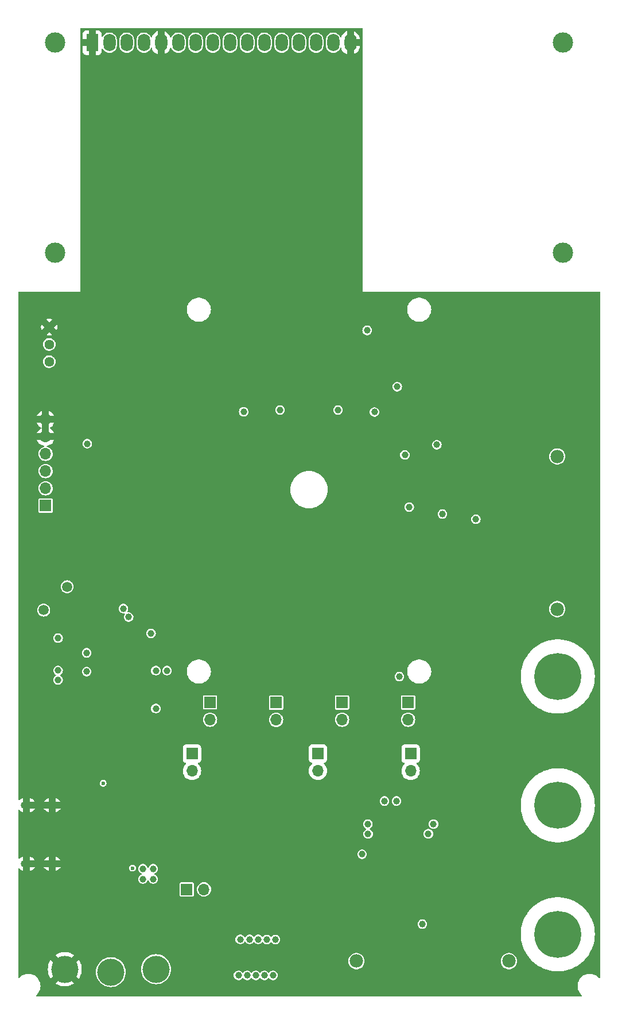
<source format=gbr>
%TF.GenerationSoftware,KiCad,Pcbnew,8.0.0*%
%TF.CreationDate,2025-03-31T17:33:55-04:00*%
%TF.ProjectId,oshe_dmm_project_v1,6f736865-5f64-46d6-9d5f-70726f6a6563,V1*%
%TF.SameCoordinates,Original*%
%TF.FileFunction,Copper,L2,Inr*%
%TF.FilePolarity,Positive*%
%FSLAX46Y46*%
G04 Gerber Fmt 4.6, Leading zero omitted, Abs format (unit mm)*
G04 Created by KiCad (PCBNEW 8.0.0) date 2025-03-31 17:33:55*
%MOMM*%
%LPD*%
G01*
G04 APERTURE LIST*
%TA.AperFunction,ComponentPad*%
%ADD10C,1.440000*%
%TD*%
%TA.AperFunction,ComponentPad*%
%ADD11C,3.000000*%
%TD*%
%TA.AperFunction,ComponentPad*%
%ADD12R,1.800000X2.600000*%
%TD*%
%TA.AperFunction,ComponentPad*%
%ADD13O,1.800000X2.600000*%
%TD*%
%TA.AperFunction,ComponentPad*%
%ADD14C,1.980000*%
%TD*%
%TA.AperFunction,ComponentPad*%
%ADD15C,4.000000*%
%TD*%
%TA.AperFunction,ComponentPad*%
%ADD16O,1.700000X1.100000*%
%TD*%
%TA.AperFunction,ComponentPad*%
%ADD17R,1.700000X1.700000*%
%TD*%
%TA.AperFunction,ComponentPad*%
%ADD18O,1.700000X1.700000*%
%TD*%
%TA.AperFunction,ComponentPad*%
%ADD19C,6.918200*%
%TD*%
%TA.AperFunction,ComponentPad*%
%ADD20C,1.500000*%
%TD*%
%TA.AperFunction,ViaPad*%
%ADD21C,1.000000*%
%TD*%
%TA.AperFunction,ViaPad*%
%ADD22C,0.600000*%
%TD*%
G04 APERTURE END LIST*
D10*
%TO.N,+5V*%
%TO.C,RV1*%
X126161400Y-133205800D03*
%TO.N,Net-(DS1-VO)*%
X126161400Y-130665800D03*
%TO.N,GND*%
X126161400Y-128125800D03*
%TD*%
D11*
%TO.N,*%
%TO.C,DS1*%
X126990900Y-86174500D03*
X126990900Y-117175200D03*
X201989480Y-117175200D03*
X201990000Y-86174500D03*
D12*
%TO.N,GND*%
X132490000Y-86174500D03*
D13*
%TO.N,+5V*%
X135030000Y-86174500D03*
%TO.N,Net-(DS1-VO)*%
X137570000Y-86174500D03*
%TO.N,MISO{slash}D12*%
X140110000Y-86174500D03*
%TO.N,GND*%
X142650000Y-86174500D03*
%TO.N,MOSI{slash}D11*%
X145190000Y-86174500D03*
%TO.N,unconnected-(DS1-D0-Pad7)*%
X147730000Y-86174500D03*
%TO.N,unconnected-(DS1-D1-Pad8)*%
X150270000Y-86174500D03*
%TO.N,unconnected-(DS1-D2-Pad9)*%
X152810000Y-86174500D03*
%TO.N,unconnected-(DS1-D3-Pad10)*%
X155350000Y-86174500D03*
%TO.N,D5*%
X157890000Y-86174500D03*
%TO.N,D4*%
X160430000Y-86174500D03*
%TO.N,D3*%
X162970000Y-86174500D03*
%TO.N,D2*%
X165510000Y-86174500D03*
%TO.N,Net-(DS1-LED(+))*%
X168050000Y-86174500D03*
%TO.N,GND*%
X170590000Y-86174500D03*
%TD*%
D14*
%TO.N,Current_Input*%
%TO.C,F2*%
X193977200Y-221572400D03*
%TO.N,Net-(U2-IN+)*%
X171477200Y-221572400D03*
%TD*%
D15*
%TO.N,GND*%
%TO.C,BAT-1*%
X128447400Y-222766200D03*
%TD*%
D16*
%TO.N,GND*%
%TO.C,J5*%
X126596000Y-198558000D03*
X122796000Y-198558000D03*
X126596000Y-207198000D03*
X122796000Y-207198000D03*
%TD*%
D15*
%TO.N,Net-(JP1-C)*%
%TO.C,BAT+1*%
X141909400Y-222766200D03*
%TD*%
D17*
%TO.N,DTR*%
%TO.C,J1*%
X125608950Y-154414800D03*
D18*
%TO.N,TXD*%
X125608950Y-151874800D03*
%TO.N,RXD*%
X125608950Y-149334800D03*
%TO.N,+5V*%
X125608950Y-146794800D03*
%TO.N,GND*%
X125608950Y-144254800D03*
X125608950Y-141714800D03*
%TD*%
D17*
%TO.N,9V_BAT_IN*%
%TO.C,J6*%
X146451000Y-211006000D03*
D18*
%TO.N,Net-(J6-Pin_2)*%
X148991000Y-211006000D03*
%TD*%
D17*
%TO.N,+5V*%
%TO.C,J10*%
X159634000Y-183467400D03*
D18*
%TO.N,Net-(J10-Pin_2)*%
X159634000Y-186007400D03*
%TD*%
D17*
%TO.N,+5V*%
%TO.C,J13*%
X179105600Y-183447000D03*
D18*
%TO.N,Net-(J13-Pin_2)*%
X179105600Y-185987000D03*
%TD*%
D14*
%TO.N,Voltage_Input*%
%TO.C,F1*%
X201116800Y-169678000D03*
%TO.N,2V_Rang*%
X201116800Y-147178000D03*
%TD*%
D19*
%TO.N,Input_Negative*%
%TO.C,J3*%
X201193000Y-198610000D03*
%TD*%
D20*
%TO.N,Net-(U1-XTAL2{slash}PB7)*%
%TO.C,Y1*%
X125343389Y-169837812D03*
%TO.N,Net-(U1-XTAL1{slash}PB6)*%
X128794070Y-166387131D03*
%TD*%
D17*
%TO.N,2V_Rang*%
%TO.C,J7*%
X147218000Y-190990800D03*
D18*
%TO.N,V_ADC_Input*%
X147218000Y-193530800D03*
%TD*%
D17*
%TO.N,200V_Rang*%
%TO.C,J11*%
X179476000Y-190990800D03*
D18*
%TO.N,V_ADC_Input*%
X179476000Y-193530800D03*
%TD*%
D17*
%TO.N,+5V*%
%TO.C,J12*%
X169365000Y-183447000D03*
D18*
%TO.N,Net-(J12-Pin_2)*%
X169365000Y-185987000D03*
%TD*%
D19*
%TO.N,Voltage_Input*%
%TO.C,J2*%
X201193000Y-179610000D03*
%TD*%
%TO.N,Current_Input*%
%TO.C,J4*%
X201193000Y-217610000D03*
%TD*%
D17*
%TO.N,20V_Rang*%
%TO.C,J9*%
X165810800Y-190985800D03*
D18*
%TO.N,V_ADC_Input*%
X165810800Y-193525800D03*
%TD*%
D17*
%TO.N,+5V*%
%TO.C,J8*%
X149885000Y-183442000D03*
D18*
%TO.N,Net-(J8-Pin_2)*%
X149885000Y-185982000D03*
%TD*%
D15*
%TO.N,TS*%
%TO.C,Thermistor1*%
X135259400Y-223198000D03*
%TD*%
D21*
%TO.N,GND*%
X126923400Y-217991000D03*
X128320400Y-217991000D03*
X166649000Y-207450000D03*
D22*
X136198400Y-209685200D03*
D21*
X134067000Y-178919600D03*
X167284000Y-216467000D03*
X184302000Y-216173400D03*
D22*
X136198400Y-208923200D03*
D21*
X129717400Y-217991000D03*
X124129400Y-214892200D03*
X167284000Y-213927000D03*
X172313200Y-208974000D03*
X126923400Y-219388000D03*
X129717400Y-219388000D03*
X167284000Y-220277000D03*
X190525000Y-201543000D03*
X167284000Y-215197000D03*
X122783200Y-159545600D03*
X167284000Y-217737000D03*
X138480400Y-202573200D03*
X138480400Y-200922200D03*
X124129400Y-213495200D03*
X134067000Y-176125600D03*
X134067000Y-177522600D03*
X167284000Y-219007000D03*
X128320400Y-219388000D03*
D22*
X135436400Y-208923200D03*
X135436400Y-209685200D03*
D21*
X167919000Y-207450000D03*
X134067000Y-174728600D03*
%TO.N,+5V*%
X158267000Y-218397400D03*
X154076000Y-223680600D03*
X172313200Y-205824400D03*
X177393200Y-197975800D03*
X168757757Y-140329115D03*
X131774800Y-145296200D03*
X156616000Y-223680600D03*
X159537000Y-218397400D03*
X160210970Y-140333216D03*
X155346000Y-223680600D03*
X159156000Y-223680600D03*
X131686000Y-178900400D03*
X155727000Y-218372000D03*
X131686000Y-176131800D03*
X154330000Y-218372000D03*
X175615200Y-197975800D03*
X157886000Y-223680600D03*
X181203200Y-216122600D03*
X156997000Y-218372000D03*
%TO.N,9V_BAT_IN*%
X139979000Y-209482000D03*
X141503000Y-209482000D03*
X139979000Y-207958000D03*
X141503000Y-207958000D03*
%TO.N,2V_Rang*%
X177510000Y-136898000D03*
D22*
%TO.N,Net-(D4-K)*%
X138445900Y-207868700D03*
X134111600Y-195359600D03*
D21*
%TO.N,SDA*%
X173176800Y-201379400D03*
X141884000Y-184336000D03*
X182854200Y-201379400D03*
X141884000Y-178748000D03*
%TO.N,D5*%
X127463000Y-173960600D03*
%TO.N,MISO{slash}D12*%
X127463000Y-180125100D03*
%TO.N,D2*%
X141179000Y-173267100D03*
%TO.N,D4*%
X137108800Y-169604000D03*
%TO.N,SCL*%
X182092200Y-202801800D03*
X143535000Y-178748000D03*
X173202200Y-202827200D03*
%TO.N,MOSI{slash}D11*%
X127463000Y-178728100D03*
%TO.N,D3*%
X137877000Y-170854100D03*
%TO.N,20V_Rang*%
X183350000Y-145458000D03*
%TO.N,200V_Rang*%
X184180000Y-155678000D03*
%TO.N,V_ADC_Input*%
X173063852Y-128594197D03*
X189107234Y-156435951D03*
%TO.N,Net-(J8-Pin_2)*%
X174140000Y-140628000D03*
%TO.N,Net-(J10-Pin_2)*%
X178630000Y-146948000D03*
%TO.N,Net-(J12-Pin_2)*%
X179280000Y-154638000D03*
%TO.N,Net-(J13-Pin_2)*%
X177825000Y-179637000D03*
X154847449Y-140587953D03*
%TD*%
%TA.AperFunction,Conductor*%
%TO.N,GND*%
G36*
X172323191Y-84024907D02*
G01*
X172359155Y-84074407D01*
X172364000Y-84105000D01*
X172364000Y-122868000D01*
X207317000Y-122868000D01*
X207375191Y-122886907D01*
X207411155Y-122936407D01*
X207416000Y-122967000D01*
X207416000Y-224012032D01*
X207397093Y-224070223D01*
X207347593Y-224106187D01*
X207286407Y-224106187D01*
X207239599Y-224073758D01*
X207196452Y-224019653D01*
X207196446Y-224019647D01*
X207001491Y-223838755D01*
X207001488Y-223838753D01*
X207001485Y-223838750D01*
X206781738Y-223688929D01*
X206542116Y-223573533D01*
X206287975Y-223495140D01*
X206287972Y-223495139D01*
X206287971Y-223495139D01*
X206287966Y-223495138D01*
X206287965Y-223495138D01*
X206024983Y-223455500D01*
X206024980Y-223455500D01*
X205759020Y-223455500D01*
X205759016Y-223455500D01*
X205496034Y-223495138D01*
X205496024Y-223495140D01*
X205241883Y-223573533D01*
X205002269Y-223688925D01*
X205002265Y-223688927D01*
X205002262Y-223688929D01*
X204782515Y-223838750D01*
X204782508Y-223838755D01*
X204587553Y-224019647D01*
X204587542Y-224019659D01*
X204421734Y-224227576D01*
X204421724Y-224227590D01*
X204288754Y-224457901D01*
X204288745Y-224457920D01*
X204191581Y-224705487D01*
X204132400Y-224964778D01*
X204132398Y-224964787D01*
X204112524Y-225229997D01*
X204112524Y-225230002D01*
X204132398Y-225495212D01*
X204132400Y-225495221D01*
X204191581Y-225754512D01*
X204288745Y-226002079D01*
X204288754Y-226002098D01*
X204421724Y-226232409D01*
X204421734Y-226232423D01*
X204587542Y-226440340D01*
X204587553Y-226440352D01*
X204740674Y-226582428D01*
X204770471Y-226635868D01*
X204763165Y-226696615D01*
X204721549Y-226741467D01*
X204673337Y-226754000D01*
X124306663Y-226754000D01*
X124248472Y-226735093D01*
X124212508Y-226685593D01*
X124212508Y-226624407D01*
X124239326Y-226582428D01*
X124324389Y-226503500D01*
X124392448Y-226440351D01*
X124558272Y-226232415D01*
X124691252Y-226002086D01*
X124788419Y-225754510D01*
X124847601Y-225495217D01*
X124864763Y-225266200D01*
X124867476Y-225230002D01*
X124867476Y-225229997D01*
X124850904Y-225008859D01*
X124847601Y-224964783D01*
X124788419Y-224705490D01*
X124691252Y-224457914D01*
X124691247Y-224457905D01*
X124691245Y-224457901D01*
X124558275Y-224227590D01*
X124558274Y-224227589D01*
X124558272Y-224227585D01*
X124495227Y-224148529D01*
X124392457Y-224019659D01*
X124392446Y-224019647D01*
X124197491Y-223838755D01*
X124197488Y-223838753D01*
X124197485Y-223838750D01*
X123977738Y-223688929D01*
X123738116Y-223573533D01*
X123483975Y-223495140D01*
X123483972Y-223495139D01*
X123483971Y-223495139D01*
X123483966Y-223495138D01*
X123483965Y-223495138D01*
X123220983Y-223455500D01*
X123220980Y-223455500D01*
X122955020Y-223455500D01*
X122955016Y-223455500D01*
X122692034Y-223495138D01*
X122692024Y-223495140D01*
X122437883Y-223573533D01*
X122198269Y-223688925D01*
X122198265Y-223688927D01*
X122198262Y-223688929D01*
X121978515Y-223838750D01*
X121978508Y-223838755D01*
X121783553Y-224019647D01*
X121783547Y-224019653D01*
X121740401Y-224073758D01*
X121689338Y-224107464D01*
X121628214Y-224104719D01*
X121580377Y-224066571D01*
X121564000Y-224012032D01*
X121564000Y-222766200D01*
X125942457Y-222766200D01*
X125962209Y-223080158D01*
X126021152Y-223389145D01*
X126021155Y-223389155D01*
X126118365Y-223688337D01*
X126252300Y-223972960D01*
X126361484Y-224145006D01*
X127479652Y-223026837D01*
X127485829Y-223057889D01*
X127561211Y-223239878D01*
X127670649Y-223403663D01*
X127809937Y-223542951D01*
X127973722Y-223652389D01*
X128155711Y-223727771D01*
X128186759Y-223733946D01*
X127067148Y-224853557D01*
X127067148Y-224853558D01*
X127105169Y-224881182D01*
X127105192Y-224881197D01*
X127380850Y-225032741D01*
X127673329Y-225148541D01*
X127978024Y-225226774D01*
X128290113Y-225266200D01*
X128604687Y-225266200D01*
X128916775Y-225226774D01*
X129221470Y-225148541D01*
X129513949Y-225032741D01*
X129789620Y-224881190D01*
X129827650Y-224853558D01*
X128708039Y-223733947D01*
X128739089Y-223727771D01*
X128921078Y-223652389D01*
X129084863Y-223542951D01*
X129224151Y-223403663D01*
X129333589Y-223239878D01*
X129408971Y-223057889D01*
X129415147Y-223026839D01*
X130533315Y-224145007D01*
X130642496Y-223972967D01*
X130642497Y-223972964D01*
X130776434Y-223688337D01*
X130873644Y-223389155D01*
X130873647Y-223389145D01*
X130910110Y-223198000D01*
X133054178Y-223198000D01*
X133073043Y-223485836D01*
X133129320Y-223768759D01*
X133222040Y-224041900D01*
X133222045Y-224041911D01*
X133349622Y-224300611D01*
X133509877Y-224540450D01*
X133509887Y-224540463D01*
X133654610Y-224705487D01*
X133700073Y-224757327D01*
X133700081Y-224757334D01*
X133700082Y-224757335D01*
X133916936Y-224947512D01*
X133916943Y-224947517D01*
X133916946Y-224947520D01*
X134156789Y-225107778D01*
X134415498Y-225235359D01*
X134545059Y-225279339D01*
X134688640Y-225328079D01*
X134688642Y-225328079D01*
X134688647Y-225328081D01*
X134971561Y-225384356D01*
X135259400Y-225403222D01*
X135547239Y-225384356D01*
X135830153Y-225328081D01*
X136103302Y-225235359D01*
X136362011Y-225107778D01*
X136601854Y-224947520D01*
X136818727Y-224757327D01*
X137008920Y-224540454D01*
X137169178Y-224300611D01*
X137296759Y-224041902D01*
X137389481Y-223768753D01*
X137445756Y-223485839D01*
X137464622Y-223198000D01*
X137445756Y-222910161D01*
X137417120Y-222766200D01*
X139704178Y-222766200D01*
X139723043Y-223054036D01*
X139779320Y-223336959D01*
X139872040Y-223610100D01*
X139872045Y-223610111D01*
X139999622Y-223868811D01*
X140159877Y-224108650D01*
X140159887Y-224108663D01*
X140264184Y-224227590D01*
X140350073Y-224325527D01*
X140350081Y-224325534D01*
X140350082Y-224325535D01*
X140566936Y-224515712D01*
X140566943Y-224515717D01*
X140566946Y-224515720D01*
X140806789Y-224675978D01*
X141065498Y-224803559D01*
X141195059Y-224847539D01*
X141338640Y-224896279D01*
X141338642Y-224896279D01*
X141338647Y-224896281D01*
X141621561Y-224952556D01*
X141909400Y-224971422D01*
X142197239Y-224952556D01*
X142480153Y-224896281D01*
X142753302Y-224803559D01*
X143012011Y-224675978D01*
X143251854Y-224515720D01*
X143468727Y-224325527D01*
X143658920Y-224108654D01*
X143819178Y-223868811D01*
X143911993Y-223680600D01*
X153370355Y-223680600D01*
X153390860Y-223849472D01*
X153451182Y-224008530D01*
X153547817Y-224148529D01*
X153675148Y-224261334D01*
X153825775Y-224340390D01*
X153990944Y-224381100D01*
X153990947Y-224381100D01*
X154161053Y-224381100D01*
X154161056Y-224381100D01*
X154326225Y-224340390D01*
X154476852Y-224261334D01*
X154604183Y-224148529D01*
X154629525Y-224111814D01*
X154678141Y-224074665D01*
X154739308Y-224073187D01*
X154789663Y-224107944D01*
X154792475Y-224111815D01*
X154817813Y-224148524D01*
X154817816Y-224148527D01*
X154817817Y-224148529D01*
X154945148Y-224261334D01*
X155095775Y-224340390D01*
X155260944Y-224381100D01*
X155260947Y-224381100D01*
X155431053Y-224381100D01*
X155431056Y-224381100D01*
X155596225Y-224340390D01*
X155746852Y-224261334D01*
X155874183Y-224148529D01*
X155899525Y-224111814D01*
X155948141Y-224074665D01*
X156009308Y-224073187D01*
X156059663Y-224107944D01*
X156062475Y-224111815D01*
X156087813Y-224148524D01*
X156087816Y-224148527D01*
X156087817Y-224148529D01*
X156215148Y-224261334D01*
X156365775Y-224340390D01*
X156530944Y-224381100D01*
X156530947Y-224381100D01*
X156701053Y-224381100D01*
X156701056Y-224381100D01*
X156866225Y-224340390D01*
X157016852Y-224261334D01*
X157144183Y-224148529D01*
X157169525Y-224111814D01*
X157218141Y-224074665D01*
X157279308Y-224073187D01*
X157329663Y-224107944D01*
X157332475Y-224111815D01*
X157357813Y-224148524D01*
X157357816Y-224148527D01*
X157357817Y-224148529D01*
X157485148Y-224261334D01*
X157635775Y-224340390D01*
X157800944Y-224381100D01*
X157800947Y-224381100D01*
X157971053Y-224381100D01*
X157971056Y-224381100D01*
X158136225Y-224340390D01*
X158286852Y-224261334D01*
X158414183Y-224148529D01*
X158439525Y-224111814D01*
X158488141Y-224074665D01*
X158549308Y-224073187D01*
X158599663Y-224107944D01*
X158602475Y-224111815D01*
X158627813Y-224148524D01*
X158627816Y-224148527D01*
X158627817Y-224148529D01*
X158755148Y-224261334D01*
X158905775Y-224340390D01*
X159070944Y-224381100D01*
X159070947Y-224381100D01*
X159241053Y-224381100D01*
X159241056Y-224381100D01*
X159406225Y-224340390D01*
X159556852Y-224261334D01*
X159684183Y-224148529D01*
X159780818Y-224008530D01*
X159841140Y-223849472D01*
X159861645Y-223680600D01*
X159841140Y-223511728D01*
X159780818Y-223352670D01*
X159684183Y-223212671D01*
X159556852Y-223099866D01*
X159406225Y-223020810D01*
X159406224Y-223020809D01*
X159406223Y-223020809D01*
X159241058Y-222980100D01*
X159241056Y-222980100D01*
X159070944Y-222980100D01*
X159070941Y-222980100D01*
X158905776Y-223020809D01*
X158755146Y-223099867D01*
X158627818Y-223212669D01*
X158627816Y-223212672D01*
X158602475Y-223249385D01*
X158553858Y-223286534D01*
X158492690Y-223288012D01*
X158442336Y-223253254D01*
X158439525Y-223249385D01*
X158432963Y-223239878D01*
X158414183Y-223212671D01*
X158286852Y-223099866D01*
X158136225Y-223020810D01*
X158136224Y-223020809D01*
X158136223Y-223020809D01*
X157971058Y-222980100D01*
X157971056Y-222980100D01*
X157800944Y-222980100D01*
X157800941Y-222980100D01*
X157635776Y-223020809D01*
X157485146Y-223099867D01*
X157357818Y-223212669D01*
X157357816Y-223212672D01*
X157332475Y-223249385D01*
X157283858Y-223286534D01*
X157222690Y-223288012D01*
X157172336Y-223253254D01*
X157169525Y-223249385D01*
X157162963Y-223239878D01*
X157144183Y-223212671D01*
X157016852Y-223099866D01*
X156866225Y-223020810D01*
X156866224Y-223020809D01*
X156866223Y-223020809D01*
X156701058Y-222980100D01*
X156701056Y-222980100D01*
X156530944Y-222980100D01*
X156530941Y-222980100D01*
X156365776Y-223020809D01*
X156215146Y-223099867D01*
X156087818Y-223212669D01*
X156087816Y-223212672D01*
X156062475Y-223249385D01*
X156013858Y-223286534D01*
X155952690Y-223288012D01*
X155902336Y-223253254D01*
X155899525Y-223249385D01*
X155892963Y-223239878D01*
X155874183Y-223212671D01*
X155746852Y-223099866D01*
X155596225Y-223020810D01*
X155596224Y-223020809D01*
X155596223Y-223020809D01*
X155431058Y-222980100D01*
X155431056Y-222980100D01*
X155260944Y-222980100D01*
X155260941Y-222980100D01*
X155095776Y-223020809D01*
X154945146Y-223099867D01*
X154817818Y-223212669D01*
X154817816Y-223212672D01*
X154792475Y-223249385D01*
X154743858Y-223286534D01*
X154682690Y-223288012D01*
X154632336Y-223253254D01*
X154629525Y-223249385D01*
X154622963Y-223239878D01*
X154604183Y-223212671D01*
X154476852Y-223099866D01*
X154326225Y-223020810D01*
X154326224Y-223020809D01*
X154326223Y-223020809D01*
X154161058Y-222980100D01*
X154161056Y-222980100D01*
X153990944Y-222980100D01*
X153990941Y-222980100D01*
X153825776Y-223020809D01*
X153675146Y-223099867D01*
X153547818Y-223212669D01*
X153547816Y-223212672D01*
X153462031Y-223336953D01*
X153451182Y-223352670D01*
X153390860Y-223511728D01*
X153370355Y-223680600D01*
X143911993Y-223680600D01*
X143946759Y-223610102D01*
X144039481Y-223336953D01*
X144095756Y-223054039D01*
X144114622Y-222766200D01*
X144095756Y-222478361D01*
X144039481Y-222195447D01*
X144021760Y-222143244D01*
X143974313Y-222003469D01*
X143946759Y-221922298D01*
X143819178Y-221663589D01*
X143758247Y-221572400D01*
X170281600Y-221572400D01*
X170301957Y-221792091D01*
X170362099Y-222003469D01*
X170362337Y-222004303D01*
X170431526Y-222143254D01*
X170460680Y-222201802D01*
X170593641Y-222377871D01*
X170756690Y-222526509D01*
X170944275Y-222642657D01*
X171150009Y-222722359D01*
X171366884Y-222762900D01*
X171587516Y-222762900D01*
X171804391Y-222722359D01*
X172010125Y-222642657D01*
X172197710Y-222526509D01*
X172360759Y-222377871D01*
X172493720Y-222201802D01*
X172592064Y-222004301D01*
X172652443Y-221792091D01*
X172672800Y-221572400D01*
X192781600Y-221572400D01*
X192801957Y-221792091D01*
X192862099Y-222003469D01*
X192862337Y-222004303D01*
X192931526Y-222143254D01*
X192960680Y-222201802D01*
X193093641Y-222377871D01*
X193256690Y-222526509D01*
X193444275Y-222642657D01*
X193650009Y-222722359D01*
X193866884Y-222762900D01*
X194087516Y-222762900D01*
X194304391Y-222722359D01*
X194510125Y-222642657D01*
X194697710Y-222526509D01*
X194860759Y-222377871D01*
X194993720Y-222201802D01*
X195092064Y-222004301D01*
X195152443Y-221792091D01*
X195172800Y-221572400D01*
X195152443Y-221352709D01*
X195092064Y-221140499D01*
X194993720Y-220942998D01*
X194860759Y-220766929D01*
X194697710Y-220618291D01*
X194510125Y-220502143D01*
X194304391Y-220422441D01*
X194304390Y-220422440D01*
X194304388Y-220422440D01*
X194087516Y-220381900D01*
X193866884Y-220381900D01*
X193650011Y-220422440D01*
X193444274Y-220502143D01*
X193444269Y-220502146D01*
X193256692Y-220618289D01*
X193256689Y-220618291D01*
X193093642Y-220766928D01*
X192960681Y-220942996D01*
X192960676Y-220943005D01*
X192898476Y-221067920D01*
X192862336Y-221140499D01*
X192801957Y-221352709D01*
X192781600Y-221572400D01*
X172672800Y-221572400D01*
X172652443Y-221352709D01*
X172592064Y-221140499D01*
X172493720Y-220942998D01*
X172360759Y-220766929D01*
X172197710Y-220618291D01*
X172010125Y-220502143D01*
X171804391Y-220422441D01*
X171804390Y-220422440D01*
X171804388Y-220422440D01*
X171587516Y-220381900D01*
X171366884Y-220381900D01*
X171150011Y-220422440D01*
X170944274Y-220502143D01*
X170944269Y-220502146D01*
X170756692Y-220618289D01*
X170756689Y-220618291D01*
X170593642Y-220766928D01*
X170460681Y-220942996D01*
X170460676Y-220943005D01*
X170398476Y-221067920D01*
X170362336Y-221140499D01*
X170301957Y-221352709D01*
X170281600Y-221572400D01*
X143758247Y-221572400D01*
X143658920Y-221423746D01*
X143658917Y-221423743D01*
X143658912Y-221423736D01*
X143468735Y-221206882D01*
X143468734Y-221206881D01*
X143468727Y-221206873D01*
X143468717Y-221206864D01*
X143251863Y-221016687D01*
X143251850Y-221016677D01*
X143012011Y-220856422D01*
X142753311Y-220728845D01*
X142753300Y-220728840D01*
X142480159Y-220636120D01*
X142197236Y-220579843D01*
X141909400Y-220560978D01*
X141621563Y-220579843D01*
X141338640Y-220636120D01*
X141065499Y-220728840D01*
X141065488Y-220728845D01*
X140806788Y-220856422D01*
X140566949Y-221016677D01*
X140566936Y-221016687D01*
X140350082Y-221206864D01*
X140350064Y-221206882D01*
X140159887Y-221423736D01*
X140159877Y-221423749D01*
X139999622Y-221663588D01*
X139872045Y-221922288D01*
X139872040Y-221922299D01*
X139779320Y-222195440D01*
X139723043Y-222478363D01*
X139704178Y-222766199D01*
X139704178Y-222766200D01*
X137417120Y-222766200D01*
X137389481Y-222627247D01*
X137296759Y-222354098D01*
X137169178Y-222095389D01*
X137008920Y-221855546D01*
X137008917Y-221855543D01*
X137008912Y-221855536D01*
X136818735Y-221638682D01*
X136818734Y-221638681D01*
X136818727Y-221638673D01*
X136818717Y-221638664D01*
X136601863Y-221448487D01*
X136601850Y-221448477D01*
X136362011Y-221288222D01*
X136103311Y-221160645D01*
X136103300Y-221160640D01*
X135830159Y-221067920D01*
X135547236Y-221011643D01*
X135259400Y-220992778D01*
X134971563Y-221011643D01*
X134688640Y-221067920D01*
X134415499Y-221160640D01*
X134415488Y-221160645D01*
X134156788Y-221288222D01*
X133916949Y-221448477D01*
X133916936Y-221448487D01*
X133700082Y-221638664D01*
X133700064Y-221638682D01*
X133509887Y-221855536D01*
X133509877Y-221855549D01*
X133349622Y-222095388D01*
X133222045Y-222354088D01*
X133222040Y-222354099D01*
X133129320Y-222627240D01*
X133073043Y-222910163D01*
X133054178Y-223197999D01*
X133054178Y-223198000D01*
X130910110Y-223198000D01*
X130932590Y-223080158D01*
X130952342Y-222766200D01*
X130932590Y-222452241D01*
X130873647Y-222143254D01*
X130873644Y-222143244D01*
X130776434Y-221844062D01*
X130642499Y-221559439D01*
X130533315Y-221387391D01*
X129415146Y-222505559D01*
X129408971Y-222474511D01*
X129333589Y-222292522D01*
X129224151Y-222128737D01*
X129084863Y-221989449D01*
X128921078Y-221880011D01*
X128739089Y-221804629D01*
X128708037Y-221798452D01*
X129827649Y-220678841D01*
X129789605Y-220651199D01*
X129513954Y-220499660D01*
X129513951Y-220499658D01*
X129221470Y-220383858D01*
X128916775Y-220305625D01*
X128604687Y-220266200D01*
X128290113Y-220266200D01*
X127978024Y-220305625D01*
X127673329Y-220383858D01*
X127380848Y-220499658D01*
X127380845Y-220499660D01*
X127105196Y-220651199D01*
X127105181Y-220651208D01*
X127067148Y-220678840D01*
X128186760Y-221798452D01*
X128155711Y-221804629D01*
X127973722Y-221880011D01*
X127809937Y-221989449D01*
X127670649Y-222128737D01*
X127561211Y-222292522D01*
X127485829Y-222474511D01*
X127479652Y-222505560D01*
X126361483Y-221387391D01*
X126252309Y-221559421D01*
X126252302Y-221559434D01*
X126118365Y-221844062D01*
X126021155Y-222143244D01*
X126021152Y-222143254D01*
X125962209Y-222452241D01*
X125942457Y-222766200D01*
X121564000Y-222766200D01*
X121564000Y-218372000D01*
X153624355Y-218372000D01*
X153644860Y-218540872D01*
X153705182Y-218699930D01*
X153801814Y-218839924D01*
X153801816Y-218839927D01*
X153801818Y-218839930D01*
X153830488Y-218865329D01*
X153929148Y-218952734D01*
X154079775Y-219031790D01*
X154244944Y-219072500D01*
X154244947Y-219072500D01*
X154415053Y-219072500D01*
X154415056Y-219072500D01*
X154580225Y-219031790D01*
X154730852Y-218952734D01*
X154858183Y-218839929D01*
X154947026Y-218711217D01*
X154995641Y-218674070D01*
X155056809Y-218672592D01*
X155107163Y-218707349D01*
X155109960Y-218711199D01*
X155198814Y-218839924D01*
X155198816Y-218839927D01*
X155198818Y-218839930D01*
X155227488Y-218865329D01*
X155326148Y-218952734D01*
X155476775Y-219031790D01*
X155641944Y-219072500D01*
X155641947Y-219072500D01*
X155812053Y-219072500D01*
X155812056Y-219072500D01*
X155977225Y-219031790D01*
X156127852Y-218952734D01*
X156255183Y-218839929D01*
X156280525Y-218803214D01*
X156329141Y-218766065D01*
X156390308Y-218764587D01*
X156440663Y-218799344D01*
X156443475Y-218803215D01*
X156468813Y-218839924D01*
X156468818Y-218839930D01*
X156497488Y-218865329D01*
X156596148Y-218952734D01*
X156746775Y-219031790D01*
X156911944Y-219072500D01*
X156911947Y-219072500D01*
X157082053Y-219072500D01*
X157082056Y-219072500D01*
X157247225Y-219031790D01*
X157397852Y-218952734D01*
X157525183Y-218839929D01*
X157541760Y-218815912D01*
X157590372Y-218778766D01*
X157651540Y-218777286D01*
X157701895Y-218812042D01*
X157704708Y-218815914D01*
X157738817Y-218865329D01*
X157866148Y-218978134D01*
X158016775Y-219057190D01*
X158181944Y-219097900D01*
X158181947Y-219097900D01*
X158352053Y-219097900D01*
X158352056Y-219097900D01*
X158517225Y-219057190D01*
X158667852Y-218978134D01*
X158795183Y-218865329D01*
X158820525Y-218828614D01*
X158869141Y-218791465D01*
X158930308Y-218789987D01*
X158980663Y-218824744D01*
X158983475Y-218828615D01*
X159008813Y-218865324D01*
X159008816Y-218865327D01*
X159008817Y-218865329D01*
X159136148Y-218978134D01*
X159286775Y-219057190D01*
X159451944Y-219097900D01*
X159451947Y-219097900D01*
X159622053Y-219097900D01*
X159622056Y-219097900D01*
X159787225Y-219057190D01*
X159937852Y-218978134D01*
X160065183Y-218865329D01*
X160161818Y-218725330D01*
X160222140Y-218566272D01*
X160242645Y-218397400D01*
X160222140Y-218228528D01*
X160161818Y-218069470D01*
X160065183Y-217929471D01*
X160036513Y-217904072D01*
X159937853Y-217816667D01*
X159937852Y-217816666D01*
X159787225Y-217737610D01*
X159787224Y-217737609D01*
X159787223Y-217737609D01*
X159622058Y-217696900D01*
X159622056Y-217696900D01*
X159451944Y-217696900D01*
X159451941Y-217696900D01*
X159286776Y-217737609D01*
X159136146Y-217816667D01*
X159008818Y-217929469D01*
X159008816Y-217929472D01*
X158983475Y-217966185D01*
X158934858Y-218003334D01*
X158873690Y-218004812D01*
X158823336Y-217970054D01*
X158820525Y-217966185D01*
X158805663Y-217944654D01*
X158795183Y-217929471D01*
X158766513Y-217904072D01*
X158667853Y-217816667D01*
X158667852Y-217816666D01*
X158517225Y-217737610D01*
X158517224Y-217737609D01*
X158517223Y-217737609D01*
X158352058Y-217696900D01*
X158352056Y-217696900D01*
X158181944Y-217696900D01*
X158181941Y-217696900D01*
X158016776Y-217737609D01*
X157866146Y-217816667D01*
X157738818Y-217929469D01*
X157738814Y-217929474D01*
X157722240Y-217953486D01*
X157673623Y-217990634D01*
X157612456Y-217992112D01*
X157562102Y-217957354D01*
X157559291Y-217953485D01*
X157525183Y-217904071D01*
X157397852Y-217791266D01*
X157247225Y-217712210D01*
X157247224Y-217712209D01*
X157247223Y-217712209D01*
X157082058Y-217671500D01*
X157082056Y-217671500D01*
X156911944Y-217671500D01*
X156911941Y-217671500D01*
X156746776Y-217712209D01*
X156596146Y-217791267D01*
X156468818Y-217904069D01*
X156468816Y-217904072D01*
X156443475Y-217940785D01*
X156394858Y-217977934D01*
X156333690Y-217979412D01*
X156283336Y-217944654D01*
X156280525Y-217940785D01*
X156255183Y-217904071D01*
X156127852Y-217791266D01*
X155977225Y-217712210D01*
X155977224Y-217712209D01*
X155977223Y-217712209D01*
X155812058Y-217671500D01*
X155812056Y-217671500D01*
X155641944Y-217671500D01*
X155641941Y-217671500D01*
X155476776Y-217712209D01*
X155326146Y-217791267D01*
X155198818Y-217904069D01*
X155198816Y-217904072D01*
X155109975Y-218032780D01*
X155061358Y-218069929D01*
X155000191Y-218071407D01*
X154949836Y-218036650D01*
X154947025Y-218032780D01*
X154918954Y-217992112D01*
X154858183Y-217904071D01*
X154730852Y-217791266D01*
X154580225Y-217712210D01*
X154580224Y-217712209D01*
X154580223Y-217712209D01*
X154415058Y-217671500D01*
X154415056Y-217671500D01*
X154244944Y-217671500D01*
X154244941Y-217671500D01*
X154079776Y-217712209D01*
X153929146Y-217791267D01*
X153801818Y-217904069D01*
X153801816Y-217904072D01*
X153742066Y-217990634D01*
X153705182Y-218044070D01*
X153644860Y-218203128D01*
X153624355Y-218372000D01*
X121564000Y-218372000D01*
X121564000Y-217610000D01*
X195728476Y-217610000D01*
X195748161Y-218073421D01*
X195807078Y-218533512D01*
X195904799Y-218986938D01*
X195904803Y-218986953D01*
X196040623Y-219430449D01*
X196040625Y-219430453D01*
X196213570Y-219860844D01*
X196422395Y-220275025D01*
X196513163Y-220422441D01*
X196665589Y-220669996D01*
X196941405Y-221042923D01*
X197247854Y-221391117D01*
X197582727Y-221712067D01*
X197943613Y-222003462D01*
X198327910Y-222263201D01*
X198732851Y-222489415D01*
X199155517Y-222680472D01*
X199592863Y-222834996D01*
X200041738Y-222951874D01*
X200498908Y-223030264D01*
X200624954Y-223040992D01*
X200961071Y-223069600D01*
X200961079Y-223069600D01*
X201424929Y-223069600D01*
X201689018Y-223047122D01*
X201887092Y-223030264D01*
X202344262Y-222951874D01*
X202793137Y-222834996D01*
X203230483Y-222680472D01*
X203653149Y-222489415D01*
X204058090Y-222263201D01*
X204442387Y-222003462D01*
X204803273Y-221712067D01*
X205138146Y-221391117D01*
X205444595Y-221042923D01*
X205720411Y-220669996D01*
X205963607Y-220275021D01*
X206172430Y-219860844D01*
X206345376Y-219430450D01*
X206481200Y-218986940D01*
X206578922Y-218533509D01*
X206637838Y-218073424D01*
X206657524Y-217610000D01*
X206637838Y-217146576D01*
X206578922Y-216686491D01*
X206481200Y-216233060D01*
X206395655Y-215953729D01*
X206345376Y-215789550D01*
X206345374Y-215789546D01*
X206172430Y-215359156D01*
X205963607Y-214944979D01*
X205720411Y-214550004D01*
X205444595Y-214177077D01*
X205138146Y-213828883D01*
X204803273Y-213507933D01*
X204442387Y-213216538D01*
X204442380Y-213216533D01*
X204442376Y-213216530D01*
X204308323Y-213125927D01*
X204058090Y-212956799D01*
X203653149Y-212730585D01*
X203230483Y-212539528D01*
X203230477Y-212539526D01*
X203230473Y-212539524D01*
X202793138Y-212385004D01*
X202689202Y-212357941D01*
X202344262Y-212268126D01*
X202344252Y-212268124D01*
X202344251Y-212268124D01*
X201887088Y-212189735D01*
X201424929Y-212150400D01*
X201424921Y-212150400D01*
X200961079Y-212150400D01*
X200961071Y-212150400D01*
X200498913Y-212189735D01*
X200498910Y-212189735D01*
X200041748Y-212268124D01*
X200041744Y-212268124D01*
X200041738Y-212268126D01*
X199800731Y-212330879D01*
X199592861Y-212385004D01*
X199155526Y-212539524D01*
X198732848Y-212730586D01*
X198327918Y-212956794D01*
X198327915Y-212956796D01*
X198327910Y-212956799D01*
X198237946Y-213017603D01*
X197943623Y-213216530D01*
X197582721Y-213507938D01*
X197247849Y-213828888D01*
X196941401Y-214177082D01*
X196665590Y-214550002D01*
X196665584Y-214550012D01*
X196422395Y-214944974D01*
X196213570Y-215359155D01*
X196040625Y-215789546D01*
X196040623Y-215789550D01*
X195904803Y-216233046D01*
X195904799Y-216233061D01*
X195807078Y-216686487D01*
X195748161Y-217146578D01*
X195728476Y-217610000D01*
X121564000Y-217610000D01*
X121564000Y-216122600D01*
X180497555Y-216122600D01*
X180518060Y-216291472D01*
X180578382Y-216450530D01*
X180675017Y-216590529D01*
X180802348Y-216703334D01*
X180952975Y-216782390D01*
X181118144Y-216823100D01*
X181118147Y-216823100D01*
X181288253Y-216823100D01*
X181288256Y-216823100D01*
X181453425Y-216782390D01*
X181604052Y-216703334D01*
X181731383Y-216590529D01*
X181828018Y-216450530D01*
X181888340Y-216291472D01*
X181908845Y-216122600D01*
X181888340Y-215953728D01*
X181828018Y-215794670D01*
X181731383Y-215654671D01*
X181604052Y-215541866D01*
X181453425Y-215462810D01*
X181453424Y-215462809D01*
X181453423Y-215462809D01*
X181288258Y-215422100D01*
X181288256Y-215422100D01*
X181118144Y-215422100D01*
X181118141Y-215422100D01*
X180952976Y-215462809D01*
X180802346Y-215541867D01*
X180675018Y-215654669D01*
X180675017Y-215654671D01*
X180578382Y-215794670D01*
X180518060Y-215953728D01*
X180497555Y-216122600D01*
X121564000Y-216122600D01*
X121564000Y-211875746D01*
X145400500Y-211875746D01*
X145400501Y-211875758D01*
X145412132Y-211934227D01*
X145412134Y-211934233D01*
X145456445Y-212000548D01*
X145456448Y-212000552D01*
X145522769Y-212044867D01*
X145567231Y-212053711D01*
X145581241Y-212056498D01*
X145581246Y-212056498D01*
X145581252Y-212056500D01*
X145581253Y-212056500D01*
X147320747Y-212056500D01*
X147320748Y-212056500D01*
X147379231Y-212044867D01*
X147445552Y-212000552D01*
X147489867Y-211934231D01*
X147501500Y-211875748D01*
X147501500Y-211006003D01*
X147935417Y-211006003D01*
X147955698Y-211211929D01*
X147955699Y-211211934D01*
X148015768Y-211409954D01*
X148113316Y-211592452D01*
X148244585Y-211752404D01*
X148244590Y-211752410D01*
X148244595Y-211752414D01*
X148404547Y-211883683D01*
X148404548Y-211883683D01*
X148404550Y-211883685D01*
X148587046Y-211981232D01*
X148724997Y-212023078D01*
X148785065Y-212041300D01*
X148785070Y-212041301D01*
X148990997Y-212061583D01*
X148991000Y-212061583D01*
X148991003Y-212061583D01*
X149196929Y-212041301D01*
X149196934Y-212041300D01*
X149394954Y-211981232D01*
X149577450Y-211883685D01*
X149737410Y-211752410D01*
X149868685Y-211592450D01*
X149966232Y-211409954D01*
X150026300Y-211211934D01*
X150026301Y-211211929D01*
X150046583Y-211006003D01*
X150046583Y-211005996D01*
X150026301Y-210800070D01*
X150026300Y-210800065D01*
X150008078Y-210739997D01*
X149966232Y-210602046D01*
X149868685Y-210419550D01*
X149737410Y-210259590D01*
X149737404Y-210259585D01*
X149577452Y-210128316D01*
X149394954Y-210030768D01*
X149196934Y-209970699D01*
X149196929Y-209970698D01*
X148991003Y-209950417D01*
X148990997Y-209950417D01*
X148785070Y-209970698D01*
X148785065Y-209970699D01*
X148587045Y-210030768D01*
X148404547Y-210128316D01*
X148244595Y-210259585D01*
X148244585Y-210259595D01*
X148113316Y-210419547D01*
X148015768Y-210602045D01*
X147955699Y-210800065D01*
X147955698Y-210800070D01*
X147935417Y-211005996D01*
X147935417Y-211006003D01*
X147501500Y-211006003D01*
X147501500Y-210136252D01*
X147499921Y-210128316D01*
X147498711Y-210122231D01*
X147489867Y-210077769D01*
X147445552Y-210011448D01*
X147445548Y-210011445D01*
X147379233Y-209967134D01*
X147379231Y-209967133D01*
X147379228Y-209967132D01*
X147379227Y-209967132D01*
X147320758Y-209955501D01*
X147320748Y-209955500D01*
X145581252Y-209955500D01*
X145581251Y-209955500D01*
X145581241Y-209955501D01*
X145522772Y-209967132D01*
X145522766Y-209967134D01*
X145456451Y-210011445D01*
X145456445Y-210011451D01*
X145412134Y-210077766D01*
X145412132Y-210077772D01*
X145400501Y-210136241D01*
X145400500Y-210136253D01*
X145400500Y-211875746D01*
X121564000Y-211875746D01*
X121564000Y-209482000D01*
X139273355Y-209482000D01*
X139293860Y-209650872D01*
X139354182Y-209809930D01*
X139450816Y-209949927D01*
X139450818Y-209949930D01*
X139474260Y-209970698D01*
X139578148Y-210062734D01*
X139728775Y-210141790D01*
X139893944Y-210182500D01*
X139893947Y-210182500D01*
X140064053Y-210182500D01*
X140064056Y-210182500D01*
X140229225Y-210141790D01*
X140379852Y-210062734D01*
X140507183Y-209949929D01*
X140603818Y-209809930D01*
X140648434Y-209692285D01*
X140686746Y-209644582D01*
X140745782Y-209628508D01*
X140802992Y-209650204D01*
X140833565Y-209692285D01*
X140878182Y-209809930D01*
X140974816Y-209949927D01*
X140974818Y-209949930D01*
X140998260Y-209970698D01*
X141102148Y-210062734D01*
X141252775Y-210141790D01*
X141417944Y-210182500D01*
X141417947Y-210182500D01*
X141588053Y-210182500D01*
X141588056Y-210182500D01*
X141753225Y-210141790D01*
X141903852Y-210062734D01*
X142031183Y-209949929D01*
X142127818Y-209809930D01*
X142188140Y-209650872D01*
X142208645Y-209482000D01*
X142188140Y-209313128D01*
X142127818Y-209154070D01*
X142031183Y-209014071D01*
X141903852Y-208901266D01*
X141824381Y-208859556D01*
X141753222Y-208822208D01*
X141728530Y-208816123D01*
X141676554Y-208783840D01*
X141653481Y-208727172D01*
X141668123Y-208667764D01*
X141714888Y-208628309D01*
X141728530Y-208623877D01*
X141753222Y-208617791D01*
X141753222Y-208617790D01*
X141753225Y-208617790D01*
X141903852Y-208538734D01*
X142031183Y-208425929D01*
X142127818Y-208285930D01*
X142188140Y-208126872D01*
X142208645Y-207958000D01*
X142188140Y-207789128D01*
X142127818Y-207630070D01*
X142031183Y-207490071D01*
X142027216Y-207486557D01*
X141903853Y-207377267D01*
X141903852Y-207377266D01*
X141753225Y-207298210D01*
X141753224Y-207298209D01*
X141753223Y-207298209D01*
X141588058Y-207257500D01*
X141588056Y-207257500D01*
X141417944Y-207257500D01*
X141417941Y-207257500D01*
X141252776Y-207298209D01*
X141102146Y-207377267D01*
X140974818Y-207490069D01*
X140974816Y-207490072D01*
X140902163Y-207595328D01*
X140878182Y-207630070D01*
X140833565Y-207747714D01*
X140795254Y-207795417D01*
X140736217Y-207811491D01*
X140679008Y-207789795D01*
X140648434Y-207747714D01*
X140603818Y-207630070D01*
X140507183Y-207490071D01*
X140503216Y-207486557D01*
X140379853Y-207377267D01*
X140379852Y-207377266D01*
X140229225Y-207298210D01*
X140229224Y-207298209D01*
X140229223Y-207298209D01*
X140064058Y-207257500D01*
X140064056Y-207257500D01*
X139893944Y-207257500D01*
X139893941Y-207257500D01*
X139728776Y-207298209D01*
X139578146Y-207377267D01*
X139450818Y-207490069D01*
X139450816Y-207490072D01*
X139378163Y-207595328D01*
X139354182Y-207630070D01*
X139293860Y-207789128D01*
X139273355Y-207958000D01*
X139293860Y-208126872D01*
X139354182Y-208285930D01*
X139450817Y-208425929D01*
X139578148Y-208538734D01*
X139728775Y-208617790D01*
X139739827Y-208620514D01*
X139753470Y-208623877D01*
X139805445Y-208656161D01*
X139828518Y-208712829D01*
X139813875Y-208772236D01*
X139767111Y-208811691D01*
X139753470Y-208816123D01*
X139728776Y-208822209D01*
X139578146Y-208901267D01*
X139450818Y-209014069D01*
X139450817Y-209014071D01*
X139354182Y-209154070D01*
X139293860Y-209313128D01*
X139273355Y-209482000D01*
X121564000Y-209482000D01*
X121564000Y-207989932D01*
X121582907Y-207931741D01*
X121632407Y-207895777D01*
X121693593Y-207895777D01*
X121733004Y-207919928D01*
X121826670Y-208013594D01*
X121998625Y-208128491D01*
X121998639Y-208128498D01*
X122189723Y-208207648D01*
X122189730Y-208207650D01*
X122296000Y-208228787D01*
X122296000Y-208228786D01*
X123296000Y-208228786D01*
X123402269Y-208207650D01*
X123402276Y-208207648D01*
X123593360Y-208128498D01*
X123593374Y-208128491D01*
X123765329Y-208013594D01*
X123911591Y-207867332D01*
X124024735Y-207698000D01*
X125367265Y-207698000D01*
X125480408Y-207867332D01*
X125626670Y-208013594D01*
X125798625Y-208128491D01*
X125798639Y-208128498D01*
X125989723Y-208207648D01*
X125989730Y-208207650D01*
X126096000Y-208228787D01*
X126096000Y-208228786D01*
X127096000Y-208228786D01*
X127202269Y-208207650D01*
X127202276Y-208207648D01*
X127393360Y-208128498D01*
X127393374Y-208128491D01*
X127565329Y-208013594D01*
X127710221Y-207868702D01*
X137940253Y-207868702D01*
X137960734Y-208011156D01*
X138003367Y-208104508D01*
X138020523Y-208142073D01*
X138095660Y-208228786D01*
X138114773Y-208250844D01*
X138235842Y-208328650D01*
X138235847Y-208328653D01*
X138342303Y-208359911D01*
X138373935Y-208369199D01*
X138373936Y-208369199D01*
X138373939Y-208369200D01*
X138373941Y-208369200D01*
X138517859Y-208369200D01*
X138517861Y-208369200D01*
X138655953Y-208328653D01*
X138777028Y-208250843D01*
X138871277Y-208142073D01*
X138931065Y-208011157D01*
X138951547Y-207868700D01*
X138951350Y-207867332D01*
X138931065Y-207726243D01*
X138918167Y-207698000D01*
X138871277Y-207595327D01*
X138777028Y-207486557D01*
X138777027Y-207486556D01*
X138777026Y-207486555D01*
X138655957Y-207408749D01*
X138655954Y-207408747D01*
X138655953Y-207408747D01*
X138655950Y-207408746D01*
X138517864Y-207368200D01*
X138517861Y-207368200D01*
X138373939Y-207368200D01*
X138373935Y-207368200D01*
X138235849Y-207408746D01*
X138235842Y-207408749D01*
X138114773Y-207486555D01*
X138020522Y-207595328D01*
X137960734Y-207726243D01*
X137940253Y-207868697D01*
X137940253Y-207868702D01*
X127710221Y-207868702D01*
X127711591Y-207867332D01*
X127824735Y-207698000D01*
X127096001Y-207698000D01*
X127096000Y-207698001D01*
X127096000Y-208228786D01*
X126096000Y-208228786D01*
X126096000Y-207698001D01*
X126095999Y-207698000D01*
X125367265Y-207698000D01*
X124024735Y-207698000D01*
X123296001Y-207698000D01*
X123296000Y-207698001D01*
X123296000Y-208228786D01*
X122296000Y-208228786D01*
X122296000Y-207422265D01*
X122311795Y-207438060D01*
X122380204Y-207477556D01*
X122456504Y-207498000D01*
X123135496Y-207498000D01*
X123211796Y-207477556D01*
X123280205Y-207438060D01*
X123336060Y-207382205D01*
X123375556Y-207313796D01*
X123396000Y-207237496D01*
X125996000Y-207237496D01*
X126016444Y-207313796D01*
X126055940Y-207382205D01*
X126111795Y-207438060D01*
X126180204Y-207477556D01*
X126256504Y-207498000D01*
X126935496Y-207498000D01*
X127011796Y-207477556D01*
X127080205Y-207438060D01*
X127136060Y-207382205D01*
X127175556Y-207313796D01*
X127196000Y-207237496D01*
X127196000Y-207158504D01*
X127175556Y-207082204D01*
X127136060Y-207013795D01*
X127080205Y-206957940D01*
X127011796Y-206918444D01*
X126935496Y-206898000D01*
X126256504Y-206898000D01*
X126180204Y-206918444D01*
X126111795Y-206957940D01*
X126055940Y-207013795D01*
X126016444Y-207082204D01*
X125996000Y-207158504D01*
X125996000Y-207237496D01*
X123396000Y-207237496D01*
X123396000Y-207158504D01*
X123375556Y-207082204D01*
X123336060Y-207013795D01*
X123280205Y-206957940D01*
X123211796Y-206918444D01*
X123135496Y-206898000D01*
X122456504Y-206898000D01*
X122380204Y-206918444D01*
X122311795Y-206957940D01*
X122296000Y-206973735D01*
X122296000Y-206167211D01*
X123296000Y-206167211D01*
X123296000Y-206697999D01*
X123296001Y-206698000D01*
X124024734Y-206698000D01*
X125367265Y-206698000D01*
X126095999Y-206698000D01*
X126096000Y-206697999D01*
X126096000Y-206167211D01*
X127096000Y-206167211D01*
X127096000Y-206697999D01*
X127096001Y-206698000D01*
X127824734Y-206698000D01*
X127711591Y-206528667D01*
X127565329Y-206382405D01*
X127393374Y-206267508D01*
X127393360Y-206267501D01*
X127202277Y-206188351D01*
X127202269Y-206188349D01*
X127096000Y-206167211D01*
X126096000Y-206167211D01*
X126095999Y-206167211D01*
X125989730Y-206188349D01*
X125989722Y-206188351D01*
X125798639Y-206267501D01*
X125798625Y-206267508D01*
X125626670Y-206382405D01*
X125480408Y-206528667D01*
X125367265Y-206698000D01*
X124024734Y-206698000D01*
X123911591Y-206528667D01*
X123765329Y-206382405D01*
X123593374Y-206267508D01*
X123593360Y-206267501D01*
X123402277Y-206188351D01*
X123402269Y-206188349D01*
X123296000Y-206167211D01*
X122296000Y-206167211D01*
X122295999Y-206167211D01*
X122189730Y-206188349D01*
X122189722Y-206188351D01*
X121998639Y-206267501D01*
X121998625Y-206267508D01*
X121826670Y-206382405D01*
X121733004Y-206476072D01*
X121678487Y-206503849D01*
X121618055Y-206494278D01*
X121574790Y-206451013D01*
X121564000Y-206406068D01*
X121564000Y-205824400D01*
X171607555Y-205824400D01*
X171628060Y-205993272D01*
X171688382Y-206152330D01*
X171785017Y-206292329D01*
X171912348Y-206405134D01*
X172062975Y-206484190D01*
X172228144Y-206524900D01*
X172228147Y-206524900D01*
X172398253Y-206524900D01*
X172398256Y-206524900D01*
X172563425Y-206484190D01*
X172714052Y-206405134D01*
X172841383Y-206292329D01*
X172938018Y-206152330D01*
X172998340Y-205993272D01*
X173018845Y-205824400D01*
X172998340Y-205655528D01*
X172938018Y-205496470D01*
X172841383Y-205356471D01*
X172714052Y-205243666D01*
X172563425Y-205164610D01*
X172563424Y-205164609D01*
X172563423Y-205164609D01*
X172398258Y-205123900D01*
X172398256Y-205123900D01*
X172228144Y-205123900D01*
X172228141Y-205123900D01*
X172062976Y-205164609D01*
X171912346Y-205243667D01*
X171785018Y-205356469D01*
X171785017Y-205356471D01*
X171688382Y-205496470D01*
X171628060Y-205655528D01*
X171607555Y-205824400D01*
X121564000Y-205824400D01*
X121564000Y-201379400D01*
X172471155Y-201379400D01*
X172491660Y-201548272D01*
X172551982Y-201707330D01*
X172648617Y-201847329D01*
X172775948Y-201960134D01*
X172894406Y-202022306D01*
X172937143Y-202066089D01*
X172945984Y-202126633D01*
X172917550Y-202180809D01*
X172894405Y-202197625D01*
X172801346Y-202246466D01*
X172674018Y-202359269D01*
X172674017Y-202359271D01*
X172577382Y-202499270D01*
X172517060Y-202658328D01*
X172496555Y-202827200D01*
X172517060Y-202996072D01*
X172577382Y-203155130D01*
X172674017Y-203295129D01*
X172801348Y-203407934D01*
X172951975Y-203486990D01*
X173117144Y-203527700D01*
X173117147Y-203527700D01*
X173287253Y-203527700D01*
X173287256Y-203527700D01*
X173452425Y-203486990D01*
X173603052Y-203407934D01*
X173730383Y-203295129D01*
X173827018Y-203155130D01*
X173887340Y-202996072D01*
X173907845Y-202827200D01*
X173904761Y-202801800D01*
X181386555Y-202801800D01*
X181407060Y-202970672D01*
X181467382Y-203129730D01*
X181559514Y-203263205D01*
X181564016Y-203269727D01*
X181564018Y-203269730D01*
X181592688Y-203295129D01*
X181691348Y-203382534D01*
X181841975Y-203461590D01*
X182007144Y-203502300D01*
X182007147Y-203502300D01*
X182177253Y-203502300D01*
X182177256Y-203502300D01*
X182342425Y-203461590D01*
X182493052Y-203382534D01*
X182620383Y-203269729D01*
X182717018Y-203129730D01*
X182777340Y-202970672D01*
X182797845Y-202801800D01*
X182777340Y-202632928D01*
X182717018Y-202473870D01*
X182620383Y-202333871D01*
X182493052Y-202221066D01*
X182342425Y-202142010D01*
X182342424Y-202142009D01*
X182342423Y-202142009D01*
X182177258Y-202101300D01*
X182177256Y-202101300D01*
X182007144Y-202101300D01*
X182007141Y-202101300D01*
X181841976Y-202142009D01*
X181691346Y-202221067D01*
X181564018Y-202333869D01*
X181564016Y-202333872D01*
X181467382Y-202473870D01*
X181407060Y-202632928D01*
X181386555Y-202801800D01*
X173904761Y-202801800D01*
X173887340Y-202658328D01*
X173827018Y-202499270D01*
X173730383Y-202359271D01*
X173701713Y-202333872D01*
X173603053Y-202246467D01*
X173603052Y-202246466D01*
X173484593Y-202184293D01*
X173441856Y-202140510D01*
X173433015Y-202079966D01*
X173461450Y-202025789D01*
X173484591Y-202008976D01*
X173577652Y-201960134D01*
X173704983Y-201847329D01*
X173801618Y-201707330D01*
X173861940Y-201548272D01*
X173882445Y-201379400D01*
X182148555Y-201379400D01*
X182169060Y-201548272D01*
X182229382Y-201707330D01*
X182326017Y-201847329D01*
X182453348Y-201960134D01*
X182603975Y-202039190D01*
X182769144Y-202079900D01*
X182769147Y-202079900D01*
X182939253Y-202079900D01*
X182939256Y-202079900D01*
X183104425Y-202039190D01*
X183255052Y-201960134D01*
X183382383Y-201847329D01*
X183479018Y-201707330D01*
X183539340Y-201548272D01*
X183559845Y-201379400D01*
X183539340Y-201210528D01*
X183479018Y-201051470D01*
X183382383Y-200911471D01*
X183255052Y-200798666D01*
X183104425Y-200719610D01*
X183104424Y-200719609D01*
X183104423Y-200719609D01*
X182939258Y-200678900D01*
X182939256Y-200678900D01*
X182769144Y-200678900D01*
X182769141Y-200678900D01*
X182603976Y-200719609D01*
X182453346Y-200798667D01*
X182326018Y-200911469D01*
X182326017Y-200911471D01*
X182229382Y-201051470D01*
X182169060Y-201210528D01*
X182148555Y-201379400D01*
X173882445Y-201379400D01*
X173861940Y-201210528D01*
X173801618Y-201051470D01*
X173704983Y-200911471D01*
X173577652Y-200798666D01*
X173427025Y-200719610D01*
X173427024Y-200719609D01*
X173427023Y-200719609D01*
X173261858Y-200678900D01*
X173261856Y-200678900D01*
X173091744Y-200678900D01*
X173091741Y-200678900D01*
X172926576Y-200719609D01*
X172775946Y-200798667D01*
X172648618Y-200911469D01*
X172648617Y-200911471D01*
X172551982Y-201051470D01*
X172491660Y-201210528D01*
X172471155Y-201379400D01*
X121564000Y-201379400D01*
X121564000Y-199349932D01*
X121582907Y-199291741D01*
X121632407Y-199255777D01*
X121693593Y-199255777D01*
X121733004Y-199279928D01*
X121826670Y-199373594D01*
X121998625Y-199488491D01*
X121998639Y-199488498D01*
X122189723Y-199567648D01*
X122189730Y-199567650D01*
X122296000Y-199588787D01*
X122296000Y-199588786D01*
X123296000Y-199588786D01*
X123402269Y-199567650D01*
X123402276Y-199567648D01*
X123593360Y-199488498D01*
X123593374Y-199488491D01*
X123765329Y-199373594D01*
X123911591Y-199227332D01*
X124024735Y-199058000D01*
X125367265Y-199058000D01*
X125480408Y-199227332D01*
X125626670Y-199373594D01*
X125798625Y-199488491D01*
X125798639Y-199488498D01*
X125989723Y-199567648D01*
X125989730Y-199567650D01*
X126096000Y-199588787D01*
X126096000Y-199588786D01*
X127096000Y-199588786D01*
X127202269Y-199567650D01*
X127202276Y-199567648D01*
X127393360Y-199488498D01*
X127393374Y-199488491D01*
X127565329Y-199373594D01*
X127711591Y-199227332D01*
X127824735Y-199058000D01*
X127096001Y-199058000D01*
X127096000Y-199058001D01*
X127096000Y-199588786D01*
X126096000Y-199588786D01*
X126096000Y-199058001D01*
X126095999Y-199058000D01*
X125367265Y-199058000D01*
X124024735Y-199058000D01*
X123296001Y-199058000D01*
X123296000Y-199058001D01*
X123296000Y-199588786D01*
X122296000Y-199588786D01*
X122296000Y-198782265D01*
X122311795Y-198798060D01*
X122380204Y-198837556D01*
X122456504Y-198858000D01*
X123135496Y-198858000D01*
X123211796Y-198837556D01*
X123280205Y-198798060D01*
X123336060Y-198742205D01*
X123375556Y-198673796D01*
X123396000Y-198597496D01*
X125996000Y-198597496D01*
X126016444Y-198673796D01*
X126055940Y-198742205D01*
X126111795Y-198798060D01*
X126180204Y-198837556D01*
X126256504Y-198858000D01*
X126935496Y-198858000D01*
X127011796Y-198837556D01*
X127080205Y-198798060D01*
X127136060Y-198742205D01*
X127175556Y-198673796D01*
X127196000Y-198597496D01*
X127196000Y-198518504D01*
X127175556Y-198442204D01*
X127136060Y-198373795D01*
X127080205Y-198317940D01*
X127011796Y-198278444D01*
X126935496Y-198258000D01*
X126256504Y-198258000D01*
X126180204Y-198278444D01*
X126111795Y-198317940D01*
X126055940Y-198373795D01*
X126016444Y-198442204D01*
X125996000Y-198518504D01*
X125996000Y-198597496D01*
X123396000Y-198597496D01*
X123396000Y-198518504D01*
X123375556Y-198442204D01*
X123336060Y-198373795D01*
X123280205Y-198317940D01*
X123211796Y-198278444D01*
X123135496Y-198258000D01*
X122456504Y-198258000D01*
X122380204Y-198278444D01*
X122311795Y-198317940D01*
X122296000Y-198333735D01*
X122296000Y-197527211D01*
X123296000Y-197527211D01*
X123296000Y-198057999D01*
X123296001Y-198058000D01*
X124024734Y-198058000D01*
X125367265Y-198058000D01*
X126095999Y-198058000D01*
X126096000Y-198057999D01*
X126096000Y-197527211D01*
X127096000Y-197527211D01*
X127096000Y-198057999D01*
X127096001Y-198058000D01*
X127824734Y-198058000D01*
X127769811Y-197975800D01*
X174909555Y-197975800D01*
X174930060Y-198144672D01*
X174990382Y-198303730D01*
X175087017Y-198443729D01*
X175214348Y-198556534D01*
X175364975Y-198635590D01*
X175530144Y-198676300D01*
X175530147Y-198676300D01*
X175700253Y-198676300D01*
X175700256Y-198676300D01*
X175865425Y-198635590D01*
X176016052Y-198556534D01*
X176143383Y-198443729D01*
X176240018Y-198303730D01*
X176300340Y-198144672D01*
X176320845Y-197975800D01*
X176687555Y-197975800D01*
X176708060Y-198144672D01*
X176768382Y-198303730D01*
X176865017Y-198443729D01*
X176992348Y-198556534D01*
X177142975Y-198635590D01*
X177308144Y-198676300D01*
X177308147Y-198676300D01*
X177478253Y-198676300D01*
X177478256Y-198676300D01*
X177643425Y-198635590D01*
X177692182Y-198610000D01*
X195728476Y-198610000D01*
X195748161Y-199073421D01*
X195807078Y-199533512D01*
X195904799Y-199986938D01*
X195904803Y-199986953D01*
X196040623Y-200430449D01*
X196040625Y-200430453D01*
X196213570Y-200860844D01*
X196422395Y-201275025D01*
X196486662Y-201379400D01*
X196665589Y-201669996D01*
X196941405Y-202042923D01*
X197247854Y-202391117D01*
X197582727Y-202712067D01*
X197943613Y-203003462D01*
X198327910Y-203263201D01*
X198732851Y-203489415D01*
X199155517Y-203680472D01*
X199592863Y-203834996D01*
X200041738Y-203951874D01*
X200498908Y-204030264D01*
X200624954Y-204040992D01*
X200961071Y-204069600D01*
X200961079Y-204069600D01*
X201424929Y-204069600D01*
X201689018Y-204047122D01*
X201887092Y-204030264D01*
X202344262Y-203951874D01*
X202793137Y-203834996D01*
X203230483Y-203680472D01*
X203653149Y-203489415D01*
X204058090Y-203263201D01*
X204442387Y-203003462D01*
X204803273Y-202712067D01*
X205138146Y-202391117D01*
X205444595Y-202042923D01*
X205720411Y-201669996D01*
X205963607Y-201275021D01*
X206172430Y-200860844D01*
X206345376Y-200430450D01*
X206481200Y-199986940D01*
X206578922Y-199533509D01*
X206637838Y-199073424D01*
X206657524Y-198610000D01*
X206637838Y-198146576D01*
X206578922Y-197686491D01*
X206481200Y-197233060D01*
X206345376Y-196789550D01*
X206172430Y-196359156D01*
X205963607Y-195944979D01*
X205720411Y-195550004D01*
X205444595Y-195177077D01*
X205138146Y-194828883D01*
X204803273Y-194507933D01*
X204442387Y-194216538D01*
X204442380Y-194216533D01*
X204442376Y-194216530D01*
X204308323Y-194125927D01*
X204058090Y-193956799D01*
X203653149Y-193730585D01*
X203230483Y-193539528D01*
X203230477Y-193539526D01*
X203230473Y-193539524D01*
X202793138Y-193385004D01*
X202689202Y-193357941D01*
X202344262Y-193268126D01*
X202344252Y-193268124D01*
X202344251Y-193268124D01*
X201887088Y-193189735D01*
X201424929Y-193150400D01*
X201424921Y-193150400D01*
X200961079Y-193150400D01*
X200961071Y-193150400D01*
X200498913Y-193189735D01*
X200498910Y-193189735D01*
X200041748Y-193268124D01*
X200041744Y-193268124D01*
X200041738Y-193268126D01*
X199800731Y-193330879D01*
X199592861Y-193385004D01*
X199155526Y-193539524D01*
X198732848Y-193730586D01*
X198327918Y-193956794D01*
X198327915Y-193956796D01*
X198327910Y-193956799D01*
X198279582Y-193989463D01*
X197943623Y-194216530D01*
X197582721Y-194507938D01*
X197247849Y-194828888D01*
X196941401Y-195177082D01*
X196665590Y-195550002D01*
X196665584Y-195550012D01*
X196422395Y-195944974D01*
X196213570Y-196359155D01*
X196040625Y-196789546D01*
X196040623Y-196789550D01*
X195904803Y-197233046D01*
X195904799Y-197233061D01*
X195807078Y-197686487D01*
X195748161Y-198146578D01*
X195728476Y-198610000D01*
X177692182Y-198610000D01*
X177794052Y-198556534D01*
X177921383Y-198443729D01*
X178018018Y-198303730D01*
X178078340Y-198144672D01*
X178098845Y-197975800D01*
X178078340Y-197806928D01*
X178018018Y-197647870D01*
X177921383Y-197507871D01*
X177794052Y-197395066D01*
X177643425Y-197316010D01*
X177643424Y-197316009D01*
X177643423Y-197316009D01*
X177478258Y-197275300D01*
X177478256Y-197275300D01*
X177308144Y-197275300D01*
X177308141Y-197275300D01*
X177142976Y-197316009D01*
X176992346Y-197395067D01*
X176865018Y-197507869D01*
X176865017Y-197507871D01*
X176768382Y-197647870D01*
X176708060Y-197806928D01*
X176687555Y-197975800D01*
X176320845Y-197975800D01*
X176300340Y-197806928D01*
X176240018Y-197647870D01*
X176143383Y-197507871D01*
X176016052Y-197395066D01*
X175865425Y-197316010D01*
X175865424Y-197316009D01*
X175865423Y-197316009D01*
X175700258Y-197275300D01*
X175700256Y-197275300D01*
X175530144Y-197275300D01*
X175530141Y-197275300D01*
X175364976Y-197316009D01*
X175214346Y-197395067D01*
X175087018Y-197507869D01*
X175087017Y-197507871D01*
X174990382Y-197647870D01*
X174930060Y-197806928D01*
X174909555Y-197975800D01*
X127769811Y-197975800D01*
X127711591Y-197888667D01*
X127565329Y-197742405D01*
X127393374Y-197627508D01*
X127393360Y-197627501D01*
X127202277Y-197548351D01*
X127202269Y-197548349D01*
X127096000Y-197527211D01*
X126096000Y-197527211D01*
X126095999Y-197527211D01*
X125989730Y-197548349D01*
X125989722Y-197548351D01*
X125798639Y-197627501D01*
X125798625Y-197627508D01*
X125626670Y-197742405D01*
X125480408Y-197888667D01*
X125367265Y-198058000D01*
X124024734Y-198058000D01*
X123911591Y-197888667D01*
X123765329Y-197742405D01*
X123593374Y-197627508D01*
X123593360Y-197627501D01*
X123402277Y-197548351D01*
X123402269Y-197548349D01*
X123296000Y-197527211D01*
X122296000Y-197527211D01*
X122295999Y-197527211D01*
X122189730Y-197548349D01*
X122189722Y-197548351D01*
X121998639Y-197627501D01*
X121998625Y-197627508D01*
X121826670Y-197742405D01*
X121733004Y-197836072D01*
X121678487Y-197863849D01*
X121618055Y-197854278D01*
X121574790Y-197811013D01*
X121564000Y-197766068D01*
X121564000Y-195359602D01*
X133605953Y-195359602D01*
X133626434Y-195502056D01*
X133686222Y-195632971D01*
X133686223Y-195632973D01*
X133780472Y-195741743D01*
X133780473Y-195741744D01*
X133901542Y-195819550D01*
X133901547Y-195819553D01*
X134008003Y-195850811D01*
X134039635Y-195860099D01*
X134039636Y-195860099D01*
X134039639Y-195860100D01*
X134039641Y-195860100D01*
X134183559Y-195860100D01*
X134183561Y-195860100D01*
X134321653Y-195819553D01*
X134442728Y-195741743D01*
X134536977Y-195632973D01*
X134596765Y-195502057D01*
X134617247Y-195359600D01*
X134596765Y-195217143D01*
X134536977Y-195086227D01*
X134442728Y-194977457D01*
X134442727Y-194977456D01*
X134442726Y-194977455D01*
X134321657Y-194899649D01*
X134321654Y-194899647D01*
X134321653Y-194899647D01*
X134321650Y-194899646D01*
X134183564Y-194859100D01*
X134183561Y-194859100D01*
X134039639Y-194859100D01*
X134039635Y-194859100D01*
X133901549Y-194899646D01*
X133901542Y-194899649D01*
X133780473Y-194977455D01*
X133686222Y-195086228D01*
X133626434Y-195217143D01*
X133605953Y-195359597D01*
X133605953Y-195359602D01*
X121564000Y-195359602D01*
X121564000Y-193530804D01*
X145862341Y-193530804D01*
X145882935Y-193766200D01*
X145882936Y-193766207D01*
X145882937Y-193766208D01*
X145942757Y-193989463D01*
X145944097Y-193994462D01*
X146041632Y-194203628D01*
X146043965Y-194208630D01*
X146104307Y-194294807D01*
X146176003Y-194397201D01*
X146179505Y-194402201D01*
X146346599Y-194569295D01*
X146540170Y-194704835D01*
X146754337Y-194804703D01*
X146982592Y-194865863D01*
X146982596Y-194865863D01*
X146982599Y-194865864D01*
X147217996Y-194886459D01*
X147218000Y-194886459D01*
X147218004Y-194886459D01*
X147453400Y-194865864D01*
X147453401Y-194865863D01*
X147453408Y-194865863D01*
X147681663Y-194804703D01*
X147895830Y-194704835D01*
X148089401Y-194569295D01*
X148256495Y-194402201D01*
X148392035Y-194208630D01*
X148491903Y-193994463D01*
X148553063Y-193766208D01*
X148553064Y-193766200D01*
X148573659Y-193530804D01*
X148573659Y-193530795D01*
X148573222Y-193525804D01*
X164455141Y-193525804D01*
X164475735Y-193761200D01*
X164475736Y-193761207D01*
X164475737Y-193761208D01*
X164536897Y-193989463D01*
X164636765Y-194203630D01*
X164772305Y-194397201D01*
X164939399Y-194564295D01*
X164939402Y-194564297D01*
X164939403Y-194564298D01*
X164946544Y-194569298D01*
X165132970Y-194699835D01*
X165347137Y-194799703D01*
X165575392Y-194860863D01*
X165575396Y-194860863D01*
X165575399Y-194860864D01*
X165810796Y-194881459D01*
X165810800Y-194881459D01*
X165810804Y-194881459D01*
X166046200Y-194860864D01*
X166046201Y-194860863D01*
X166046208Y-194860863D01*
X166274463Y-194799703D01*
X166488630Y-194699835D01*
X166682201Y-194564295D01*
X166849295Y-194397201D01*
X166984835Y-194203630D01*
X167084703Y-193989463D01*
X167145863Y-193761208D01*
X167148542Y-193730586D01*
X167166022Y-193530804D01*
X178120341Y-193530804D01*
X178140935Y-193766200D01*
X178140936Y-193766207D01*
X178140937Y-193766208D01*
X178200757Y-193989463D01*
X178202097Y-193994462D01*
X178299632Y-194203628D01*
X178301965Y-194208630D01*
X178362307Y-194294807D01*
X178434003Y-194397201D01*
X178437505Y-194402201D01*
X178604599Y-194569295D01*
X178798170Y-194704835D01*
X179012337Y-194804703D01*
X179240592Y-194865863D01*
X179240596Y-194865863D01*
X179240599Y-194865864D01*
X179475996Y-194886459D01*
X179476000Y-194886459D01*
X179476004Y-194886459D01*
X179711400Y-194865864D01*
X179711401Y-194865863D01*
X179711408Y-194865863D01*
X179939663Y-194804703D01*
X180153830Y-194704835D01*
X180347401Y-194569295D01*
X180514495Y-194402201D01*
X180650035Y-194208630D01*
X180749903Y-193994463D01*
X180811063Y-193766208D01*
X180811064Y-193766200D01*
X180831659Y-193530804D01*
X180831659Y-193530795D01*
X180811064Y-193295399D01*
X180811063Y-193295396D01*
X180811063Y-193295392D01*
X180749903Y-193067137D01*
X180749901Y-193067132D01*
X180650040Y-192852981D01*
X180650036Y-192852973D01*
X180514498Y-192659403D01*
X180514497Y-192659402D01*
X180514495Y-192659399D01*
X180359938Y-192504842D01*
X180332163Y-192450328D01*
X180341734Y-192389896D01*
X180384999Y-192346631D01*
X180419364Y-192336408D01*
X180433483Y-192334891D01*
X180500907Y-192309743D01*
X180568329Y-192284597D01*
X180568329Y-192284596D01*
X180568331Y-192284596D01*
X180683546Y-192198346D01*
X180769796Y-192083131D01*
X180820091Y-191948283D01*
X180826500Y-191888673D01*
X180826499Y-190092928D01*
X180820091Y-190033317D01*
X180818224Y-190028311D01*
X180769797Y-189898470D01*
X180683549Y-189783258D01*
X180683548Y-189783257D01*
X180683546Y-189783254D01*
X180683541Y-189783250D01*
X180568329Y-189697002D01*
X180433488Y-189646710D01*
X180433483Y-189646709D01*
X180433481Y-189646708D01*
X180433477Y-189646708D01*
X180402249Y-189643350D01*
X180373873Y-189640300D01*
X180373870Y-189640300D01*
X178578133Y-189640300D01*
X178578129Y-189640300D01*
X178578128Y-189640301D01*
X178570949Y-189641072D01*
X178518519Y-189646708D01*
X178518514Y-189646709D01*
X178383670Y-189697002D01*
X178268458Y-189783250D01*
X178268450Y-189783258D01*
X178182202Y-189898470D01*
X178131910Y-190033311D01*
X178131909Y-190033317D01*
X178126038Y-190087929D01*
X178125500Y-190092929D01*
X178125500Y-191888666D01*
X178125501Y-191888670D01*
X178131908Y-191948280D01*
X178131909Y-191948285D01*
X178182202Y-192083129D01*
X178264707Y-192193341D01*
X178268454Y-192198346D01*
X178268457Y-192198348D01*
X178268458Y-192198349D01*
X178383670Y-192284597D01*
X178518511Y-192334889D01*
X178518512Y-192334889D01*
X178518517Y-192334891D01*
X178532637Y-192336409D01*
X178588473Y-192361429D01*
X178618939Y-192414489D01*
X178612399Y-192475324D01*
X178592058Y-192504845D01*
X178437505Y-192659398D01*
X178437502Y-192659402D01*
X178301963Y-192852973D01*
X178301959Y-192852981D01*
X178202098Y-193067132D01*
X178140935Y-193295399D01*
X178120341Y-193530795D01*
X178120341Y-193530804D01*
X167166022Y-193530804D01*
X167166459Y-193525804D01*
X167166459Y-193525795D01*
X167145864Y-193290399D01*
X167145863Y-193290396D01*
X167145863Y-193290392D01*
X167084703Y-193062137D01*
X167084701Y-193062132D01*
X166984840Y-192847981D01*
X166984836Y-192847973D01*
X166849298Y-192654403D01*
X166849297Y-192654402D01*
X166849295Y-192654399D01*
X166694738Y-192499842D01*
X166666963Y-192445328D01*
X166676534Y-192384896D01*
X166719799Y-192341631D01*
X166754164Y-192331408D01*
X166768283Y-192329891D01*
X166889723Y-192284597D01*
X166903129Y-192279597D01*
X166903129Y-192279596D01*
X166903131Y-192279596D01*
X167018346Y-192193346D01*
X167104596Y-192078131D01*
X167154891Y-191943283D01*
X167161300Y-191883673D01*
X167161299Y-190087928D01*
X167154891Y-190028317D01*
X167154889Y-190028311D01*
X167104597Y-189893470D01*
X167018349Y-189778258D01*
X167018348Y-189778257D01*
X167018346Y-189778254D01*
X167018341Y-189778250D01*
X166903129Y-189692002D01*
X166768288Y-189641710D01*
X166768283Y-189641709D01*
X166768281Y-189641708D01*
X166768277Y-189641708D01*
X166737049Y-189638350D01*
X166708673Y-189635300D01*
X166708670Y-189635300D01*
X164912933Y-189635300D01*
X164912929Y-189635300D01*
X164912928Y-189635301D01*
X164905749Y-189636072D01*
X164853319Y-189641708D01*
X164853314Y-189641709D01*
X164718470Y-189692002D01*
X164603258Y-189778250D01*
X164603250Y-189778258D01*
X164517002Y-189893470D01*
X164466710Y-190028311D01*
X164466708Y-190028322D01*
X164460300Y-190087929D01*
X164460300Y-191883666D01*
X164460300Y-191883669D01*
X164460301Y-191883672D01*
X164460839Y-191888673D01*
X164466708Y-191943280D01*
X164466709Y-191943285D01*
X164517002Y-192078129D01*
X164520747Y-192083131D01*
X164603254Y-192193346D01*
X164603257Y-192193348D01*
X164603258Y-192193349D01*
X164718470Y-192279597D01*
X164853311Y-192329889D01*
X164853312Y-192329889D01*
X164853317Y-192329891D01*
X164867437Y-192331409D01*
X164923273Y-192356429D01*
X164953739Y-192409489D01*
X164947199Y-192470324D01*
X164926858Y-192499845D01*
X164772305Y-192654398D01*
X164772302Y-192654402D01*
X164636763Y-192847973D01*
X164636759Y-192847981D01*
X164536898Y-193062132D01*
X164475735Y-193290399D01*
X164455141Y-193525795D01*
X164455141Y-193525804D01*
X148573222Y-193525804D01*
X148553064Y-193295399D01*
X148553063Y-193295396D01*
X148553063Y-193295392D01*
X148491903Y-193067137D01*
X148491901Y-193067132D01*
X148392040Y-192852981D01*
X148392036Y-192852973D01*
X148256498Y-192659403D01*
X148256497Y-192659402D01*
X148256495Y-192659399D01*
X148101938Y-192504842D01*
X148074163Y-192450328D01*
X148083734Y-192389896D01*
X148126999Y-192346631D01*
X148161364Y-192336408D01*
X148175483Y-192334891D01*
X148242907Y-192309743D01*
X148310329Y-192284597D01*
X148310329Y-192284596D01*
X148310331Y-192284596D01*
X148425546Y-192198346D01*
X148511796Y-192083131D01*
X148562091Y-191948283D01*
X148568500Y-191888673D01*
X148568499Y-190092928D01*
X148562091Y-190033317D01*
X148560224Y-190028311D01*
X148511797Y-189898470D01*
X148425549Y-189783258D01*
X148425548Y-189783257D01*
X148425546Y-189783254D01*
X148425541Y-189783250D01*
X148310329Y-189697002D01*
X148175488Y-189646710D01*
X148175483Y-189646709D01*
X148175481Y-189646708D01*
X148175477Y-189646708D01*
X148144249Y-189643350D01*
X148115873Y-189640300D01*
X148115870Y-189640300D01*
X146320133Y-189640300D01*
X146320129Y-189640300D01*
X146320128Y-189640301D01*
X146312949Y-189641072D01*
X146260519Y-189646708D01*
X146260514Y-189646709D01*
X146125670Y-189697002D01*
X146010458Y-189783250D01*
X146010450Y-189783258D01*
X145924202Y-189898470D01*
X145873910Y-190033311D01*
X145873909Y-190033317D01*
X145868038Y-190087929D01*
X145867500Y-190092929D01*
X145867500Y-191888666D01*
X145867501Y-191888670D01*
X145873908Y-191948280D01*
X145873909Y-191948285D01*
X145924202Y-192083129D01*
X146006707Y-192193341D01*
X146010454Y-192198346D01*
X146010457Y-192198348D01*
X146010458Y-192198349D01*
X146125670Y-192284597D01*
X146260511Y-192334889D01*
X146260512Y-192334889D01*
X146260517Y-192334891D01*
X146274637Y-192336409D01*
X146330473Y-192361429D01*
X146360939Y-192414489D01*
X146354399Y-192475324D01*
X146334058Y-192504845D01*
X146179505Y-192659398D01*
X146179502Y-192659402D01*
X146043963Y-192852973D01*
X146043959Y-192852981D01*
X145944098Y-193067132D01*
X145882935Y-193295399D01*
X145862341Y-193530795D01*
X145862341Y-193530804D01*
X121564000Y-193530804D01*
X121564000Y-185982003D01*
X148829417Y-185982003D01*
X148849698Y-186187929D01*
X148849699Y-186187934D01*
X148909768Y-186385954D01*
X149007316Y-186568452D01*
X149138585Y-186728404D01*
X149138590Y-186728410D01*
X149167838Y-186752413D01*
X149298547Y-186859683D01*
X149298548Y-186859683D01*
X149298550Y-186859685D01*
X149481046Y-186957232D01*
X149564780Y-186982632D01*
X149679065Y-187017300D01*
X149679070Y-187017301D01*
X149884997Y-187037583D01*
X149885000Y-187037583D01*
X149885003Y-187037583D01*
X150090929Y-187017301D01*
X150090934Y-187017300D01*
X150288954Y-186957232D01*
X150471450Y-186859685D01*
X150631410Y-186728410D01*
X150762685Y-186568450D01*
X150860232Y-186385954D01*
X150920300Y-186187934D01*
X150920301Y-186187929D01*
X150938081Y-186007403D01*
X158578417Y-186007403D01*
X158598698Y-186213329D01*
X158598699Y-186213334D01*
X158658768Y-186411354D01*
X158756316Y-186593852D01*
X158887585Y-186753804D01*
X158887590Y-186753810D01*
X158887595Y-186753814D01*
X159047547Y-186885083D01*
X159047548Y-186885083D01*
X159047550Y-186885085D01*
X159230046Y-186982632D01*
X159360819Y-187022301D01*
X159428065Y-187042700D01*
X159428070Y-187042701D01*
X159633997Y-187062983D01*
X159634000Y-187062983D01*
X159634003Y-187062983D01*
X159839929Y-187042701D01*
X159839934Y-187042700D01*
X159840320Y-187042583D01*
X160037954Y-186982632D01*
X160220450Y-186885085D01*
X160380410Y-186753810D01*
X160511685Y-186593850D01*
X160609232Y-186411354D01*
X160669300Y-186213334D01*
X160669301Y-186213329D01*
X160689583Y-186007403D01*
X160689583Y-186007396D01*
X160687574Y-185987003D01*
X168309417Y-185987003D01*
X168329698Y-186192929D01*
X168329699Y-186192934D01*
X168389768Y-186390954D01*
X168487316Y-186573452D01*
X168504058Y-186593852D01*
X168618590Y-186733410D01*
X168647838Y-186757413D01*
X168778547Y-186864683D01*
X168778548Y-186864683D01*
X168778550Y-186864685D01*
X168961046Y-186962232D01*
X169098997Y-187004078D01*
X169159065Y-187022300D01*
X169159070Y-187022301D01*
X169364997Y-187042583D01*
X169365000Y-187042583D01*
X169365003Y-187042583D01*
X169570929Y-187022301D01*
X169570934Y-187022300D01*
X169768954Y-186962232D01*
X169951450Y-186864685D01*
X170111410Y-186733410D01*
X170242685Y-186573450D01*
X170340232Y-186390954D01*
X170400300Y-186192934D01*
X170400301Y-186192929D01*
X170420583Y-185987003D01*
X178050017Y-185987003D01*
X178070298Y-186192929D01*
X178070299Y-186192934D01*
X178130368Y-186390954D01*
X178227916Y-186573452D01*
X178244658Y-186593852D01*
X178359190Y-186733410D01*
X178388438Y-186757413D01*
X178519147Y-186864683D01*
X178519148Y-186864683D01*
X178519150Y-186864685D01*
X178701646Y-186962232D01*
X178839597Y-187004078D01*
X178899665Y-187022300D01*
X178899670Y-187022301D01*
X179105597Y-187042583D01*
X179105600Y-187042583D01*
X179105603Y-187042583D01*
X179311529Y-187022301D01*
X179311534Y-187022300D01*
X179509554Y-186962232D01*
X179692050Y-186864685D01*
X179852010Y-186733410D01*
X179983285Y-186573450D01*
X180080832Y-186390954D01*
X180140900Y-186192934D01*
X180140901Y-186192929D01*
X180161183Y-185987003D01*
X180161183Y-185986996D01*
X180140901Y-185781070D01*
X180140900Y-185781065D01*
X180087020Y-185603446D01*
X180080832Y-185583046D01*
X179983285Y-185400550D01*
X179979179Y-185395547D01*
X179852014Y-185240595D01*
X179852010Y-185240590D01*
X179845924Y-185235595D01*
X179692052Y-185109316D01*
X179509554Y-185011768D01*
X179311534Y-184951699D01*
X179311529Y-184951698D01*
X179105603Y-184931417D01*
X179105597Y-184931417D01*
X178899670Y-184951698D01*
X178899665Y-184951699D01*
X178701645Y-185011768D01*
X178519147Y-185109316D01*
X178359195Y-185240585D01*
X178359185Y-185240595D01*
X178227916Y-185400547D01*
X178130368Y-185583045D01*
X178070299Y-185781065D01*
X178070298Y-185781070D01*
X178050017Y-185986996D01*
X178050017Y-185987003D01*
X170420583Y-185987003D01*
X170420583Y-185986996D01*
X170400301Y-185781070D01*
X170400300Y-185781065D01*
X170346420Y-185603446D01*
X170340232Y-185583046D01*
X170242685Y-185400550D01*
X170238579Y-185395547D01*
X170111414Y-185240595D01*
X170111410Y-185240590D01*
X170105324Y-185235595D01*
X169951452Y-185109316D01*
X169768954Y-185011768D01*
X169570934Y-184951699D01*
X169570929Y-184951698D01*
X169365003Y-184931417D01*
X169364997Y-184931417D01*
X169159070Y-184951698D01*
X169159065Y-184951699D01*
X168961045Y-185011768D01*
X168778547Y-185109316D01*
X168618595Y-185240585D01*
X168618585Y-185240595D01*
X168487316Y-185400547D01*
X168389768Y-185583045D01*
X168329699Y-185781065D01*
X168329698Y-185781070D01*
X168309417Y-185986996D01*
X168309417Y-185987003D01*
X160687574Y-185987003D01*
X160669301Y-185801470D01*
X160669300Y-185801465D01*
X160651078Y-185741397D01*
X160609232Y-185603446D01*
X160511685Y-185420950D01*
X160494943Y-185400550D01*
X160380414Y-185260995D01*
X160380410Y-185260990D01*
X160380404Y-185260985D01*
X160220452Y-185129716D01*
X160037954Y-185032168D01*
X159839934Y-184972099D01*
X159839929Y-184972098D01*
X159634003Y-184951817D01*
X159633997Y-184951817D01*
X159428070Y-184972098D01*
X159428065Y-184972099D01*
X159230045Y-185032168D01*
X159047547Y-185129716D01*
X158887595Y-185260985D01*
X158887585Y-185260995D01*
X158756316Y-185420947D01*
X158658768Y-185603445D01*
X158598699Y-185801465D01*
X158598698Y-185801470D01*
X158578417Y-186007396D01*
X158578417Y-186007403D01*
X150938081Y-186007403D01*
X150940583Y-185982003D01*
X150940583Y-185981996D01*
X150920301Y-185776070D01*
X150920300Y-185776065D01*
X150902078Y-185715997D01*
X150860232Y-185578046D01*
X150762685Y-185395550D01*
X150631410Y-185235590D01*
X150631404Y-185235585D01*
X150471452Y-185104316D01*
X150288954Y-185006768D01*
X150090934Y-184946699D01*
X150090929Y-184946698D01*
X149885003Y-184926417D01*
X149884997Y-184926417D01*
X149679070Y-184946698D01*
X149679065Y-184946699D01*
X149481045Y-185006768D01*
X149298547Y-185104316D01*
X149138595Y-185235585D01*
X149138585Y-185235595D01*
X149007316Y-185395547D01*
X148909768Y-185578045D01*
X148849699Y-185776065D01*
X148849698Y-185776070D01*
X148829417Y-185981996D01*
X148829417Y-185982003D01*
X121564000Y-185982003D01*
X121564000Y-184336001D01*
X141178355Y-184336001D01*
X141182511Y-184370227D01*
X141198860Y-184504872D01*
X141259182Y-184663930D01*
X141355817Y-184803929D01*
X141483148Y-184916734D01*
X141633775Y-184995790D01*
X141798944Y-185036500D01*
X141798947Y-185036500D01*
X141969053Y-185036500D01*
X141969056Y-185036500D01*
X142134225Y-184995790D01*
X142284852Y-184916734D01*
X142412183Y-184803929D01*
X142508818Y-184663930D01*
X142569140Y-184504872D01*
X142587819Y-184351030D01*
X142589645Y-184336001D01*
X142589645Y-184335998D01*
X142586700Y-184311746D01*
X148834500Y-184311746D01*
X148834501Y-184311758D01*
X148839552Y-184337148D01*
X148846133Y-184370231D01*
X148890448Y-184436552D01*
X148956769Y-184480867D01*
X148999733Y-184489413D01*
X149015241Y-184492498D01*
X149015246Y-184492498D01*
X149015252Y-184492500D01*
X149015253Y-184492500D01*
X150754747Y-184492500D01*
X150754748Y-184492500D01*
X150813231Y-184480867D01*
X150879552Y-184436552D01*
X150923867Y-184370231D01*
X150930448Y-184337146D01*
X158583500Y-184337146D01*
X158583501Y-184337158D01*
X158595132Y-184395627D01*
X158595133Y-184395631D01*
X158639448Y-184461952D01*
X158705769Y-184506267D01*
X158750231Y-184515111D01*
X158764241Y-184517898D01*
X158764246Y-184517898D01*
X158764252Y-184517900D01*
X158764253Y-184517900D01*
X160503747Y-184517900D01*
X160503748Y-184517900D01*
X160562231Y-184506267D01*
X160628552Y-184461952D01*
X160672867Y-184395631D01*
X160684500Y-184337148D01*
X160684500Y-184316746D01*
X168314500Y-184316746D01*
X168314501Y-184316758D01*
X168325138Y-184370231D01*
X168326133Y-184375231D01*
X168370448Y-184441552D01*
X168436769Y-184485867D01*
X168481231Y-184494711D01*
X168495241Y-184497498D01*
X168495246Y-184497498D01*
X168495252Y-184497500D01*
X168495253Y-184497500D01*
X170234747Y-184497500D01*
X170234748Y-184497500D01*
X170293231Y-184485867D01*
X170359552Y-184441552D01*
X170403867Y-184375231D01*
X170415500Y-184316748D01*
X170415500Y-184316746D01*
X178055100Y-184316746D01*
X178055101Y-184316758D01*
X178065738Y-184370231D01*
X178066733Y-184375231D01*
X178111048Y-184441552D01*
X178177369Y-184485867D01*
X178221831Y-184494711D01*
X178235841Y-184497498D01*
X178235846Y-184497498D01*
X178235852Y-184497500D01*
X178235853Y-184497500D01*
X179975347Y-184497500D01*
X179975348Y-184497500D01*
X180033831Y-184485867D01*
X180100152Y-184441552D01*
X180144467Y-184375231D01*
X180156100Y-184316748D01*
X180156100Y-182577252D01*
X180155105Y-182572252D01*
X180148525Y-182539172D01*
X180144467Y-182518769D01*
X180100152Y-182452448D01*
X180092674Y-182447451D01*
X180033833Y-182408134D01*
X180033831Y-182408133D01*
X180033828Y-182408132D01*
X180033827Y-182408132D01*
X179975358Y-182396501D01*
X179975348Y-182396500D01*
X178235852Y-182396500D01*
X178235851Y-182396500D01*
X178235841Y-182396501D01*
X178177372Y-182408132D01*
X178177366Y-182408134D01*
X178111051Y-182452445D01*
X178111045Y-182452451D01*
X178066734Y-182518766D01*
X178066732Y-182518772D01*
X178055101Y-182577241D01*
X178055100Y-182577253D01*
X178055100Y-184316746D01*
X170415500Y-184316746D01*
X170415500Y-182577252D01*
X170414505Y-182572252D01*
X170407925Y-182539172D01*
X170403867Y-182518769D01*
X170359552Y-182452448D01*
X170352074Y-182447451D01*
X170293233Y-182408134D01*
X170293231Y-182408133D01*
X170293228Y-182408132D01*
X170293227Y-182408132D01*
X170234758Y-182396501D01*
X170234748Y-182396500D01*
X168495252Y-182396500D01*
X168495251Y-182396500D01*
X168495241Y-182396501D01*
X168436772Y-182408132D01*
X168436766Y-182408134D01*
X168370451Y-182452445D01*
X168370445Y-182452451D01*
X168326134Y-182518766D01*
X168326132Y-182518772D01*
X168314501Y-182577241D01*
X168314500Y-182577253D01*
X168314500Y-184316746D01*
X160684500Y-184316746D01*
X160684500Y-182597652D01*
X160672867Y-182539169D01*
X160628552Y-182472848D01*
X160628548Y-182472845D01*
X160562233Y-182428534D01*
X160562231Y-182428533D01*
X160562228Y-182428532D01*
X160562227Y-182428532D01*
X160503758Y-182416901D01*
X160503748Y-182416900D01*
X158764252Y-182416900D01*
X158764251Y-182416900D01*
X158764241Y-182416901D01*
X158705772Y-182428532D01*
X158705766Y-182428534D01*
X158639451Y-182472845D01*
X158639445Y-182472851D01*
X158595134Y-182539166D01*
X158595132Y-182539172D01*
X158583501Y-182597641D01*
X158583500Y-182597653D01*
X158583500Y-184337146D01*
X150930448Y-184337146D01*
X150935500Y-184311748D01*
X150935500Y-182572252D01*
X150923867Y-182513769D01*
X150879552Y-182447448D01*
X150851246Y-182428534D01*
X150813233Y-182403134D01*
X150813231Y-182403133D01*
X150813228Y-182403132D01*
X150813227Y-182403132D01*
X150754758Y-182391501D01*
X150754748Y-182391500D01*
X149015252Y-182391500D01*
X149015251Y-182391500D01*
X149015241Y-182391501D01*
X148956772Y-182403132D01*
X148956766Y-182403134D01*
X148890451Y-182447445D01*
X148890445Y-182447451D01*
X148846134Y-182513766D01*
X148846132Y-182513772D01*
X148834501Y-182572241D01*
X148834500Y-182572253D01*
X148834500Y-184311746D01*
X142586700Y-184311746D01*
X142580806Y-184263205D01*
X142569140Y-184167128D01*
X142508818Y-184008070D01*
X142412183Y-183868071D01*
X142284852Y-183755266D01*
X142134225Y-183676210D01*
X142134224Y-183676209D01*
X142134223Y-183676209D01*
X141969058Y-183635500D01*
X141969056Y-183635500D01*
X141798944Y-183635500D01*
X141798941Y-183635500D01*
X141633776Y-183676209D01*
X141483146Y-183755267D01*
X141355818Y-183868069D01*
X141355816Y-183868072D01*
X141259182Y-184008070D01*
X141198860Y-184167129D01*
X141178355Y-184335998D01*
X141178355Y-184336001D01*
X121564000Y-184336001D01*
X121564000Y-180125100D01*
X126757355Y-180125100D01*
X126777860Y-180293972D01*
X126838182Y-180453030D01*
X126934817Y-180593029D01*
X127062148Y-180705834D01*
X127212775Y-180784890D01*
X127377944Y-180825600D01*
X127377947Y-180825600D01*
X127548053Y-180825600D01*
X127548056Y-180825600D01*
X127713225Y-180784890D01*
X127863852Y-180705834D01*
X127991183Y-180593029D01*
X128087818Y-180453030D01*
X128148140Y-180293972D01*
X128168645Y-180125100D01*
X128148140Y-179956228D01*
X128087818Y-179797170D01*
X127991183Y-179657171D01*
X127979813Y-179647098D01*
X127863852Y-179544365D01*
X127806490Y-179514260D01*
X127763751Y-179470476D01*
X127754910Y-179409933D01*
X127783344Y-179355756D01*
X127806490Y-179338940D01*
X127863852Y-179308834D01*
X127863854Y-179308832D01*
X127991183Y-179196029D01*
X128087818Y-179056030D01*
X128146840Y-178900400D01*
X130980355Y-178900400D01*
X131000860Y-179069272D01*
X131061182Y-179228330D01*
X131157817Y-179368329D01*
X131285148Y-179481134D01*
X131435775Y-179560190D01*
X131600944Y-179600900D01*
X131600947Y-179600900D01*
X131771053Y-179600900D01*
X131771056Y-179600900D01*
X131936225Y-179560190D01*
X132086852Y-179481134D01*
X132214183Y-179368329D01*
X132310818Y-179228330D01*
X132371140Y-179069272D01*
X132391645Y-178900400D01*
X132388560Y-178874997D01*
X132387994Y-178870338D01*
X132373140Y-178748000D01*
X141178355Y-178748000D01*
X141198860Y-178916872D01*
X141259182Y-179075930D01*
X141355817Y-179215929D01*
X141483148Y-179328734D01*
X141633775Y-179407790D01*
X141798944Y-179448500D01*
X141798947Y-179448500D01*
X141969053Y-179448500D01*
X141969056Y-179448500D01*
X142134225Y-179407790D01*
X142284852Y-179328734D01*
X142412183Y-179215929D01*
X142508818Y-179075930D01*
X142569140Y-178916872D01*
X142589645Y-178748000D01*
X142829355Y-178748000D01*
X142849860Y-178916872D01*
X142910182Y-179075930D01*
X143006817Y-179215929D01*
X143134148Y-179328734D01*
X143284775Y-179407790D01*
X143449944Y-179448500D01*
X143449947Y-179448500D01*
X143620053Y-179448500D01*
X143620056Y-179448500D01*
X143785225Y-179407790D01*
X143935852Y-179328734D01*
X144063183Y-179215929D01*
X144159818Y-179075930D01*
X144220140Y-178916872D01*
X144225224Y-178875002D01*
X146454524Y-178875002D01*
X146474398Y-179140212D01*
X146474400Y-179140221D01*
X146533581Y-179399512D01*
X146630745Y-179647079D01*
X146630754Y-179647098D01*
X146763724Y-179877409D01*
X146763734Y-179877423D01*
X146929542Y-180085340D01*
X146929553Y-180085352D01*
X147124508Y-180266244D01*
X147124510Y-180266245D01*
X147124515Y-180266250D01*
X147344262Y-180416071D01*
X147583884Y-180531467D01*
X147838029Y-180609861D01*
X148101020Y-180649500D01*
X148101025Y-180649500D01*
X148366975Y-180649500D01*
X148366980Y-180649500D01*
X148629971Y-180609861D01*
X148884116Y-180531467D01*
X149123738Y-180416071D01*
X149343485Y-180266250D01*
X149538448Y-180085351D01*
X149547960Y-180073424D01*
X149634481Y-179964930D01*
X149704272Y-179877415D01*
X149837252Y-179647086D01*
X149841210Y-179637000D01*
X177119355Y-179637000D01*
X177139860Y-179805872D01*
X177200182Y-179964930D01*
X177296817Y-180104929D01*
X177424148Y-180217734D01*
X177574775Y-180296790D01*
X177739944Y-180337500D01*
X177739947Y-180337500D01*
X177910053Y-180337500D01*
X177910056Y-180337500D01*
X178075225Y-180296790D01*
X178225852Y-180217734D01*
X178353183Y-180104929D01*
X178449818Y-179964930D01*
X178510140Y-179805872D01*
X178530645Y-179637000D01*
X178510140Y-179468128D01*
X178449818Y-179309070D01*
X178353183Y-179169071D01*
X178320613Y-179140217D01*
X178240533Y-179069272D01*
X178225852Y-179056266D01*
X178075225Y-178977210D01*
X178075224Y-178977209D01*
X178075223Y-178977209D01*
X177910058Y-178936500D01*
X177910056Y-178936500D01*
X177739944Y-178936500D01*
X177739941Y-178936500D01*
X177574776Y-178977209D01*
X177424146Y-179056267D01*
X177296818Y-179169069D01*
X177296817Y-179169071D01*
X177200182Y-179309070D01*
X177139860Y-179468128D01*
X177133025Y-179524418D01*
X177123739Y-179600899D01*
X177119355Y-179637000D01*
X149841210Y-179637000D01*
X149934419Y-179399510D01*
X149993601Y-179140217D01*
X150010338Y-178916870D01*
X150013476Y-178875002D01*
X178966524Y-178875002D01*
X178986398Y-179140212D01*
X178986400Y-179140221D01*
X179045581Y-179399512D01*
X179142745Y-179647079D01*
X179142754Y-179647098D01*
X179275724Y-179877409D01*
X179275734Y-179877423D01*
X179441542Y-180085340D01*
X179441553Y-180085352D01*
X179636508Y-180266244D01*
X179636510Y-180266245D01*
X179636515Y-180266250D01*
X179856262Y-180416071D01*
X180095884Y-180531467D01*
X180350029Y-180609861D01*
X180613020Y-180649500D01*
X180613025Y-180649500D01*
X180878975Y-180649500D01*
X180878980Y-180649500D01*
X181141971Y-180609861D01*
X181396116Y-180531467D01*
X181635738Y-180416071D01*
X181855485Y-180266250D01*
X182050448Y-180085351D01*
X182059960Y-180073424D01*
X182146481Y-179964930D01*
X182216272Y-179877415D01*
X182349252Y-179647086D01*
X182363807Y-179610000D01*
X195728476Y-179610000D01*
X195748161Y-180073421D01*
X195807078Y-180533512D01*
X195904799Y-180986938D01*
X195904803Y-180986953D01*
X196040623Y-181430449D01*
X196040625Y-181430453D01*
X196213570Y-181860844D01*
X196422395Y-182275025D01*
X196516914Y-182428533D01*
X196665589Y-182669996D01*
X196941405Y-183042923D01*
X197247854Y-183391117D01*
X197582727Y-183712067D01*
X197943613Y-184003462D01*
X197943621Y-184003467D01*
X197943623Y-184003469D01*
X198000816Y-184042124D01*
X198327910Y-184263201D01*
X198732851Y-184489415D01*
X199155517Y-184680472D01*
X199592863Y-184834996D01*
X200041738Y-184951874D01*
X200498908Y-185030264D01*
X200624954Y-185040992D01*
X200961071Y-185069600D01*
X200961079Y-185069600D01*
X201424929Y-185069600D01*
X201689018Y-185047122D01*
X201887092Y-185030264D01*
X202344262Y-184951874D01*
X202793137Y-184834996D01*
X203230483Y-184680472D01*
X203653149Y-184489415D01*
X204058090Y-184263201D01*
X204442387Y-184003462D01*
X204803273Y-183712067D01*
X205138146Y-183391117D01*
X205444595Y-183042923D01*
X205720411Y-182669996D01*
X205963607Y-182275021D01*
X206172430Y-181860844D01*
X206345376Y-181430450D01*
X206481200Y-180986940D01*
X206578922Y-180533509D01*
X206637838Y-180073424D01*
X206657524Y-179610000D01*
X206637838Y-179146576D01*
X206578922Y-178686491D01*
X206481200Y-178233060D01*
X206454956Y-178147366D01*
X206345376Y-177789550D01*
X206345374Y-177789546D01*
X206172430Y-177359156D01*
X205963607Y-176944979D01*
X205720411Y-176550004D01*
X205444595Y-176177077D01*
X205138146Y-175828883D01*
X204803273Y-175507933D01*
X204442387Y-175216538D01*
X204442380Y-175216533D01*
X204442376Y-175216530D01*
X204308323Y-175125927D01*
X204058090Y-174956799D01*
X203653149Y-174730585D01*
X203230483Y-174539528D01*
X203230477Y-174539526D01*
X203230473Y-174539524D01*
X202793138Y-174385004D01*
X202689202Y-174357941D01*
X202344262Y-174268126D01*
X202344252Y-174268124D01*
X202344251Y-174268124D01*
X201887088Y-174189735D01*
X201424929Y-174150400D01*
X201424921Y-174150400D01*
X200961079Y-174150400D01*
X200961071Y-174150400D01*
X200498913Y-174189735D01*
X200498910Y-174189735D01*
X200041748Y-174268124D01*
X200041744Y-174268124D01*
X200041738Y-174268126D01*
X199800731Y-174330879D01*
X199592861Y-174385004D01*
X199155526Y-174539524D01*
X198732848Y-174730586D01*
X198327918Y-174956794D01*
X198327915Y-174956796D01*
X198327910Y-174956799D01*
X198237946Y-175017603D01*
X197943623Y-175216530D01*
X197582721Y-175507938D01*
X197247849Y-175828888D01*
X197129879Y-175962929D01*
X196981256Y-176131798D01*
X196941401Y-176177082D01*
X196665590Y-176550002D01*
X196665584Y-176550012D01*
X196422395Y-176944974D01*
X196213570Y-177359155D01*
X196040625Y-177789546D01*
X196040623Y-177789550D01*
X195904803Y-178233046D01*
X195904799Y-178233061D01*
X195807078Y-178686487D01*
X195748161Y-179146578D01*
X195728476Y-179610000D01*
X182363807Y-179610000D01*
X182446419Y-179399510D01*
X182505601Y-179140217D01*
X182522338Y-178916870D01*
X182525476Y-178875002D01*
X182525476Y-178874997D01*
X182514468Y-178728101D01*
X182505601Y-178609783D01*
X182446419Y-178350490D01*
X182434321Y-178319666D01*
X182374508Y-178167266D01*
X182349252Y-178102914D01*
X182349247Y-178102905D01*
X182349245Y-178102901D01*
X182216275Y-177872590D01*
X182216274Y-177872589D01*
X182216272Y-177872585D01*
X182150054Y-177789550D01*
X182050457Y-177664659D01*
X182050446Y-177664647D01*
X181855491Y-177483755D01*
X181855488Y-177483753D01*
X181855485Y-177483750D01*
X181635738Y-177333929D01*
X181396116Y-177218533D01*
X181141975Y-177140140D01*
X181141972Y-177140139D01*
X181141971Y-177140139D01*
X181141966Y-177140138D01*
X181141965Y-177140138D01*
X180878983Y-177100500D01*
X180878980Y-177100500D01*
X180613020Y-177100500D01*
X180613016Y-177100500D01*
X180350034Y-177140138D01*
X180350024Y-177140140D01*
X180095883Y-177218533D01*
X179856269Y-177333925D01*
X179856265Y-177333927D01*
X179856262Y-177333929D01*
X179636515Y-177483750D01*
X179636508Y-177483755D01*
X179441553Y-177664647D01*
X179441542Y-177664659D01*
X179275734Y-177872576D01*
X179275724Y-177872590D01*
X179142754Y-178102901D01*
X179142745Y-178102920D01*
X179045581Y-178350487D01*
X178986400Y-178609778D01*
X178986398Y-178609787D01*
X178966524Y-178874997D01*
X178966524Y-178875002D01*
X150013476Y-178875002D01*
X150013476Y-178874997D01*
X150002468Y-178728101D01*
X149993601Y-178609783D01*
X149934419Y-178350490D01*
X149922321Y-178319666D01*
X149862508Y-178167266D01*
X149837252Y-178102914D01*
X149837247Y-178102905D01*
X149837245Y-178102901D01*
X149704275Y-177872590D01*
X149704274Y-177872589D01*
X149704272Y-177872585D01*
X149638054Y-177789550D01*
X149538457Y-177664659D01*
X149538446Y-177664647D01*
X149343491Y-177483755D01*
X149343488Y-177483753D01*
X149343485Y-177483750D01*
X149123738Y-177333929D01*
X148884116Y-177218533D01*
X148629975Y-177140140D01*
X148629972Y-177140139D01*
X148629971Y-177140139D01*
X148629966Y-177140138D01*
X148629965Y-177140138D01*
X148366983Y-177100500D01*
X148366980Y-177100500D01*
X148101020Y-177100500D01*
X148101016Y-177100500D01*
X147838034Y-177140138D01*
X147838024Y-177140140D01*
X147583883Y-177218533D01*
X147344269Y-177333925D01*
X147344265Y-177333927D01*
X147344262Y-177333929D01*
X147124515Y-177483750D01*
X147124508Y-177483755D01*
X146929553Y-177664647D01*
X146929542Y-177664659D01*
X146763734Y-177872576D01*
X146763724Y-177872590D01*
X146630754Y-178102901D01*
X146630745Y-178102920D01*
X146533581Y-178350487D01*
X146474400Y-178609778D01*
X146474398Y-178609787D01*
X146454524Y-178874997D01*
X146454524Y-178875002D01*
X144225224Y-178875002D01*
X144240645Y-178748000D01*
X144238228Y-178728098D01*
X144229214Y-178653859D01*
X144220140Y-178579128D01*
X144159818Y-178420070D01*
X144063183Y-178280071D01*
X144040720Y-178260171D01*
X143935853Y-178167267D01*
X143935852Y-178167266D01*
X143785225Y-178088210D01*
X143785224Y-178088209D01*
X143785223Y-178088209D01*
X143620058Y-178047500D01*
X143620056Y-178047500D01*
X143449944Y-178047500D01*
X143449941Y-178047500D01*
X143284776Y-178088209D01*
X143134146Y-178167267D01*
X143006818Y-178280069D01*
X143006816Y-178280072D01*
X142910182Y-178420070D01*
X142849860Y-178579129D01*
X142831772Y-178728098D01*
X142829355Y-178748000D01*
X142589645Y-178748000D01*
X142587228Y-178728098D01*
X142578214Y-178653859D01*
X142569140Y-178579128D01*
X142508818Y-178420070D01*
X142412183Y-178280071D01*
X142389720Y-178260171D01*
X142284853Y-178167267D01*
X142284852Y-178167266D01*
X142134225Y-178088210D01*
X142134224Y-178088209D01*
X142134223Y-178088209D01*
X141969058Y-178047500D01*
X141969056Y-178047500D01*
X141798944Y-178047500D01*
X141798941Y-178047500D01*
X141633776Y-178088209D01*
X141483146Y-178167267D01*
X141355818Y-178280069D01*
X141355816Y-178280072D01*
X141259182Y-178420070D01*
X141198860Y-178579129D01*
X141180772Y-178728098D01*
X141178355Y-178748000D01*
X132373140Y-178748000D01*
X132371140Y-178731528D01*
X132310818Y-178572470D01*
X132214183Y-178432471D01*
X132086852Y-178319666D01*
X131936225Y-178240610D01*
X131936224Y-178240609D01*
X131936223Y-178240609D01*
X131771058Y-178199900D01*
X131771056Y-178199900D01*
X131600944Y-178199900D01*
X131600941Y-178199900D01*
X131435776Y-178240609D01*
X131285146Y-178319667D01*
X131157818Y-178432469D01*
X131157816Y-178432472D01*
X131061182Y-178572470D01*
X131000860Y-178731529D01*
X130983440Y-178874997D01*
X130980355Y-178900400D01*
X128146840Y-178900400D01*
X128148140Y-178896972D01*
X128168645Y-178728100D01*
X128148140Y-178559228D01*
X128087818Y-178400170D01*
X127991183Y-178260171D01*
X127863852Y-178147366D01*
X127713225Y-178068310D01*
X127713224Y-178068309D01*
X127713223Y-178068309D01*
X127548058Y-178027600D01*
X127548056Y-178027600D01*
X127377944Y-178027600D01*
X127377941Y-178027600D01*
X127212776Y-178068309D01*
X127062146Y-178147367D01*
X126934818Y-178260169D01*
X126934816Y-178260172D01*
X126872476Y-178350487D01*
X126838182Y-178400170D01*
X126777860Y-178559228D01*
X126757355Y-178728100D01*
X126777860Y-178896972D01*
X126838182Y-179056030D01*
X126916210Y-179169072D01*
X126934816Y-179196027D01*
X126934818Y-179196030D01*
X126957281Y-179215930D01*
X127062148Y-179308834D01*
X127119510Y-179338940D01*
X127162248Y-179382724D01*
X127171089Y-179443268D01*
X127142654Y-179497445D01*
X127119510Y-179514260D01*
X127062146Y-179544367D01*
X126934818Y-179657169D01*
X126934816Y-179657172D01*
X126838182Y-179797170D01*
X126777860Y-179956228D01*
X126757355Y-180125100D01*
X121564000Y-180125100D01*
X121564000Y-176131800D01*
X130980355Y-176131800D01*
X131000860Y-176300672D01*
X131061182Y-176459730D01*
X131157817Y-176599729D01*
X131285148Y-176712534D01*
X131435775Y-176791590D01*
X131600944Y-176832300D01*
X131600947Y-176832300D01*
X131771053Y-176832300D01*
X131771056Y-176832300D01*
X131936225Y-176791590D01*
X132086852Y-176712534D01*
X132214183Y-176599729D01*
X132310818Y-176459730D01*
X132371140Y-176300672D01*
X132391645Y-176131800D01*
X132371140Y-175962928D01*
X132310818Y-175803870D01*
X132214183Y-175663871D01*
X132086852Y-175551066D01*
X131936225Y-175472010D01*
X131936224Y-175472009D01*
X131936223Y-175472009D01*
X131771058Y-175431300D01*
X131771056Y-175431300D01*
X131600944Y-175431300D01*
X131600941Y-175431300D01*
X131435776Y-175472009D01*
X131285146Y-175551067D01*
X131157818Y-175663869D01*
X131157817Y-175663871D01*
X131061182Y-175803870D01*
X131000860Y-175962928D01*
X130980355Y-176131800D01*
X121564000Y-176131800D01*
X121564000Y-173960600D01*
X126757355Y-173960600D01*
X126777860Y-174129472D01*
X126838182Y-174288530D01*
X126934817Y-174428529D01*
X127062148Y-174541334D01*
X127212775Y-174620390D01*
X127377944Y-174661100D01*
X127377947Y-174661100D01*
X127548053Y-174661100D01*
X127548056Y-174661100D01*
X127713225Y-174620390D01*
X127863852Y-174541334D01*
X127991183Y-174428529D01*
X128087818Y-174288530D01*
X128148140Y-174129472D01*
X128168645Y-173960600D01*
X128148140Y-173791728D01*
X128087818Y-173632670D01*
X127991183Y-173492671D01*
X127863852Y-173379866D01*
X127713225Y-173300810D01*
X127713224Y-173300809D01*
X127713223Y-173300809D01*
X127576458Y-173267100D01*
X140473355Y-173267100D01*
X140493860Y-173435972D01*
X140554182Y-173595030D01*
X140650817Y-173735029D01*
X140778148Y-173847834D01*
X140928775Y-173926890D01*
X141093944Y-173967600D01*
X141093947Y-173967600D01*
X141264053Y-173967600D01*
X141264056Y-173967600D01*
X141429225Y-173926890D01*
X141579852Y-173847834D01*
X141707183Y-173735029D01*
X141803818Y-173595030D01*
X141864140Y-173435972D01*
X141884645Y-173267100D01*
X141864140Y-173098228D01*
X141803818Y-172939170D01*
X141707183Y-172799171D01*
X141579852Y-172686366D01*
X141429225Y-172607310D01*
X141429224Y-172607309D01*
X141429223Y-172607309D01*
X141264058Y-172566600D01*
X141264056Y-172566600D01*
X141093944Y-172566600D01*
X141093941Y-172566600D01*
X140928776Y-172607309D01*
X140778146Y-172686367D01*
X140650818Y-172799169D01*
X140650817Y-172799171D01*
X140554182Y-172939170D01*
X140493860Y-173098228D01*
X140473355Y-173267100D01*
X127576458Y-173267100D01*
X127548058Y-173260100D01*
X127548056Y-173260100D01*
X127377944Y-173260100D01*
X127377941Y-173260100D01*
X127212776Y-173300809D01*
X127062146Y-173379867D01*
X126934818Y-173492669D01*
X126934817Y-173492671D01*
X126838182Y-173632670D01*
X126777860Y-173791728D01*
X126757355Y-173960600D01*
X121564000Y-173960600D01*
X121564000Y-169837816D01*
X124388290Y-169837816D01*
X124406640Y-170024137D01*
X124406641Y-170024140D01*
X124406642Y-170024143D01*
X124455356Y-170184732D01*
X124460994Y-170203316D01*
X124460995Y-170203318D01*
X124549248Y-170368429D01*
X124549251Y-170368434D01*
X124549253Y-170368437D01*
X124598784Y-170428790D01*
X124668027Y-170513164D01*
X124668036Y-170513173D01*
X124735534Y-170568567D01*
X124812764Y-170631948D01*
X124812769Y-170631950D01*
X124812771Y-170631952D01*
X124912446Y-170685229D01*
X124977888Y-170720208D01*
X125157058Y-170774559D01*
X125157060Y-170774559D01*
X125157063Y-170774560D01*
X125343385Y-170792911D01*
X125343389Y-170792911D01*
X125343393Y-170792911D01*
X125529714Y-170774560D01*
X125529715Y-170774559D01*
X125529720Y-170774559D01*
X125708890Y-170720208D01*
X125874014Y-170631948D01*
X126018746Y-170513169D01*
X126137525Y-170368437D01*
X126225785Y-170203313D01*
X126280136Y-170024143D01*
X126289219Y-169931930D01*
X126298488Y-169837816D01*
X126298488Y-169837807D01*
X126280137Y-169651486D01*
X126280136Y-169651483D01*
X126280136Y-169651481D01*
X126265733Y-169604000D01*
X136403155Y-169604000D01*
X136423660Y-169772872D01*
X136483982Y-169931930D01*
X136580617Y-170071929D01*
X136707948Y-170184734D01*
X136858575Y-170263790D01*
X137023744Y-170304500D01*
X137023747Y-170304500D01*
X137193852Y-170304500D01*
X137193856Y-170304500D01*
X137195060Y-170304203D01*
X137195833Y-170304259D01*
X137199798Y-170303778D01*
X137199892Y-170304554D01*
X137256082Y-170308634D01*
X137302848Y-170348087D01*
X137317492Y-170407494D01*
X137300227Y-170456564D01*
X137252184Y-170526165D01*
X137252182Y-170526170D01*
X137191860Y-170685228D01*
X137171355Y-170854100D01*
X137191860Y-171022972D01*
X137252182Y-171182030D01*
X137348817Y-171322029D01*
X137476148Y-171434834D01*
X137626775Y-171513890D01*
X137791944Y-171554600D01*
X137791947Y-171554600D01*
X137962053Y-171554600D01*
X137962056Y-171554600D01*
X138127225Y-171513890D01*
X138277852Y-171434834D01*
X138405183Y-171322029D01*
X138501818Y-171182030D01*
X138562140Y-171022972D01*
X138582645Y-170854100D01*
X138562140Y-170685228D01*
X138501818Y-170526170D01*
X138405183Y-170386171D01*
X138385165Y-170368437D01*
X138277853Y-170273367D01*
X138277852Y-170273366D01*
X138127225Y-170194310D01*
X138127224Y-170194309D01*
X138127223Y-170194309D01*
X137962058Y-170153600D01*
X137962056Y-170153600D01*
X137791944Y-170153600D01*
X137791940Y-170153600D01*
X137790726Y-170153900D01*
X137789944Y-170153843D01*
X137786002Y-170154322D01*
X137785908Y-170153549D01*
X137729702Y-170149459D01*
X137682942Y-170109998D01*
X137668308Y-170050588D01*
X137685569Y-170001539D01*
X137733618Y-169931930D01*
X137793940Y-169772872D01*
X137805460Y-169678000D01*
X199921200Y-169678000D01*
X199941557Y-169897691D01*
X200001936Y-170109901D01*
X200100280Y-170307402D01*
X200233241Y-170483471D01*
X200396290Y-170632109D01*
X200583875Y-170748257D01*
X200789609Y-170827959D01*
X201006484Y-170868500D01*
X201227116Y-170868500D01*
X201443991Y-170827959D01*
X201649725Y-170748257D01*
X201837310Y-170632109D01*
X202000359Y-170483471D01*
X202133320Y-170307402D01*
X202231664Y-170109901D01*
X202292043Y-169897691D01*
X202312400Y-169678000D01*
X202292043Y-169458309D01*
X202231664Y-169246099D01*
X202133320Y-169048598D01*
X202000359Y-168872529D01*
X201837310Y-168723891D01*
X201649725Y-168607743D01*
X201443991Y-168528041D01*
X201443990Y-168528040D01*
X201443988Y-168528040D01*
X201227116Y-168487500D01*
X201006484Y-168487500D01*
X200789611Y-168528040D01*
X200583874Y-168607743D01*
X200583869Y-168607746D01*
X200396292Y-168723889D01*
X200396289Y-168723891D01*
X200233242Y-168872528D01*
X200233241Y-168872529D01*
X200211692Y-168901065D01*
X200100281Y-169048596D01*
X200100276Y-169048605D01*
X200001937Y-169246096D01*
X200001936Y-169246099D01*
X199941557Y-169458309D01*
X199921200Y-169678000D01*
X137805460Y-169678000D01*
X137814445Y-169604000D01*
X137793940Y-169435128D01*
X137733618Y-169276070D01*
X137636983Y-169136071D01*
X137509652Y-169023266D01*
X137359025Y-168944210D01*
X137359024Y-168944209D01*
X137359023Y-168944209D01*
X137193858Y-168903500D01*
X137193856Y-168903500D01*
X137023744Y-168903500D01*
X137023741Y-168903500D01*
X136858576Y-168944209D01*
X136707946Y-169023267D01*
X136580618Y-169136069D01*
X136580616Y-169136072D01*
X136504672Y-169246096D01*
X136483982Y-169276070D01*
X136423660Y-169435128D01*
X136403155Y-169604000D01*
X126265733Y-169604000D01*
X126225785Y-169472311D01*
X126205911Y-169435129D01*
X126137529Y-169307194D01*
X126137527Y-169307192D01*
X126137525Y-169307187D01*
X126074144Y-169229957D01*
X126018750Y-169162459D01*
X126018741Y-169162450D01*
X125934367Y-169093207D01*
X125874014Y-169043676D01*
X125874011Y-169043674D01*
X125874006Y-169043671D01*
X125708895Y-168955418D01*
X125708893Y-168955417D01*
X125529717Y-168901064D01*
X125529714Y-168901063D01*
X125343393Y-168882713D01*
X125343385Y-168882713D01*
X125157063Y-168901063D01*
X125157060Y-168901064D01*
X124977884Y-168955417D01*
X124977882Y-168955418D01*
X124812771Y-169043671D01*
X124812765Y-169043675D01*
X124668036Y-169162450D01*
X124668027Y-169162459D01*
X124549252Y-169307188D01*
X124549248Y-169307194D01*
X124460995Y-169472305D01*
X124460994Y-169472307D01*
X124406641Y-169651483D01*
X124406640Y-169651486D01*
X124388290Y-169837807D01*
X124388290Y-169837816D01*
X121564000Y-169837816D01*
X121564000Y-166387135D01*
X127838971Y-166387135D01*
X127857321Y-166573456D01*
X127857322Y-166573459D01*
X127911675Y-166752635D01*
X127911676Y-166752637D01*
X127999929Y-166917748D01*
X127999932Y-166917753D01*
X127999934Y-166917756D01*
X128049465Y-166978109D01*
X128118708Y-167062483D01*
X128118717Y-167062492D01*
X128186215Y-167117886D01*
X128263445Y-167181267D01*
X128428569Y-167269527D01*
X128607739Y-167323878D01*
X128607741Y-167323878D01*
X128607744Y-167323879D01*
X128794066Y-167342230D01*
X128794070Y-167342230D01*
X128794074Y-167342230D01*
X128980395Y-167323879D01*
X128980396Y-167323878D01*
X128980401Y-167323878D01*
X129159571Y-167269527D01*
X129324695Y-167181267D01*
X129469427Y-167062488D01*
X129588206Y-166917756D01*
X129676466Y-166752632D01*
X129730817Y-166573462D01*
X129749169Y-166387131D01*
X129749169Y-166387126D01*
X129730818Y-166200805D01*
X129730817Y-166200802D01*
X129730817Y-166200800D01*
X129676466Y-166021630D01*
X129588206Y-165856506D01*
X129524825Y-165779276D01*
X129469431Y-165711778D01*
X129469422Y-165711769D01*
X129385048Y-165642526D01*
X129324695Y-165592995D01*
X129324692Y-165592993D01*
X129324687Y-165592990D01*
X129159576Y-165504737D01*
X129159574Y-165504736D01*
X128980398Y-165450383D01*
X128980395Y-165450382D01*
X128794074Y-165432032D01*
X128794066Y-165432032D01*
X128607744Y-165450382D01*
X128607741Y-165450383D01*
X128428565Y-165504736D01*
X128428563Y-165504737D01*
X128263452Y-165592990D01*
X128263446Y-165592994D01*
X128118717Y-165711769D01*
X128118708Y-165711778D01*
X127999933Y-165856507D01*
X127999929Y-165856513D01*
X127911676Y-166021624D01*
X127911675Y-166021626D01*
X127857322Y-166200802D01*
X127857321Y-166200805D01*
X127838971Y-166387126D01*
X127838971Y-166387135D01*
X121564000Y-166387135D01*
X121564000Y-156435951D01*
X188401589Y-156435951D01*
X188422094Y-156604823D01*
X188482416Y-156763881D01*
X188579051Y-156903880D01*
X188706382Y-157016685D01*
X188857009Y-157095741D01*
X189022178Y-157136451D01*
X189022181Y-157136451D01*
X189192287Y-157136451D01*
X189192290Y-157136451D01*
X189357459Y-157095741D01*
X189508086Y-157016685D01*
X189635417Y-156903880D01*
X189732052Y-156763881D01*
X189792374Y-156604823D01*
X189812879Y-156435951D01*
X189792374Y-156267079D01*
X189732052Y-156108021D01*
X189635417Y-155968022D01*
X189508086Y-155855217D01*
X189357459Y-155776161D01*
X189357458Y-155776160D01*
X189357457Y-155776160D01*
X189192292Y-155735451D01*
X189192290Y-155735451D01*
X189022178Y-155735451D01*
X189022175Y-155735451D01*
X188857010Y-155776160D01*
X188706380Y-155855218D01*
X188579052Y-155968020D01*
X188579050Y-155968023D01*
X188552885Y-156005930D01*
X188482416Y-156108021D01*
X188422094Y-156267079D01*
X188401589Y-156435951D01*
X121564000Y-156435951D01*
X121564000Y-155678000D01*
X183474355Y-155678000D01*
X183494860Y-155846872D01*
X183555182Y-156005930D01*
X183651817Y-156145929D01*
X183779148Y-156258734D01*
X183929775Y-156337790D01*
X184094944Y-156378500D01*
X184094947Y-156378500D01*
X184265053Y-156378500D01*
X184265056Y-156378500D01*
X184430225Y-156337790D01*
X184580852Y-156258734D01*
X184708183Y-156145929D01*
X184804818Y-156005930D01*
X184865140Y-155846872D01*
X184885645Y-155678000D01*
X184865140Y-155509128D01*
X184804818Y-155350070D01*
X184708183Y-155210071D01*
X184580852Y-155097266D01*
X184430225Y-155018210D01*
X184430224Y-155018209D01*
X184430223Y-155018209D01*
X184265058Y-154977500D01*
X184265056Y-154977500D01*
X184094944Y-154977500D01*
X184094941Y-154977500D01*
X183929776Y-155018209D01*
X183779146Y-155097267D01*
X183651818Y-155210069D01*
X183651816Y-155210072D01*
X183563169Y-155338499D01*
X183555182Y-155350070D01*
X183494860Y-155509128D01*
X183474355Y-155678000D01*
X121564000Y-155678000D01*
X121564000Y-155284546D01*
X124558450Y-155284546D01*
X124558451Y-155284558D01*
X124570082Y-155343027D01*
X124570083Y-155343031D01*
X124614398Y-155409352D01*
X124680719Y-155453667D01*
X124725181Y-155462511D01*
X124739191Y-155465298D01*
X124739196Y-155465298D01*
X124739202Y-155465300D01*
X124739203Y-155465300D01*
X126478697Y-155465300D01*
X126478698Y-155465300D01*
X126537181Y-155453667D01*
X126603502Y-155409352D01*
X126647817Y-155343031D01*
X126659450Y-155284548D01*
X126659450Y-153545052D01*
X126647817Y-153486569D01*
X126603502Y-153420248D01*
X126603498Y-153420245D01*
X126537183Y-153375934D01*
X126537181Y-153375933D01*
X126537178Y-153375932D01*
X126537177Y-153375932D01*
X126478708Y-153364301D01*
X126478698Y-153364300D01*
X124739202Y-153364300D01*
X124739201Y-153364300D01*
X124739191Y-153364301D01*
X124680722Y-153375932D01*
X124680716Y-153375934D01*
X124614401Y-153420245D01*
X124614395Y-153420251D01*
X124570084Y-153486566D01*
X124570082Y-153486572D01*
X124558451Y-153545041D01*
X124558450Y-153545053D01*
X124558450Y-155284546D01*
X121564000Y-155284546D01*
X121564000Y-151874803D01*
X124553367Y-151874803D01*
X124573648Y-152080729D01*
X124573649Y-152080734D01*
X124633718Y-152278754D01*
X124731266Y-152461252D01*
X124862535Y-152621204D01*
X124862540Y-152621210D01*
X124862545Y-152621214D01*
X125022497Y-152752483D01*
X125022498Y-152752483D01*
X125022500Y-152752485D01*
X125204996Y-152850032D01*
X125342947Y-152891878D01*
X125403015Y-152910100D01*
X125403020Y-152910101D01*
X125608947Y-152930383D01*
X125608950Y-152930383D01*
X125608953Y-152930383D01*
X125814879Y-152910101D01*
X125814884Y-152910100D01*
X126012904Y-152850032D01*
X126195400Y-152752485D01*
X126355360Y-152621210D01*
X126486635Y-152461250D01*
X126584182Y-152278754D01*
X126644250Y-152080734D01*
X126644251Y-152080729D01*
X126644519Y-152078006D01*
X161734473Y-152078006D01*
X161754563Y-152410143D01*
X161814543Y-152737437D01*
X161814543Y-152737439D01*
X161877304Y-152938846D01*
X161913537Y-153055123D01*
X162050102Y-153358557D01*
X162050106Y-153358565D01*
X162050110Y-153358571D01*
X162222237Y-153643304D01*
X162222241Y-153643310D01*
X162222246Y-153643318D01*
X162427458Y-153905252D01*
X162662748Y-154140542D01*
X162924682Y-154345754D01*
X162924693Y-154345760D01*
X162924695Y-154345762D01*
X163128769Y-154469129D01*
X163209443Y-154517898D01*
X163512877Y-154654463D01*
X163830559Y-154753456D01*
X164048758Y-154793442D01*
X164157857Y-154813436D01*
X164157855Y-154813436D01*
X164489994Y-154833527D01*
X164490000Y-154833527D01*
X164490006Y-154833527D01*
X164822143Y-154813436D01*
X164887601Y-154801440D01*
X165149441Y-154753456D01*
X165467123Y-154654463D01*
X165503702Y-154638000D01*
X178574355Y-154638000D01*
X178594860Y-154806872D01*
X178655182Y-154965930D01*
X178751817Y-155105929D01*
X178879148Y-155218734D01*
X179029775Y-155297790D01*
X179194944Y-155338500D01*
X179194947Y-155338500D01*
X179365053Y-155338500D01*
X179365056Y-155338500D01*
X179530225Y-155297790D01*
X179680852Y-155218734D01*
X179808183Y-155105929D01*
X179904818Y-154965930D01*
X179965140Y-154806872D01*
X179985645Y-154638000D01*
X179965140Y-154469128D01*
X179904818Y-154310070D01*
X179808183Y-154170071D01*
X179792601Y-154156267D01*
X179680853Y-154057267D01*
X179680852Y-154057266D01*
X179530225Y-153978210D01*
X179530224Y-153978209D01*
X179530223Y-153978209D01*
X179365058Y-153937500D01*
X179365056Y-153937500D01*
X179194944Y-153937500D01*
X179194941Y-153937500D01*
X179029776Y-153978209D01*
X178879146Y-154057267D01*
X178751818Y-154170069D01*
X178751817Y-154170071D01*
X178655182Y-154310070D01*
X178594860Y-154469128D01*
X178574355Y-154638000D01*
X165503702Y-154638000D01*
X165770557Y-154517898D01*
X166055318Y-154345754D01*
X166317252Y-154140542D01*
X166552542Y-153905252D01*
X166757754Y-153643318D01*
X166929898Y-153358557D01*
X167066463Y-153055123D01*
X167165456Y-152737441D01*
X167225436Y-152410142D01*
X167245527Y-152078000D01*
X167233235Y-151874796D01*
X167225436Y-151745856D01*
X167201444Y-151614938D01*
X167165456Y-151418559D01*
X167066463Y-151100877D01*
X166929898Y-150797443D01*
X166757754Y-150512682D01*
X166552542Y-150250748D01*
X166317252Y-150015458D01*
X166055318Y-149810246D01*
X166055310Y-149810241D01*
X166055304Y-149810237D01*
X165770571Y-149638110D01*
X165770565Y-149638106D01*
X165770557Y-149638102D01*
X165554204Y-149540729D01*
X165467124Y-149501537D01*
X165149438Y-149402543D01*
X164822142Y-149342563D01*
X164822144Y-149342563D01*
X164490006Y-149322473D01*
X164489994Y-149322473D01*
X164157856Y-149342563D01*
X163830562Y-149402543D01*
X163830560Y-149402543D01*
X163512875Y-149501537D01*
X163209449Y-149638099D01*
X163209428Y-149638110D01*
X162924695Y-149810237D01*
X162924676Y-149810250D01*
X162662754Y-150015453D01*
X162662751Y-150015455D01*
X162427455Y-150250751D01*
X162427453Y-150250754D01*
X162222250Y-150512676D01*
X162222237Y-150512695D01*
X162050110Y-150797428D01*
X162050099Y-150797449D01*
X161913537Y-151100875D01*
X161814543Y-151418560D01*
X161814543Y-151418562D01*
X161754563Y-151745856D01*
X161734473Y-152077993D01*
X161734473Y-152078006D01*
X126644519Y-152078006D01*
X126664533Y-151874803D01*
X126664533Y-151874796D01*
X126644251Y-151668870D01*
X126644250Y-151668865D01*
X126626028Y-151608797D01*
X126584182Y-151470846D01*
X126486635Y-151288350D01*
X126428206Y-151217154D01*
X126355364Y-151128395D01*
X126355360Y-151128390D01*
X126321833Y-151100875D01*
X126195402Y-150997116D01*
X126012904Y-150899568D01*
X125814884Y-150839499D01*
X125814879Y-150839498D01*
X125608953Y-150819217D01*
X125608947Y-150819217D01*
X125403020Y-150839498D01*
X125403015Y-150839499D01*
X125204995Y-150899568D01*
X125022497Y-150997116D01*
X124862545Y-151128385D01*
X124862535Y-151128395D01*
X124731266Y-151288347D01*
X124633718Y-151470845D01*
X124573649Y-151668865D01*
X124573648Y-151668870D01*
X124553367Y-151874796D01*
X124553367Y-151874803D01*
X121564000Y-151874803D01*
X121564000Y-149334803D01*
X124553367Y-149334803D01*
X124573648Y-149540729D01*
X124573649Y-149540734D01*
X124633718Y-149738754D01*
X124731266Y-149921252D01*
X124808579Y-150015458D01*
X124862540Y-150081210D01*
X124862545Y-150081214D01*
X125022497Y-150212483D01*
X125022498Y-150212483D01*
X125022500Y-150212485D01*
X125204996Y-150310032D01*
X125342947Y-150351878D01*
X125403015Y-150370100D01*
X125403020Y-150370101D01*
X125608947Y-150390383D01*
X125608950Y-150390383D01*
X125608953Y-150390383D01*
X125814879Y-150370101D01*
X125814884Y-150370100D01*
X126012904Y-150310032D01*
X126195400Y-150212485D01*
X126355360Y-150081210D01*
X126486635Y-149921250D01*
X126584182Y-149738754D01*
X126644250Y-149540734D01*
X126644251Y-149540729D01*
X126664533Y-149334803D01*
X126664533Y-149334796D01*
X126644251Y-149128870D01*
X126644250Y-149128865D01*
X126626028Y-149068797D01*
X126584182Y-148930846D01*
X126486635Y-148748350D01*
X126355360Y-148588390D01*
X126355354Y-148588385D01*
X126195402Y-148457116D01*
X126012904Y-148359568D01*
X125814884Y-148299499D01*
X125814879Y-148299498D01*
X125608953Y-148279217D01*
X125608947Y-148279217D01*
X125403020Y-148299498D01*
X125403015Y-148299499D01*
X125204995Y-148359568D01*
X125022497Y-148457116D01*
X124862545Y-148588385D01*
X124862535Y-148588395D01*
X124731266Y-148748347D01*
X124633718Y-148930845D01*
X124573649Y-149128865D01*
X124573648Y-149128870D01*
X124553367Y-149334796D01*
X124553367Y-149334803D01*
X121564000Y-149334803D01*
X121564000Y-144754801D01*
X124352543Y-144754801D01*
X124435345Y-144932370D01*
X124435350Y-144932380D01*
X124570836Y-145125873D01*
X124737876Y-145292913D01*
X124931372Y-145428400D01*
X125145459Y-145528230D01*
X125352163Y-145583616D01*
X125403477Y-145616940D01*
X125425404Y-145674061D01*
X125409569Y-145733162D01*
X125362019Y-145771667D01*
X125355279Y-145773980D01*
X125259587Y-145803008D01*
X125204996Y-145819568D01*
X125204994Y-145819568D01*
X125204994Y-145819569D01*
X125022497Y-145917116D01*
X124862545Y-146048385D01*
X124862535Y-146048395D01*
X124731266Y-146208347D01*
X124633718Y-146390845D01*
X124573649Y-146588865D01*
X124573648Y-146588870D01*
X124553367Y-146794796D01*
X124553367Y-146794803D01*
X124573648Y-147000729D01*
X124573649Y-147000734D01*
X124633718Y-147198754D01*
X124731266Y-147381252D01*
X124852300Y-147528732D01*
X124862540Y-147541210D01*
X124862545Y-147541214D01*
X125022497Y-147672483D01*
X125022498Y-147672483D01*
X125022500Y-147672485D01*
X125204996Y-147770032D01*
X125328190Y-147807402D01*
X125403015Y-147830100D01*
X125403020Y-147830101D01*
X125608947Y-147850383D01*
X125608950Y-147850383D01*
X125608953Y-147850383D01*
X125814879Y-147830101D01*
X125814884Y-147830100D01*
X126012904Y-147770032D01*
X126195400Y-147672485D01*
X126355360Y-147541210D01*
X126486635Y-147381250D01*
X126584182Y-147198754D01*
X126644250Y-147000734D01*
X126644251Y-147000729D01*
X126649444Y-146948000D01*
X177924355Y-146948000D01*
X177944860Y-147116872D01*
X178005182Y-147275930D01*
X178101817Y-147415929D01*
X178229148Y-147528734D01*
X178379775Y-147607790D01*
X178544944Y-147648500D01*
X178544947Y-147648500D01*
X178715053Y-147648500D01*
X178715056Y-147648500D01*
X178880225Y-147607790D01*
X179030852Y-147528734D01*
X179158183Y-147415929D01*
X179254818Y-147275930D01*
X179291957Y-147178000D01*
X199921200Y-147178000D01*
X199941557Y-147397691D01*
X200001936Y-147609901D01*
X200100280Y-147807402D01*
X200233241Y-147983471D01*
X200396290Y-148132109D01*
X200583875Y-148248257D01*
X200789609Y-148327959D01*
X201006484Y-148368500D01*
X201227116Y-148368500D01*
X201443991Y-148327959D01*
X201649725Y-148248257D01*
X201837310Y-148132109D01*
X202000359Y-147983471D01*
X202133320Y-147807402D01*
X202231664Y-147609901D01*
X202292043Y-147397691D01*
X202312400Y-147178000D01*
X202292043Y-146958309D01*
X202231664Y-146746099D01*
X202133320Y-146548598D01*
X202000359Y-146372529D01*
X201837310Y-146223891D01*
X201812210Y-146208350D01*
X201649730Y-146107746D01*
X201649725Y-146107743D01*
X201443991Y-146028041D01*
X201443990Y-146028040D01*
X201443988Y-146028040D01*
X201227116Y-145987500D01*
X201006484Y-145987500D01*
X200789611Y-146028040D01*
X200583874Y-146107743D01*
X200583869Y-146107746D01*
X200396292Y-146223889D01*
X200396289Y-146223891D01*
X200239014Y-146367266D01*
X200233241Y-146372529D01*
X200219409Y-146390846D01*
X200100281Y-146548596D01*
X200100276Y-146548605D01*
X200064691Y-146620070D01*
X200001936Y-146746099D01*
X199941557Y-146958309D01*
X199921200Y-147178000D01*
X179291957Y-147178000D01*
X179315140Y-147116872D01*
X179335645Y-146948000D01*
X179315140Y-146779128D01*
X179254818Y-146620070D01*
X179158183Y-146480071D01*
X179030852Y-146367266D01*
X178880225Y-146288210D01*
X178880224Y-146288209D01*
X178880223Y-146288209D01*
X178715058Y-146247500D01*
X178715056Y-146247500D01*
X178544944Y-146247500D01*
X178544941Y-146247500D01*
X178379776Y-146288209D01*
X178229146Y-146367267D01*
X178101818Y-146480069D01*
X178101817Y-146480071D01*
X178005182Y-146620070D01*
X177944860Y-146779128D01*
X177924355Y-146948000D01*
X126649444Y-146948000D01*
X126664533Y-146794803D01*
X126664533Y-146794796D01*
X126644251Y-146588870D01*
X126644250Y-146588865D01*
X126611247Y-146480069D01*
X126584182Y-146390846D01*
X126486635Y-146208350D01*
X126445724Y-146158500D01*
X126355364Y-146048395D01*
X126355360Y-146048390D01*
X126330565Y-146028041D01*
X126195402Y-145917116D01*
X126012904Y-145819568D01*
X125862621Y-145773980D01*
X125812424Y-145738995D01*
X125792378Y-145681187D01*
X125810139Y-145622636D01*
X125858924Y-145585707D01*
X125865736Y-145583616D01*
X126072440Y-145528230D01*
X126286527Y-145428400D01*
X126475329Y-145296200D01*
X131069155Y-145296200D01*
X131089660Y-145465072D01*
X131149982Y-145624130D01*
X131243422Y-145759500D01*
X131246616Y-145764127D01*
X131246618Y-145764130D01*
X131271224Y-145785929D01*
X131373948Y-145876934D01*
X131524575Y-145955990D01*
X131689744Y-145996700D01*
X131689747Y-145996700D01*
X131859853Y-145996700D01*
X131859856Y-145996700D01*
X132025025Y-145955990D01*
X132175652Y-145876934D01*
X132302983Y-145764129D01*
X132399618Y-145624130D01*
X132459940Y-145465072D01*
X132460799Y-145458000D01*
X182644355Y-145458000D01*
X182664860Y-145626872D01*
X182725182Y-145785930D01*
X182821817Y-145925929D01*
X182949148Y-146038734D01*
X183099775Y-146117790D01*
X183264944Y-146158500D01*
X183264947Y-146158500D01*
X183435053Y-146158500D01*
X183435056Y-146158500D01*
X183600225Y-146117790D01*
X183750852Y-146038734D01*
X183878183Y-145925929D01*
X183974818Y-145785930D01*
X184035140Y-145626872D01*
X184055645Y-145458000D01*
X184035140Y-145289128D01*
X183974818Y-145130070D01*
X183878183Y-144990071D01*
X183750852Y-144877266D01*
X183600225Y-144798210D01*
X183600224Y-144798209D01*
X183600223Y-144798209D01*
X183435058Y-144757500D01*
X183435056Y-144757500D01*
X183264944Y-144757500D01*
X183264941Y-144757500D01*
X183099776Y-144798209D01*
X182949146Y-144877267D01*
X182821818Y-144990069D01*
X182821817Y-144990071D01*
X182725182Y-145130070D01*
X182664860Y-145289128D01*
X182644355Y-145458000D01*
X132460799Y-145458000D01*
X132480445Y-145296200D01*
X132479586Y-145289129D01*
X132476794Y-145266138D01*
X132459940Y-145127328D01*
X132399618Y-144968270D01*
X132302983Y-144828271D01*
X132175652Y-144715466D01*
X132025025Y-144636410D01*
X132025024Y-144636409D01*
X132025023Y-144636409D01*
X131859858Y-144595700D01*
X131859856Y-144595700D01*
X131689744Y-144595700D01*
X131689741Y-144595700D01*
X131524576Y-144636409D01*
X131373946Y-144715467D01*
X131246618Y-144828269D01*
X131246616Y-144828272D01*
X131149982Y-144968270D01*
X131089660Y-145127329D01*
X131070014Y-145289129D01*
X131069155Y-145296200D01*
X126475329Y-145296200D01*
X126480023Y-145292913D01*
X126647063Y-145125873D01*
X126782549Y-144932380D01*
X126782554Y-144932370D01*
X126865356Y-144754801D01*
X126865356Y-144754800D01*
X125674776Y-144754800D01*
X125801943Y-144720725D01*
X125915957Y-144654899D01*
X126009049Y-144561807D01*
X126074875Y-144447793D01*
X126108950Y-144320626D01*
X126108950Y-144188974D01*
X126074875Y-144061807D01*
X126009049Y-143947793D01*
X125915957Y-143854701D01*
X125801943Y-143788875D01*
X125674776Y-143754800D01*
X125543124Y-143754800D01*
X125415957Y-143788875D01*
X125301943Y-143854701D01*
X125208851Y-143947793D01*
X125143025Y-144061807D01*
X125108950Y-144188974D01*
X125108950Y-144320626D01*
X125143025Y-144447793D01*
X125208851Y-144561807D01*
X125301943Y-144654899D01*
X125415957Y-144720725D01*
X125543124Y-144754800D01*
X124352544Y-144754800D01*
X124352543Y-144754801D01*
X121564000Y-144754801D01*
X121564000Y-142214801D01*
X124352543Y-142214801D01*
X124435345Y-142392370D01*
X124435350Y-142392380D01*
X124570836Y-142585873D01*
X124737876Y-142752913D01*
X124931373Y-142888401D01*
X124931375Y-142888402D01*
X124945685Y-142895075D01*
X124990434Y-142936803D01*
X125002109Y-142996864D01*
X124976252Y-143052317D01*
X124945687Y-143074524D01*
X124931378Y-143081196D01*
X124931374Y-143081198D01*
X124737876Y-143216686D01*
X124570836Y-143383726D01*
X124435349Y-143577223D01*
X124352544Y-143754799D01*
X124352545Y-143754800D01*
X125108949Y-143754800D01*
X125108950Y-143754799D01*
X126108950Y-143754799D01*
X126108951Y-143754800D01*
X126865355Y-143754800D01*
X126865355Y-143754799D01*
X126782550Y-143577223D01*
X126647063Y-143383726D01*
X126480023Y-143216686D01*
X126286530Y-143081200D01*
X126286522Y-143081196D01*
X126272211Y-143074522D01*
X126227464Y-143032792D01*
X126215791Y-142972730D01*
X126241651Y-142917279D01*
X126272219Y-142895072D01*
X126286526Y-142888401D01*
X126480023Y-142752913D01*
X126647063Y-142585873D01*
X126782549Y-142392380D01*
X126782554Y-142392370D01*
X126865356Y-142214801D01*
X126865356Y-142214800D01*
X126108951Y-142214800D01*
X126108950Y-142214801D01*
X126108950Y-143754799D01*
X125108950Y-143754799D01*
X125108950Y-142214801D01*
X125108949Y-142214800D01*
X124352544Y-142214800D01*
X124352543Y-142214801D01*
X121564000Y-142214801D01*
X121564000Y-141780626D01*
X125108950Y-141780626D01*
X125143025Y-141907793D01*
X125208851Y-142021807D01*
X125301943Y-142114899D01*
X125415957Y-142180725D01*
X125543124Y-142214800D01*
X125674776Y-142214800D01*
X125801943Y-142180725D01*
X125915957Y-142114899D01*
X126009049Y-142021807D01*
X126074875Y-141907793D01*
X126108950Y-141780626D01*
X126108950Y-141648974D01*
X126074875Y-141521807D01*
X126009049Y-141407793D01*
X125915957Y-141314701D01*
X125801943Y-141248875D01*
X125674776Y-141214800D01*
X125543124Y-141214800D01*
X125415957Y-141248875D01*
X125301943Y-141314701D01*
X125208851Y-141407793D01*
X125143025Y-141521807D01*
X125108950Y-141648974D01*
X125108950Y-141780626D01*
X121564000Y-141780626D01*
X121564000Y-141214799D01*
X124352544Y-141214799D01*
X124352545Y-141214800D01*
X125108949Y-141214800D01*
X125108950Y-141214799D01*
X125108950Y-140458393D01*
X126108950Y-140458393D01*
X126108950Y-141214799D01*
X126108951Y-141214800D01*
X126865355Y-141214800D01*
X126865355Y-141214799D01*
X126782550Y-141037223D01*
X126647063Y-140843726D01*
X126480023Y-140676686D01*
X126353300Y-140587953D01*
X154141804Y-140587953D01*
X154162309Y-140756825D01*
X154222631Y-140915883D01*
X154319266Y-141055882D01*
X154446597Y-141168687D01*
X154597224Y-141247743D01*
X154762393Y-141288453D01*
X154762396Y-141288453D01*
X154932502Y-141288453D01*
X154932505Y-141288453D01*
X155097674Y-141247743D01*
X155248301Y-141168687D01*
X155375632Y-141055882D01*
X155472267Y-140915883D01*
X155532589Y-140756825D01*
X155553094Y-140587953D01*
X155532589Y-140419081D01*
X155500025Y-140333216D01*
X159505325Y-140333216D01*
X159525830Y-140502088D01*
X159586152Y-140661146D01*
X159682787Y-140801145D01*
X159810118Y-140913950D01*
X159960745Y-140993006D01*
X160125914Y-141033716D01*
X160125917Y-141033716D01*
X160296023Y-141033716D01*
X160296026Y-141033716D01*
X160461195Y-140993006D01*
X160611822Y-140913950D01*
X160739153Y-140801145D01*
X160835788Y-140661146D01*
X160896110Y-140502088D01*
X160916615Y-140333216D01*
X160916117Y-140329115D01*
X168052112Y-140329115D01*
X168072617Y-140497987D01*
X168132939Y-140657045D01*
X168229574Y-140797044D01*
X168356905Y-140909849D01*
X168507532Y-140988905D01*
X168672701Y-141029615D01*
X168672704Y-141029615D01*
X168842810Y-141029615D01*
X168842813Y-141029615D01*
X169007982Y-140988905D01*
X169158609Y-140909849D01*
X169285940Y-140797044D01*
X169382575Y-140657045D01*
X169393590Y-140628000D01*
X173434355Y-140628000D01*
X173454860Y-140796872D01*
X173515182Y-140955930D01*
X173611817Y-141095929D01*
X173739148Y-141208734D01*
X173889775Y-141287790D01*
X174054944Y-141328500D01*
X174054947Y-141328500D01*
X174225053Y-141328500D01*
X174225056Y-141328500D01*
X174390225Y-141287790D01*
X174540852Y-141208734D01*
X174668183Y-141095929D01*
X174764818Y-140955930D01*
X174825140Y-140796872D01*
X174845645Y-140628000D01*
X174825140Y-140459128D01*
X174764818Y-140300070D01*
X174668183Y-140160071D01*
X174540852Y-140047266D01*
X174390225Y-139968210D01*
X174390224Y-139968209D01*
X174390223Y-139968209D01*
X174225058Y-139927500D01*
X174225056Y-139927500D01*
X174054944Y-139927500D01*
X174054941Y-139927500D01*
X173889776Y-139968209D01*
X173739146Y-140047267D01*
X173611818Y-140160069D01*
X173611816Y-140160072D01*
X173608867Y-140164345D01*
X173515182Y-140300070D01*
X173470048Y-140419082D01*
X173454860Y-140459129D01*
X173439218Y-140587954D01*
X173434355Y-140628000D01*
X169393590Y-140628000D01*
X169442897Y-140497987D01*
X169463402Y-140329115D01*
X169442897Y-140160243D01*
X169382575Y-140001185D01*
X169285940Y-139861186D01*
X169158609Y-139748381D01*
X169007982Y-139669325D01*
X169007981Y-139669324D01*
X169007980Y-139669324D01*
X168842815Y-139628615D01*
X168842813Y-139628615D01*
X168672701Y-139628615D01*
X168672698Y-139628615D01*
X168507533Y-139669324D01*
X168356903Y-139748382D01*
X168229575Y-139861184D01*
X168229573Y-139861187D01*
X168211443Y-139887453D01*
X168132939Y-140001185D01*
X168072617Y-140160243D01*
X168052112Y-140329115D01*
X160916117Y-140329115D01*
X160896110Y-140164344D01*
X160835788Y-140005286D01*
X160739153Y-139865287D01*
X160611822Y-139752482D01*
X160461195Y-139673426D01*
X160461194Y-139673425D01*
X160461193Y-139673425D01*
X160296028Y-139632716D01*
X160296026Y-139632716D01*
X160125914Y-139632716D01*
X160125911Y-139632716D01*
X159960746Y-139673425D01*
X159810116Y-139752483D01*
X159682788Y-139865285D01*
X159682786Y-139865288D01*
X159611745Y-139968209D01*
X159586152Y-140005286D01*
X159525830Y-140164344D01*
X159505325Y-140333216D01*
X155500025Y-140333216D01*
X155472267Y-140260023D01*
X155375632Y-140120024D01*
X155248301Y-140007219D01*
X155097674Y-139928163D01*
X155097673Y-139928162D01*
X155097672Y-139928162D01*
X154932507Y-139887453D01*
X154932505Y-139887453D01*
X154762393Y-139887453D01*
X154762390Y-139887453D01*
X154597225Y-139928162D01*
X154446595Y-140007220D01*
X154319267Y-140120022D01*
X154319265Y-140120025D01*
X154222631Y-140260023D01*
X154162309Y-140419082D01*
X154147482Y-140541195D01*
X154141804Y-140587953D01*
X126353300Y-140587953D01*
X126286530Y-140541200D01*
X126286520Y-140541195D01*
X126108951Y-140458393D01*
X126108950Y-140458393D01*
X125108950Y-140458393D01*
X125108948Y-140458393D01*
X124931382Y-140541194D01*
X124931374Y-140541198D01*
X124737876Y-140676686D01*
X124570836Y-140843726D01*
X124435349Y-141037223D01*
X124352544Y-141214799D01*
X121564000Y-141214799D01*
X121564000Y-136898000D01*
X176804355Y-136898000D01*
X176824860Y-137066872D01*
X176885182Y-137225930D01*
X176981817Y-137365929D01*
X177109148Y-137478734D01*
X177259775Y-137557790D01*
X177424944Y-137598500D01*
X177424947Y-137598500D01*
X177595053Y-137598500D01*
X177595056Y-137598500D01*
X177760225Y-137557790D01*
X177910852Y-137478734D01*
X178038183Y-137365929D01*
X178134818Y-137225930D01*
X178195140Y-137066872D01*
X178215645Y-136898000D01*
X178195140Y-136729128D01*
X178134818Y-136570070D01*
X178038183Y-136430071D01*
X177910852Y-136317266D01*
X177760225Y-136238210D01*
X177760224Y-136238209D01*
X177760223Y-136238209D01*
X177595058Y-136197500D01*
X177595056Y-136197500D01*
X177424944Y-136197500D01*
X177424941Y-136197500D01*
X177259776Y-136238209D01*
X177109146Y-136317267D01*
X176981818Y-136430069D01*
X176981817Y-136430071D01*
X176885182Y-136570070D01*
X176824860Y-136729128D01*
X176804355Y-136898000D01*
X121564000Y-136898000D01*
X121564000Y-133205800D01*
X125235830Y-133205800D01*
X125256057Y-133398242D01*
X125315848Y-133582258D01*
X125315854Y-133582272D01*
X125392715Y-133715397D01*
X125412598Y-133749836D01*
X125542073Y-133893633D01*
X125698615Y-134007367D01*
X125698619Y-134007369D01*
X125698621Y-134007370D01*
X125757122Y-134033416D01*
X125875383Y-134086069D01*
X126064652Y-134126300D01*
X126064654Y-134126300D01*
X126258146Y-134126300D01*
X126258148Y-134126300D01*
X126447417Y-134086069D01*
X126624185Y-134007367D01*
X126780727Y-133893633D01*
X126910202Y-133749836D01*
X127006950Y-133582263D01*
X127066744Y-133398237D01*
X127086970Y-133205800D01*
X127066744Y-133013363D01*
X127006950Y-132829337D01*
X127006947Y-132829332D01*
X127006945Y-132829327D01*
X126957242Y-132743241D01*
X126910202Y-132661764D01*
X126780727Y-132517967D01*
X126624185Y-132404233D01*
X126624181Y-132404231D01*
X126624178Y-132404229D01*
X126447419Y-132325532D01*
X126447417Y-132325531D01*
X126447414Y-132325530D01*
X126447413Y-132325530D01*
X126398107Y-132315049D01*
X126258148Y-132285300D01*
X126064652Y-132285300D01*
X125962472Y-132307019D01*
X125875386Y-132325530D01*
X125875380Y-132325532D01*
X125698621Y-132404229D01*
X125698618Y-132404231D01*
X125542071Y-132517968D01*
X125412596Y-132661766D01*
X125412596Y-132661767D01*
X125315854Y-132829327D01*
X125315848Y-132829341D01*
X125256057Y-133013357D01*
X125235830Y-133205800D01*
X121564000Y-133205800D01*
X121564000Y-130665800D01*
X125235830Y-130665800D01*
X125256057Y-130858242D01*
X125315848Y-131042258D01*
X125315854Y-131042272D01*
X125392715Y-131175397D01*
X125412598Y-131209836D01*
X125542073Y-131353633D01*
X125698615Y-131467367D01*
X125698619Y-131467369D01*
X125698621Y-131467370D01*
X125757122Y-131493416D01*
X125875383Y-131546069D01*
X126064652Y-131586300D01*
X126064654Y-131586300D01*
X126258146Y-131586300D01*
X126258148Y-131586300D01*
X126447417Y-131546069D01*
X126624185Y-131467367D01*
X126780727Y-131353633D01*
X126910202Y-131209836D01*
X127006950Y-131042263D01*
X127066744Y-130858237D01*
X127086970Y-130665800D01*
X127066744Y-130473363D01*
X127006950Y-130289337D01*
X127006947Y-130289332D01*
X127006945Y-130289327D01*
X126957242Y-130203241D01*
X126910202Y-130121764D01*
X126780727Y-129977967D01*
X126624185Y-129864233D01*
X126624181Y-129864231D01*
X126624178Y-129864229D01*
X126447419Y-129785532D01*
X126447417Y-129785531D01*
X126447414Y-129785530D01*
X126447413Y-129785530D01*
X126398107Y-129775049D01*
X126258148Y-129745300D01*
X126064652Y-129745300D01*
X125962472Y-129767019D01*
X125875386Y-129785530D01*
X125875380Y-129785532D01*
X125698621Y-129864229D01*
X125698618Y-129864231D01*
X125542071Y-129977968D01*
X125412596Y-130121766D01*
X125412596Y-130121767D01*
X125315854Y-130289327D01*
X125315848Y-130289341D01*
X125256057Y-130473357D01*
X125235830Y-130665800D01*
X121564000Y-130665800D01*
X121564000Y-129268704D01*
X125725602Y-129268704D01*
X125742542Y-129276604D01*
X125948747Y-129331856D01*
X126161397Y-129350460D01*
X126161403Y-129350460D01*
X126374052Y-129331856D01*
X126580258Y-129276604D01*
X126597196Y-129268704D01*
X126161399Y-128832907D01*
X125725602Y-129268704D01*
X121564000Y-129268704D01*
X121564000Y-128594197D01*
X172358207Y-128594197D01*
X172378712Y-128763069D01*
X172439034Y-128922127D01*
X172535669Y-129062126D01*
X172663000Y-129174931D01*
X172813627Y-129253987D01*
X172978796Y-129294697D01*
X172978799Y-129294697D01*
X173148905Y-129294697D01*
X173148908Y-129294697D01*
X173314077Y-129253987D01*
X173464704Y-129174931D01*
X173592035Y-129062126D01*
X173688670Y-128922127D01*
X173748992Y-128763069D01*
X173769497Y-128594197D01*
X173748992Y-128425325D01*
X173688670Y-128266267D01*
X173592035Y-128126268D01*
X173464704Y-128013463D01*
X173314077Y-127934407D01*
X173314076Y-127934406D01*
X173314075Y-127934406D01*
X173148910Y-127893697D01*
X173148908Y-127893697D01*
X172978796Y-127893697D01*
X172978793Y-127893697D01*
X172813628Y-127934406D01*
X172662998Y-128013464D01*
X172535670Y-128126266D01*
X172535668Y-128126269D01*
X172439034Y-128266267D01*
X172378712Y-128425326D01*
X172362166Y-128561596D01*
X172358207Y-128594197D01*
X121564000Y-128594197D01*
X121564000Y-128125803D01*
X124936740Y-128125803D01*
X124955343Y-128338452D01*
X125010596Y-128544660D01*
X125018494Y-128561596D01*
X125401629Y-128178461D01*
X125761400Y-128178461D01*
X125788659Y-128280194D01*
X125841320Y-128371406D01*
X125915794Y-128445880D01*
X126007006Y-128498541D01*
X126108739Y-128525800D01*
X126214061Y-128525800D01*
X126315794Y-128498541D01*
X126407006Y-128445880D01*
X126481480Y-128371406D01*
X126534141Y-128280194D01*
X126561400Y-128178461D01*
X126561400Y-128125799D01*
X126868507Y-128125799D01*
X127304304Y-128561596D01*
X127312204Y-128544658D01*
X127367456Y-128338452D01*
X127386060Y-128125803D01*
X127386060Y-128125796D01*
X127367456Y-127913147D01*
X127312204Y-127706942D01*
X127304304Y-127690002D01*
X126868507Y-128125799D01*
X126561400Y-128125799D01*
X126561400Y-128073139D01*
X126534141Y-127971406D01*
X126481480Y-127880194D01*
X126407006Y-127805720D01*
X126315794Y-127753059D01*
X126214061Y-127725800D01*
X126108739Y-127725800D01*
X126007006Y-127753059D01*
X125915794Y-127805720D01*
X125841320Y-127880194D01*
X125788659Y-127971406D01*
X125761400Y-128073139D01*
X125761400Y-128178461D01*
X125401629Y-128178461D01*
X125454291Y-128125799D01*
X125018494Y-127690002D01*
X125010597Y-127706938D01*
X125010596Y-127706942D01*
X124955343Y-127913147D01*
X124936740Y-128125796D01*
X124936740Y-128125803D01*
X121564000Y-128125803D01*
X121564000Y-126982894D01*
X125725602Y-126982894D01*
X126161399Y-127418691D01*
X126597196Y-126982894D01*
X126580260Y-126974996D01*
X126374052Y-126919743D01*
X126161403Y-126901140D01*
X126161397Y-126901140D01*
X125948747Y-126919743D01*
X125742542Y-126974996D01*
X125742538Y-126974997D01*
X125725602Y-126982894D01*
X121564000Y-126982894D01*
X121564000Y-125535002D01*
X146454524Y-125535002D01*
X146474398Y-125800212D01*
X146474400Y-125800221D01*
X146533581Y-126059512D01*
X146630745Y-126307079D01*
X146630754Y-126307098D01*
X146763724Y-126537409D01*
X146763734Y-126537423D01*
X146929542Y-126745340D01*
X146929553Y-126745352D01*
X147124508Y-126926244D01*
X147124510Y-126926245D01*
X147124515Y-126926250D01*
X147344262Y-127076071D01*
X147583884Y-127191467D01*
X147838029Y-127269861D01*
X148101020Y-127309500D01*
X148101025Y-127309500D01*
X148366975Y-127309500D01*
X148366980Y-127309500D01*
X148629971Y-127269861D01*
X148884116Y-127191467D01*
X149123738Y-127076071D01*
X149343485Y-126926250D01*
X149538448Y-126745351D01*
X149704272Y-126537415D01*
X149837252Y-126307086D01*
X149934419Y-126059510D01*
X149993601Y-125800217D01*
X150013476Y-125535002D01*
X178966524Y-125535002D01*
X178986398Y-125800212D01*
X178986400Y-125800221D01*
X179045581Y-126059512D01*
X179142745Y-126307079D01*
X179142754Y-126307098D01*
X179275724Y-126537409D01*
X179275734Y-126537423D01*
X179441542Y-126745340D01*
X179441553Y-126745352D01*
X179636508Y-126926244D01*
X179636510Y-126926245D01*
X179636515Y-126926250D01*
X179856262Y-127076071D01*
X180095884Y-127191467D01*
X180350029Y-127269861D01*
X180613020Y-127309500D01*
X180613025Y-127309500D01*
X180878975Y-127309500D01*
X180878980Y-127309500D01*
X181141971Y-127269861D01*
X181396116Y-127191467D01*
X181635738Y-127076071D01*
X181855485Y-126926250D01*
X182050448Y-126745351D01*
X182216272Y-126537415D01*
X182349252Y-126307086D01*
X182446419Y-126059510D01*
X182505601Y-125800217D01*
X182525476Y-125535000D01*
X182505601Y-125269783D01*
X182446419Y-125010490D01*
X182349252Y-124762914D01*
X182349247Y-124762905D01*
X182349245Y-124762901D01*
X182216275Y-124532590D01*
X182216274Y-124532589D01*
X182216272Y-124532585D01*
X182216265Y-124532576D01*
X182050457Y-124324659D01*
X182050446Y-124324647D01*
X181855491Y-124143755D01*
X181855488Y-124143753D01*
X181855485Y-124143750D01*
X181635738Y-123993929D01*
X181396116Y-123878533D01*
X181141975Y-123800140D01*
X181141972Y-123800139D01*
X181141971Y-123800139D01*
X181141966Y-123800138D01*
X181141965Y-123800138D01*
X180878983Y-123760500D01*
X180878980Y-123760500D01*
X180613020Y-123760500D01*
X180613016Y-123760500D01*
X180350034Y-123800138D01*
X180350024Y-123800140D01*
X180095883Y-123878533D01*
X179856269Y-123993925D01*
X179856265Y-123993927D01*
X179856262Y-123993929D01*
X179636515Y-124143750D01*
X179636508Y-124143755D01*
X179441553Y-124324647D01*
X179441542Y-124324659D01*
X179275734Y-124532576D01*
X179275724Y-124532590D01*
X179142754Y-124762901D01*
X179142745Y-124762920D01*
X179045581Y-125010487D01*
X178986400Y-125269778D01*
X178986398Y-125269787D01*
X178966524Y-125534997D01*
X178966524Y-125535002D01*
X150013476Y-125535002D01*
X150013476Y-125535000D01*
X149993601Y-125269783D01*
X149934419Y-125010490D01*
X149837252Y-124762914D01*
X149837247Y-124762905D01*
X149837245Y-124762901D01*
X149704275Y-124532590D01*
X149704274Y-124532589D01*
X149704272Y-124532585D01*
X149704265Y-124532576D01*
X149538457Y-124324659D01*
X149538446Y-124324647D01*
X149343491Y-124143755D01*
X149343488Y-124143753D01*
X149343485Y-124143750D01*
X149123738Y-123993929D01*
X148884116Y-123878533D01*
X148629975Y-123800140D01*
X148629972Y-123800139D01*
X148629971Y-123800139D01*
X148629966Y-123800138D01*
X148629965Y-123800138D01*
X148366983Y-123760500D01*
X148366980Y-123760500D01*
X148101020Y-123760500D01*
X148101016Y-123760500D01*
X147838034Y-123800138D01*
X147838024Y-123800140D01*
X147583883Y-123878533D01*
X147344269Y-123993925D01*
X147344265Y-123993927D01*
X147344262Y-123993929D01*
X147124515Y-124143750D01*
X147124508Y-124143755D01*
X146929553Y-124324647D01*
X146929542Y-124324659D01*
X146763734Y-124532576D01*
X146763724Y-124532590D01*
X146630754Y-124762901D01*
X146630745Y-124762920D01*
X146533581Y-125010487D01*
X146474400Y-125269778D01*
X146474398Y-125269787D01*
X146454524Y-125534997D01*
X146454524Y-125535002D01*
X121564000Y-125535002D01*
X121564000Y-122967000D01*
X121582907Y-122908809D01*
X121632407Y-122872845D01*
X121663000Y-122868000D01*
X130707999Y-122868000D01*
X130708000Y-122868000D01*
X130708000Y-87522324D01*
X131089999Y-87522324D01*
X131096401Y-87581870D01*
X131096403Y-87581881D01*
X131146646Y-87716588D01*
X131146647Y-87716590D01*
X131232807Y-87831684D01*
X131232815Y-87831692D01*
X131347909Y-87917852D01*
X131347911Y-87917853D01*
X131482618Y-87968096D01*
X131482629Y-87968098D01*
X131542176Y-87974500D01*
X131989999Y-87974500D01*
X131990000Y-87974499D01*
X131990000Y-86674501D01*
X131989999Y-86674500D01*
X131090001Y-86674500D01*
X131090000Y-86674501D01*
X131090000Y-87522324D01*
X131089999Y-87522324D01*
X130708000Y-87522324D01*
X130708000Y-86253491D01*
X131890000Y-86253491D01*
X131930889Y-86406091D01*
X132009881Y-86542908D01*
X132121592Y-86654619D01*
X132258409Y-86733611D01*
X132411009Y-86774500D01*
X132568991Y-86774500D01*
X132721591Y-86733611D01*
X132858408Y-86654619D01*
X132970119Y-86542908D01*
X132990000Y-86508473D01*
X132990000Y-87974499D01*
X132990001Y-87974500D01*
X133437824Y-87974500D01*
X133497370Y-87968098D01*
X133497381Y-87968096D01*
X133632088Y-87917853D01*
X133632090Y-87917852D01*
X133747184Y-87831692D01*
X133747192Y-87831684D01*
X133833352Y-87716590D01*
X133833353Y-87716588D01*
X133883596Y-87581881D01*
X133883598Y-87581870D01*
X133890000Y-87522324D01*
X133890000Y-87173548D01*
X133908907Y-87115357D01*
X133958407Y-87079393D01*
X134019593Y-87079393D01*
X134069093Y-87115357D01*
X134077210Y-87128605D01*
X134088762Y-87151278D01*
X134088765Y-87151284D01*
X134088766Y-87151285D01*
X134088768Y-87151288D01*
X134190586Y-87291428D01*
X134313072Y-87413914D01*
X134453212Y-87515732D01*
X134607555Y-87594373D01*
X134607557Y-87594373D01*
X134607558Y-87594374D01*
X134607561Y-87594376D01*
X134772293Y-87647901D01*
X134772297Y-87647902D01*
X134943386Y-87675000D01*
X134943389Y-87675000D01*
X135116614Y-87675000D01*
X135287702Y-87647902D01*
X135287706Y-87647901D01*
X135452438Y-87594376D01*
X135452440Y-87594374D01*
X135452445Y-87594373D01*
X135606788Y-87515732D01*
X135746928Y-87413914D01*
X135869414Y-87291428D01*
X135971232Y-87151288D01*
X136049873Y-86996945D01*
X136049874Y-86996940D01*
X136049876Y-86996938D01*
X136103401Y-86832206D01*
X136103402Y-86832202D01*
X136130500Y-86661114D01*
X136469500Y-86661114D01*
X136496597Y-86832202D01*
X136496598Y-86832206D01*
X136550123Y-86996938D01*
X136550125Y-86996941D01*
X136628765Y-87151284D01*
X136628768Y-87151288D01*
X136730586Y-87291428D01*
X136853072Y-87413914D01*
X136993212Y-87515732D01*
X137147555Y-87594373D01*
X137147557Y-87594373D01*
X137147558Y-87594374D01*
X137147561Y-87594376D01*
X137312293Y-87647901D01*
X137312297Y-87647902D01*
X137483386Y-87675000D01*
X137483389Y-87675000D01*
X137656614Y-87675000D01*
X137827702Y-87647902D01*
X137827706Y-87647901D01*
X137992438Y-87594376D01*
X137992440Y-87594374D01*
X137992445Y-87594373D01*
X138146788Y-87515732D01*
X138286928Y-87413914D01*
X138409414Y-87291428D01*
X138511232Y-87151288D01*
X138589873Y-86996945D01*
X138589874Y-86996940D01*
X138589876Y-86996938D01*
X138643401Y-86832206D01*
X138643402Y-86832202D01*
X138670500Y-86661114D01*
X139009500Y-86661114D01*
X139036597Y-86832202D01*
X139036598Y-86832206D01*
X139090123Y-86996938D01*
X139090125Y-86996941D01*
X139168765Y-87151284D01*
X139168768Y-87151288D01*
X139270586Y-87291428D01*
X139393072Y-87413914D01*
X139533212Y-87515732D01*
X139687555Y-87594373D01*
X139687557Y-87594373D01*
X139687558Y-87594374D01*
X139687561Y-87594376D01*
X139852293Y-87647901D01*
X139852297Y-87647902D01*
X140023386Y-87675000D01*
X140023389Y-87675000D01*
X140196614Y-87675000D01*
X140367702Y-87647902D01*
X140367706Y-87647901D01*
X140532438Y-87594376D01*
X140532440Y-87594374D01*
X140532445Y-87594373D01*
X140686788Y-87515732D01*
X140826928Y-87413914D01*
X140949414Y-87291428D01*
X141051232Y-87151288D01*
X141129873Y-86996945D01*
X141129876Y-86996934D01*
X141131042Y-86994121D01*
X141170776Y-86947593D01*
X141230270Y-86933306D01*
X141286799Y-86956717D01*
X141316664Y-87001408D01*
X141352569Y-87111913D01*
X141452611Y-87308257D01*
X141582139Y-87486537D01*
X141737962Y-87642360D01*
X141916242Y-87771888D01*
X142112587Y-87871931D01*
X142149999Y-87884086D01*
X142150000Y-87884086D01*
X142150000Y-86508473D01*
X142169881Y-86542908D01*
X142281592Y-86654619D01*
X142418409Y-86733611D01*
X142571009Y-86774500D01*
X142728991Y-86774500D01*
X142881591Y-86733611D01*
X143018408Y-86654619D01*
X143130119Y-86542908D01*
X143150000Y-86508473D01*
X143150000Y-87884086D01*
X143187412Y-87871931D01*
X143383757Y-87771888D01*
X143562037Y-87642360D01*
X143717860Y-87486537D01*
X143847388Y-87308257D01*
X143947431Y-87111912D01*
X143983335Y-87001409D01*
X144019299Y-86951909D01*
X144077489Y-86933001D01*
X144135680Y-86951908D01*
X144168952Y-86994109D01*
X144170126Y-86996944D01*
X144248766Y-87151285D01*
X144248768Y-87151288D01*
X144350586Y-87291428D01*
X144473072Y-87413914D01*
X144613212Y-87515732D01*
X144767555Y-87594373D01*
X144767557Y-87594373D01*
X144767558Y-87594374D01*
X144767561Y-87594376D01*
X144932293Y-87647901D01*
X144932297Y-87647902D01*
X145103386Y-87675000D01*
X145103389Y-87675000D01*
X145276614Y-87675000D01*
X145447702Y-87647902D01*
X145447706Y-87647901D01*
X145612438Y-87594376D01*
X145612440Y-87594374D01*
X145612445Y-87594373D01*
X145766788Y-87515732D01*
X145906928Y-87413914D01*
X146029414Y-87291428D01*
X146131232Y-87151288D01*
X146209873Y-86996945D01*
X146209874Y-86996940D01*
X146209876Y-86996938D01*
X146263401Y-86832206D01*
X146263402Y-86832202D01*
X146290500Y-86661114D01*
X146629500Y-86661114D01*
X146656597Y-86832202D01*
X146656598Y-86832206D01*
X146710123Y-86996938D01*
X146710125Y-86996941D01*
X146788765Y-87151284D01*
X146788768Y-87151288D01*
X146890586Y-87291428D01*
X147013072Y-87413914D01*
X147153212Y-87515732D01*
X147307555Y-87594373D01*
X147307557Y-87594373D01*
X147307558Y-87594374D01*
X147307561Y-87594376D01*
X147472293Y-87647901D01*
X147472297Y-87647902D01*
X147643386Y-87675000D01*
X147643389Y-87675000D01*
X147816614Y-87675000D01*
X147987702Y-87647902D01*
X147987706Y-87647901D01*
X148152438Y-87594376D01*
X148152440Y-87594374D01*
X148152445Y-87594373D01*
X148306788Y-87515732D01*
X148446928Y-87413914D01*
X148569414Y-87291428D01*
X148671232Y-87151288D01*
X148749873Y-86996945D01*
X148749874Y-86996940D01*
X148749876Y-86996938D01*
X148803401Y-86832206D01*
X148803402Y-86832202D01*
X148830500Y-86661114D01*
X149169500Y-86661114D01*
X149196597Y-86832202D01*
X149196598Y-86832206D01*
X149250123Y-86996938D01*
X149250125Y-86996941D01*
X149328765Y-87151284D01*
X149328768Y-87151288D01*
X149430586Y-87291428D01*
X149553072Y-87413914D01*
X149693212Y-87515732D01*
X149847555Y-87594373D01*
X149847557Y-87594373D01*
X149847558Y-87594374D01*
X149847561Y-87594376D01*
X150012293Y-87647901D01*
X150012297Y-87647902D01*
X150183386Y-87675000D01*
X150183389Y-87675000D01*
X150356614Y-87675000D01*
X150527702Y-87647902D01*
X150527706Y-87647901D01*
X150692438Y-87594376D01*
X150692440Y-87594374D01*
X150692445Y-87594373D01*
X150846788Y-87515732D01*
X150986928Y-87413914D01*
X151109414Y-87291428D01*
X151211232Y-87151288D01*
X151289873Y-86996945D01*
X151289874Y-86996940D01*
X151289876Y-86996938D01*
X151343401Y-86832206D01*
X151343402Y-86832202D01*
X151370500Y-86661114D01*
X151709500Y-86661114D01*
X151736597Y-86832202D01*
X151736598Y-86832206D01*
X151790123Y-86996938D01*
X151790125Y-86996941D01*
X151868765Y-87151284D01*
X151868768Y-87151288D01*
X151970586Y-87291428D01*
X152093072Y-87413914D01*
X152233212Y-87515732D01*
X152387555Y-87594373D01*
X152387557Y-87594373D01*
X152387558Y-87594374D01*
X152387561Y-87594376D01*
X152552293Y-87647901D01*
X152552297Y-87647902D01*
X152723386Y-87675000D01*
X152723389Y-87675000D01*
X152896614Y-87675000D01*
X153067702Y-87647902D01*
X153067706Y-87647901D01*
X153232438Y-87594376D01*
X153232440Y-87594374D01*
X153232445Y-87594373D01*
X153386788Y-87515732D01*
X153526928Y-87413914D01*
X153649414Y-87291428D01*
X153751232Y-87151288D01*
X153829873Y-86996945D01*
X153829874Y-86996940D01*
X153829876Y-86996938D01*
X153883401Y-86832206D01*
X153883402Y-86832202D01*
X153910500Y-86661114D01*
X154249500Y-86661114D01*
X154276597Y-86832202D01*
X154276598Y-86832206D01*
X154330123Y-86996938D01*
X154330125Y-86996941D01*
X154408765Y-87151284D01*
X154408768Y-87151288D01*
X154510586Y-87291428D01*
X154633072Y-87413914D01*
X154773212Y-87515732D01*
X154927555Y-87594373D01*
X154927557Y-87594373D01*
X154927558Y-87594374D01*
X154927561Y-87594376D01*
X155092293Y-87647901D01*
X155092297Y-87647902D01*
X155263386Y-87675000D01*
X155263389Y-87675000D01*
X155436614Y-87675000D01*
X155607702Y-87647902D01*
X155607706Y-87647901D01*
X155772438Y-87594376D01*
X155772440Y-87594374D01*
X155772445Y-87594373D01*
X155926788Y-87515732D01*
X156066928Y-87413914D01*
X156189414Y-87291428D01*
X156291232Y-87151288D01*
X156369873Y-86996945D01*
X156369874Y-86996940D01*
X156369876Y-86996938D01*
X156423401Y-86832206D01*
X156423402Y-86832202D01*
X156450500Y-86661114D01*
X156789500Y-86661114D01*
X156816597Y-86832202D01*
X156816598Y-86832206D01*
X156870123Y-86996938D01*
X156870125Y-86996941D01*
X156948765Y-87151284D01*
X156948768Y-87151288D01*
X157050586Y-87291428D01*
X157173072Y-87413914D01*
X157313212Y-87515732D01*
X157467555Y-87594373D01*
X157467557Y-87594373D01*
X157467558Y-87594374D01*
X157467561Y-87594376D01*
X157632293Y-87647901D01*
X157632297Y-87647902D01*
X157803386Y-87675000D01*
X157803389Y-87675000D01*
X157976614Y-87675000D01*
X158147702Y-87647902D01*
X158147706Y-87647901D01*
X158312438Y-87594376D01*
X158312440Y-87594374D01*
X158312445Y-87594373D01*
X158466788Y-87515732D01*
X158606928Y-87413914D01*
X158729414Y-87291428D01*
X158831232Y-87151288D01*
X158909873Y-86996945D01*
X158909874Y-86996940D01*
X158909876Y-86996938D01*
X158963401Y-86832206D01*
X158963402Y-86832202D01*
X158990500Y-86661114D01*
X159329500Y-86661114D01*
X159356597Y-86832202D01*
X159356598Y-86832206D01*
X159410123Y-86996938D01*
X159410125Y-86996941D01*
X159488765Y-87151284D01*
X159488768Y-87151288D01*
X159590586Y-87291428D01*
X159713072Y-87413914D01*
X159853212Y-87515732D01*
X160007555Y-87594373D01*
X160007557Y-87594373D01*
X160007558Y-87594374D01*
X160007561Y-87594376D01*
X160172293Y-87647901D01*
X160172297Y-87647902D01*
X160343386Y-87675000D01*
X160343389Y-87675000D01*
X160516614Y-87675000D01*
X160687702Y-87647902D01*
X160687706Y-87647901D01*
X160852438Y-87594376D01*
X160852440Y-87594374D01*
X160852445Y-87594373D01*
X161006788Y-87515732D01*
X161146928Y-87413914D01*
X161269414Y-87291428D01*
X161371232Y-87151288D01*
X161449873Y-86996945D01*
X161449874Y-86996940D01*
X161449876Y-86996938D01*
X161503401Y-86832206D01*
X161503402Y-86832202D01*
X161530500Y-86661114D01*
X161869500Y-86661114D01*
X161896597Y-86832202D01*
X161896598Y-86832206D01*
X161950123Y-86996938D01*
X161950125Y-86996941D01*
X162028765Y-87151284D01*
X162028768Y-87151288D01*
X162130586Y-87291428D01*
X162253072Y-87413914D01*
X162393212Y-87515732D01*
X162547555Y-87594373D01*
X162547557Y-87594373D01*
X162547558Y-87594374D01*
X162547561Y-87594376D01*
X162712293Y-87647901D01*
X162712297Y-87647902D01*
X162883386Y-87675000D01*
X162883389Y-87675000D01*
X163056614Y-87675000D01*
X163227702Y-87647902D01*
X163227706Y-87647901D01*
X163392438Y-87594376D01*
X163392440Y-87594374D01*
X163392445Y-87594373D01*
X163546788Y-87515732D01*
X163686928Y-87413914D01*
X163809414Y-87291428D01*
X163911232Y-87151288D01*
X163989873Y-86996945D01*
X163989874Y-86996940D01*
X163989876Y-86996938D01*
X164043401Y-86832206D01*
X164043402Y-86832202D01*
X164070500Y-86661114D01*
X164409500Y-86661114D01*
X164436597Y-86832202D01*
X164436598Y-86832206D01*
X164490123Y-86996938D01*
X164490125Y-86996941D01*
X164568765Y-87151284D01*
X164568768Y-87151288D01*
X164670586Y-87291428D01*
X164793072Y-87413914D01*
X164933212Y-87515732D01*
X165087555Y-87594373D01*
X165087557Y-87594373D01*
X165087558Y-87594374D01*
X165087561Y-87594376D01*
X165252293Y-87647901D01*
X165252297Y-87647902D01*
X165423386Y-87675000D01*
X165423389Y-87675000D01*
X165596614Y-87675000D01*
X165767702Y-87647902D01*
X165767706Y-87647901D01*
X165932438Y-87594376D01*
X165932440Y-87594374D01*
X165932445Y-87594373D01*
X166086788Y-87515732D01*
X166226928Y-87413914D01*
X166349414Y-87291428D01*
X166451232Y-87151288D01*
X166529873Y-86996945D01*
X166529874Y-86996940D01*
X166529876Y-86996938D01*
X166583401Y-86832206D01*
X166583402Y-86832202D01*
X166610500Y-86661114D01*
X166949500Y-86661114D01*
X166976597Y-86832202D01*
X166976598Y-86832206D01*
X167030123Y-86996938D01*
X167030125Y-86996941D01*
X167108765Y-87151284D01*
X167108768Y-87151288D01*
X167210586Y-87291428D01*
X167333072Y-87413914D01*
X167473212Y-87515732D01*
X167627555Y-87594373D01*
X167627557Y-87594373D01*
X167627558Y-87594374D01*
X167627561Y-87594376D01*
X167792293Y-87647901D01*
X167792297Y-87647902D01*
X167963386Y-87675000D01*
X167963389Y-87675000D01*
X168136614Y-87675000D01*
X168307702Y-87647902D01*
X168307706Y-87647901D01*
X168472438Y-87594376D01*
X168472440Y-87594374D01*
X168472445Y-87594373D01*
X168626788Y-87515732D01*
X168766928Y-87413914D01*
X168889414Y-87291428D01*
X168991232Y-87151288D01*
X169069873Y-86996945D01*
X169069876Y-86996934D01*
X169071042Y-86994121D01*
X169110776Y-86947593D01*
X169170270Y-86933306D01*
X169226799Y-86956717D01*
X169256664Y-87001408D01*
X169292569Y-87111913D01*
X169392611Y-87308257D01*
X169522139Y-87486537D01*
X169677962Y-87642360D01*
X169856242Y-87771888D01*
X170052587Y-87871931D01*
X170089999Y-87884086D01*
X170090000Y-87884086D01*
X171090000Y-87884086D01*
X171127412Y-87871931D01*
X171323757Y-87771888D01*
X171502037Y-87642360D01*
X171657860Y-87486537D01*
X171787388Y-87308257D01*
X171887430Y-87111913D01*
X171955528Y-86902329D01*
X171990000Y-86684685D01*
X171990000Y-86674501D01*
X171989999Y-86674500D01*
X171090001Y-86674500D01*
X171090000Y-86674501D01*
X171090000Y-87884086D01*
X170090000Y-87884086D01*
X170090000Y-86508473D01*
X170109881Y-86542908D01*
X170221592Y-86654619D01*
X170358409Y-86733611D01*
X170511009Y-86774500D01*
X170668991Y-86774500D01*
X170821591Y-86733611D01*
X170958408Y-86654619D01*
X171070119Y-86542908D01*
X171149111Y-86406091D01*
X171190000Y-86253491D01*
X171190000Y-86095509D01*
X171149111Y-85942909D01*
X171070119Y-85806092D01*
X170958408Y-85694381D01*
X170821591Y-85615389D01*
X170668991Y-85574500D01*
X170511009Y-85574500D01*
X170358409Y-85615389D01*
X170221592Y-85694381D01*
X170109881Y-85806092D01*
X170090000Y-85840526D01*
X170090000Y-84464912D01*
X171090000Y-84464912D01*
X171090000Y-85674499D01*
X171090001Y-85674500D01*
X171989999Y-85674500D01*
X171990000Y-85674499D01*
X171990000Y-85664314D01*
X171955528Y-85446670D01*
X171887430Y-85237086D01*
X171787388Y-85040742D01*
X171657860Y-84862462D01*
X171502037Y-84706639D01*
X171323757Y-84577111D01*
X171127412Y-84477069D01*
X171090000Y-84464912D01*
X170090000Y-84464912D01*
X170052587Y-84477069D01*
X169856242Y-84577111D01*
X169677962Y-84706639D01*
X169522139Y-84862462D01*
X169392611Y-85040742D01*
X169292569Y-85237086D01*
X169256664Y-85347591D01*
X169220700Y-85397091D01*
X169162509Y-85415998D01*
X169104318Y-85397091D01*
X169071045Y-85354883D01*
X169069876Y-85352061D01*
X168991233Y-85197714D01*
X168975058Y-85175451D01*
X168889414Y-85057572D01*
X168766928Y-84935086D01*
X168626788Y-84833268D01*
X168626787Y-84833267D01*
X168626785Y-84833266D01*
X168472441Y-84754625D01*
X168472438Y-84754623D01*
X168307706Y-84701098D01*
X168307702Y-84701097D01*
X168136614Y-84674000D01*
X168136611Y-84674000D01*
X167963389Y-84674000D01*
X167963386Y-84674000D01*
X167792297Y-84701097D01*
X167792293Y-84701098D01*
X167627561Y-84754623D01*
X167627558Y-84754625D01*
X167473214Y-84833266D01*
X167333073Y-84935085D01*
X167210585Y-85057573D01*
X167108766Y-85197714D01*
X167030125Y-85352058D01*
X167030123Y-85352061D01*
X166976598Y-85516793D01*
X166976597Y-85516797D01*
X166949500Y-85687885D01*
X166949500Y-86661114D01*
X166610500Y-86661114D01*
X166610500Y-85687885D01*
X166583402Y-85516797D01*
X166583401Y-85516793D01*
X166529876Y-85352061D01*
X166529874Y-85352058D01*
X166529873Y-85352057D01*
X166529873Y-85352055D01*
X166451232Y-85197712D01*
X166349414Y-85057572D01*
X166226928Y-84935086D01*
X166086788Y-84833268D01*
X166086787Y-84833267D01*
X166086785Y-84833266D01*
X165932441Y-84754625D01*
X165932438Y-84754623D01*
X165767706Y-84701098D01*
X165767702Y-84701097D01*
X165596614Y-84674000D01*
X165596611Y-84674000D01*
X165423389Y-84674000D01*
X165423386Y-84674000D01*
X165252297Y-84701097D01*
X165252293Y-84701098D01*
X165087561Y-84754623D01*
X165087558Y-84754625D01*
X164933214Y-84833266D01*
X164793073Y-84935085D01*
X164670585Y-85057573D01*
X164568766Y-85197714D01*
X164490125Y-85352058D01*
X164490123Y-85352061D01*
X164436598Y-85516793D01*
X164436597Y-85516797D01*
X164409500Y-85687885D01*
X164409500Y-86661114D01*
X164070500Y-86661114D01*
X164070500Y-85687885D01*
X164043402Y-85516797D01*
X164043401Y-85516793D01*
X163989876Y-85352061D01*
X163989874Y-85352058D01*
X163989873Y-85352057D01*
X163989873Y-85352055D01*
X163911232Y-85197712D01*
X163809414Y-85057572D01*
X163686928Y-84935086D01*
X163546788Y-84833268D01*
X163546787Y-84833267D01*
X163546785Y-84833266D01*
X163392441Y-84754625D01*
X163392438Y-84754623D01*
X163227706Y-84701098D01*
X163227702Y-84701097D01*
X163056614Y-84674000D01*
X163056611Y-84674000D01*
X162883389Y-84674000D01*
X162883386Y-84674000D01*
X162712297Y-84701097D01*
X162712293Y-84701098D01*
X162547561Y-84754623D01*
X162547558Y-84754625D01*
X162393214Y-84833266D01*
X162253073Y-84935085D01*
X162130585Y-85057573D01*
X162028766Y-85197714D01*
X161950125Y-85352058D01*
X161950123Y-85352061D01*
X161896598Y-85516793D01*
X161896597Y-85516797D01*
X161869500Y-85687885D01*
X161869500Y-86661114D01*
X161530500Y-86661114D01*
X161530500Y-85687885D01*
X161503402Y-85516797D01*
X161503401Y-85516793D01*
X161449876Y-85352061D01*
X161449874Y-85352058D01*
X161449873Y-85352057D01*
X161449873Y-85352055D01*
X161371232Y-85197712D01*
X161269414Y-85057572D01*
X161146928Y-84935086D01*
X161006788Y-84833268D01*
X161006787Y-84833267D01*
X161006785Y-84833266D01*
X160852441Y-84754625D01*
X160852438Y-84754623D01*
X160687706Y-84701098D01*
X160687702Y-84701097D01*
X160516614Y-84674000D01*
X160516611Y-84674000D01*
X160343389Y-84674000D01*
X160343386Y-84674000D01*
X160172297Y-84701097D01*
X160172293Y-84701098D01*
X160007561Y-84754623D01*
X160007558Y-84754625D01*
X159853214Y-84833266D01*
X159713073Y-84935085D01*
X159590585Y-85057573D01*
X159488766Y-85197714D01*
X159410125Y-85352058D01*
X159410123Y-85352061D01*
X159356598Y-85516793D01*
X159356597Y-85516797D01*
X159329500Y-85687885D01*
X159329500Y-86661114D01*
X158990500Y-86661114D01*
X158990500Y-85687885D01*
X158963402Y-85516797D01*
X158963401Y-85516793D01*
X158909876Y-85352061D01*
X158909874Y-85352058D01*
X158909873Y-85352057D01*
X158909873Y-85352055D01*
X158831232Y-85197712D01*
X158729414Y-85057572D01*
X158606928Y-84935086D01*
X158466788Y-84833268D01*
X158466787Y-84833267D01*
X158466785Y-84833266D01*
X158312441Y-84754625D01*
X158312438Y-84754623D01*
X158147706Y-84701098D01*
X158147702Y-84701097D01*
X157976614Y-84674000D01*
X157976611Y-84674000D01*
X157803389Y-84674000D01*
X157803386Y-84674000D01*
X157632297Y-84701097D01*
X157632293Y-84701098D01*
X157467561Y-84754623D01*
X157467558Y-84754625D01*
X157313214Y-84833266D01*
X157173073Y-84935085D01*
X157050585Y-85057573D01*
X156948766Y-85197714D01*
X156870125Y-85352058D01*
X156870123Y-85352061D01*
X156816598Y-85516793D01*
X156816597Y-85516797D01*
X156789500Y-85687885D01*
X156789500Y-86661114D01*
X156450500Y-86661114D01*
X156450500Y-85687885D01*
X156423402Y-85516797D01*
X156423401Y-85516793D01*
X156369876Y-85352061D01*
X156369874Y-85352058D01*
X156369873Y-85352057D01*
X156369873Y-85352055D01*
X156291232Y-85197712D01*
X156189414Y-85057572D01*
X156066928Y-84935086D01*
X155926788Y-84833268D01*
X155926787Y-84833267D01*
X155926785Y-84833266D01*
X155772441Y-84754625D01*
X155772438Y-84754623D01*
X155607706Y-84701098D01*
X155607702Y-84701097D01*
X155436614Y-84674000D01*
X155436611Y-84674000D01*
X155263389Y-84674000D01*
X155263386Y-84674000D01*
X155092297Y-84701097D01*
X155092293Y-84701098D01*
X154927561Y-84754623D01*
X154927558Y-84754625D01*
X154773214Y-84833266D01*
X154633073Y-84935085D01*
X154510585Y-85057573D01*
X154408766Y-85197714D01*
X154330125Y-85352058D01*
X154330123Y-85352061D01*
X154276598Y-85516793D01*
X154276597Y-85516797D01*
X154249500Y-85687885D01*
X154249500Y-86661114D01*
X153910500Y-86661114D01*
X153910500Y-85687885D01*
X153883402Y-85516797D01*
X153883401Y-85516793D01*
X153829876Y-85352061D01*
X153829874Y-85352058D01*
X153829873Y-85352057D01*
X153829873Y-85352055D01*
X153751232Y-85197712D01*
X153649414Y-85057572D01*
X153526928Y-84935086D01*
X153386788Y-84833268D01*
X153386787Y-84833267D01*
X153386785Y-84833266D01*
X153232441Y-84754625D01*
X153232438Y-84754623D01*
X153067706Y-84701098D01*
X153067702Y-84701097D01*
X152896614Y-84674000D01*
X152896611Y-84674000D01*
X152723389Y-84674000D01*
X152723386Y-84674000D01*
X152552297Y-84701097D01*
X152552293Y-84701098D01*
X152387561Y-84754623D01*
X152387558Y-84754625D01*
X152233214Y-84833266D01*
X152093073Y-84935085D01*
X151970585Y-85057573D01*
X151868766Y-85197714D01*
X151790125Y-85352058D01*
X151790123Y-85352061D01*
X151736598Y-85516793D01*
X151736597Y-85516797D01*
X151709500Y-85687885D01*
X151709500Y-86661114D01*
X151370500Y-86661114D01*
X151370500Y-85687885D01*
X151343402Y-85516797D01*
X151343401Y-85516793D01*
X151289876Y-85352061D01*
X151289874Y-85352058D01*
X151289873Y-85352057D01*
X151289873Y-85352055D01*
X151211232Y-85197712D01*
X151109414Y-85057572D01*
X150986928Y-84935086D01*
X150846788Y-84833268D01*
X150846787Y-84833267D01*
X150846785Y-84833266D01*
X150692441Y-84754625D01*
X150692438Y-84754623D01*
X150527706Y-84701098D01*
X150527702Y-84701097D01*
X150356614Y-84674000D01*
X150356611Y-84674000D01*
X150183389Y-84674000D01*
X150183386Y-84674000D01*
X150012297Y-84701097D01*
X150012293Y-84701098D01*
X149847561Y-84754623D01*
X149847558Y-84754625D01*
X149693214Y-84833266D01*
X149553073Y-84935085D01*
X149430585Y-85057573D01*
X149328766Y-85197714D01*
X149250125Y-85352058D01*
X149250123Y-85352061D01*
X149196598Y-85516793D01*
X149196597Y-85516797D01*
X149169500Y-85687885D01*
X149169500Y-86661114D01*
X148830500Y-86661114D01*
X148830500Y-85687885D01*
X148803402Y-85516797D01*
X148803401Y-85516793D01*
X148749876Y-85352061D01*
X148749874Y-85352058D01*
X148749873Y-85352057D01*
X148749873Y-85352055D01*
X148671232Y-85197712D01*
X148569414Y-85057572D01*
X148446928Y-84935086D01*
X148306788Y-84833268D01*
X148306787Y-84833267D01*
X148306785Y-84833266D01*
X148152441Y-84754625D01*
X148152438Y-84754623D01*
X147987706Y-84701098D01*
X147987702Y-84701097D01*
X147816614Y-84674000D01*
X147816611Y-84674000D01*
X147643389Y-84674000D01*
X147643386Y-84674000D01*
X147472297Y-84701097D01*
X147472293Y-84701098D01*
X147307561Y-84754623D01*
X147307558Y-84754625D01*
X147153214Y-84833266D01*
X147013073Y-84935085D01*
X146890585Y-85057573D01*
X146788766Y-85197714D01*
X146710125Y-85352058D01*
X146710123Y-85352061D01*
X146656598Y-85516793D01*
X146656597Y-85516797D01*
X146629500Y-85687885D01*
X146629500Y-86661114D01*
X146290500Y-86661114D01*
X146290500Y-85687885D01*
X146263402Y-85516797D01*
X146263401Y-85516793D01*
X146209876Y-85352061D01*
X146209874Y-85352058D01*
X146209873Y-85352057D01*
X146209873Y-85352055D01*
X146131232Y-85197712D01*
X146029414Y-85057572D01*
X145906928Y-84935086D01*
X145766788Y-84833268D01*
X145766787Y-84833267D01*
X145766785Y-84833266D01*
X145612441Y-84754625D01*
X145612438Y-84754623D01*
X145447706Y-84701098D01*
X145447702Y-84701097D01*
X145276614Y-84674000D01*
X145276611Y-84674000D01*
X145103389Y-84674000D01*
X145103386Y-84674000D01*
X144932297Y-84701097D01*
X144932293Y-84701098D01*
X144767561Y-84754623D01*
X144767558Y-84754625D01*
X144613214Y-84833266D01*
X144473073Y-84935085D01*
X144350585Y-85057573D01*
X144248766Y-85197714D01*
X144170120Y-85352067D01*
X144168949Y-85354895D01*
X144129207Y-85401416D01*
X144069710Y-85415692D01*
X144013185Y-85392270D01*
X143983335Y-85347590D01*
X143947431Y-85237088D01*
X143847388Y-85040742D01*
X143717860Y-84862462D01*
X143562037Y-84706639D01*
X143383757Y-84577111D01*
X143187412Y-84477069D01*
X143150000Y-84464912D01*
X143150000Y-85840526D01*
X143130119Y-85806092D01*
X143018408Y-85694381D01*
X142881591Y-85615389D01*
X142728991Y-85574500D01*
X142571009Y-85574500D01*
X142418409Y-85615389D01*
X142281592Y-85694381D01*
X142169881Y-85806092D01*
X142150000Y-85840526D01*
X142150000Y-84464912D01*
X142112587Y-84477069D01*
X141916242Y-84577111D01*
X141737962Y-84706639D01*
X141582139Y-84862462D01*
X141452611Y-85040742D01*
X141352569Y-85237086D01*
X141316664Y-85347591D01*
X141280700Y-85397091D01*
X141222509Y-85415998D01*
X141164318Y-85397091D01*
X141131045Y-85354883D01*
X141129876Y-85352061D01*
X141051233Y-85197714D01*
X141035058Y-85175451D01*
X140949414Y-85057572D01*
X140826928Y-84935086D01*
X140686788Y-84833268D01*
X140686787Y-84833267D01*
X140686785Y-84833266D01*
X140532441Y-84754625D01*
X140532438Y-84754623D01*
X140367706Y-84701098D01*
X140367702Y-84701097D01*
X140196614Y-84674000D01*
X140196611Y-84674000D01*
X140023389Y-84674000D01*
X140023386Y-84674000D01*
X139852297Y-84701097D01*
X139852293Y-84701098D01*
X139687561Y-84754623D01*
X139687558Y-84754625D01*
X139533214Y-84833266D01*
X139393073Y-84935085D01*
X139270585Y-85057573D01*
X139168766Y-85197714D01*
X139090125Y-85352058D01*
X139090123Y-85352061D01*
X139036598Y-85516793D01*
X139036597Y-85516797D01*
X139009500Y-85687885D01*
X139009500Y-86661114D01*
X138670500Y-86661114D01*
X138670500Y-85687885D01*
X138643402Y-85516797D01*
X138643401Y-85516793D01*
X138589876Y-85352061D01*
X138589874Y-85352058D01*
X138589873Y-85352057D01*
X138589873Y-85352055D01*
X138511232Y-85197712D01*
X138409414Y-85057572D01*
X138286928Y-84935086D01*
X138146788Y-84833268D01*
X138146787Y-84833267D01*
X138146785Y-84833266D01*
X137992441Y-84754625D01*
X137992438Y-84754623D01*
X137827706Y-84701098D01*
X137827702Y-84701097D01*
X137656614Y-84674000D01*
X137656611Y-84674000D01*
X137483389Y-84674000D01*
X137483386Y-84674000D01*
X137312297Y-84701097D01*
X137312293Y-84701098D01*
X137147561Y-84754623D01*
X137147558Y-84754625D01*
X136993214Y-84833266D01*
X136853073Y-84935085D01*
X136730585Y-85057573D01*
X136628766Y-85197714D01*
X136550125Y-85352058D01*
X136550123Y-85352061D01*
X136496598Y-85516793D01*
X136496597Y-85516797D01*
X136469500Y-85687885D01*
X136469500Y-86661114D01*
X136130500Y-86661114D01*
X136130500Y-85687885D01*
X136103402Y-85516797D01*
X136103401Y-85516793D01*
X136049876Y-85352061D01*
X136049874Y-85352058D01*
X136049873Y-85352057D01*
X136049873Y-85352055D01*
X135971232Y-85197712D01*
X135869414Y-85057572D01*
X135746928Y-84935086D01*
X135606788Y-84833268D01*
X135606787Y-84833267D01*
X135606785Y-84833266D01*
X135452441Y-84754625D01*
X135452438Y-84754623D01*
X135287706Y-84701098D01*
X135287702Y-84701097D01*
X135116614Y-84674000D01*
X135116611Y-84674000D01*
X134943389Y-84674000D01*
X134943386Y-84674000D01*
X134772297Y-84701097D01*
X134772293Y-84701098D01*
X134607561Y-84754623D01*
X134607558Y-84754625D01*
X134453214Y-84833266D01*
X134313073Y-84935085D01*
X134190585Y-85057573D01*
X134088766Y-85197714D01*
X134077210Y-85220396D01*
X134033945Y-85263661D01*
X133973513Y-85273232D01*
X133918997Y-85245455D01*
X133891219Y-85190938D01*
X133890000Y-85175451D01*
X133890000Y-84826675D01*
X133883598Y-84767129D01*
X133883596Y-84767118D01*
X133833353Y-84632411D01*
X133833352Y-84632409D01*
X133747192Y-84517315D01*
X133747184Y-84517307D01*
X133632090Y-84431147D01*
X133632088Y-84431146D01*
X133497381Y-84380903D01*
X133497370Y-84380901D01*
X133437824Y-84374500D01*
X132990001Y-84374500D01*
X132990000Y-84374501D01*
X132990000Y-85840526D01*
X132970119Y-85806092D01*
X132858408Y-85694381D01*
X132721591Y-85615389D01*
X132568991Y-85574500D01*
X132411009Y-85574500D01*
X132258409Y-85615389D01*
X132121592Y-85694381D01*
X132009881Y-85806092D01*
X131930889Y-85942909D01*
X131890000Y-86095509D01*
X131890000Y-86253491D01*
X130708000Y-86253491D01*
X130708000Y-85674499D01*
X131090000Y-85674499D01*
X131090001Y-85674500D01*
X131989999Y-85674500D01*
X131990000Y-85674499D01*
X131990000Y-84374501D01*
X131989999Y-84374500D01*
X131542176Y-84374500D01*
X131482629Y-84380901D01*
X131482618Y-84380903D01*
X131347911Y-84431146D01*
X131347909Y-84431147D01*
X131232815Y-84517307D01*
X131232807Y-84517315D01*
X131146647Y-84632409D01*
X131146646Y-84632411D01*
X131096403Y-84767118D01*
X131096401Y-84767129D01*
X131090000Y-84826675D01*
X131090000Y-85674499D01*
X130708000Y-85674499D01*
X130708000Y-84105000D01*
X130726907Y-84046809D01*
X130776407Y-84010845D01*
X130807000Y-84006000D01*
X172265000Y-84006000D01*
X172323191Y-84024907D01*
G37*
%TD.AperFunction*%
%TD*%
M02*

</source>
